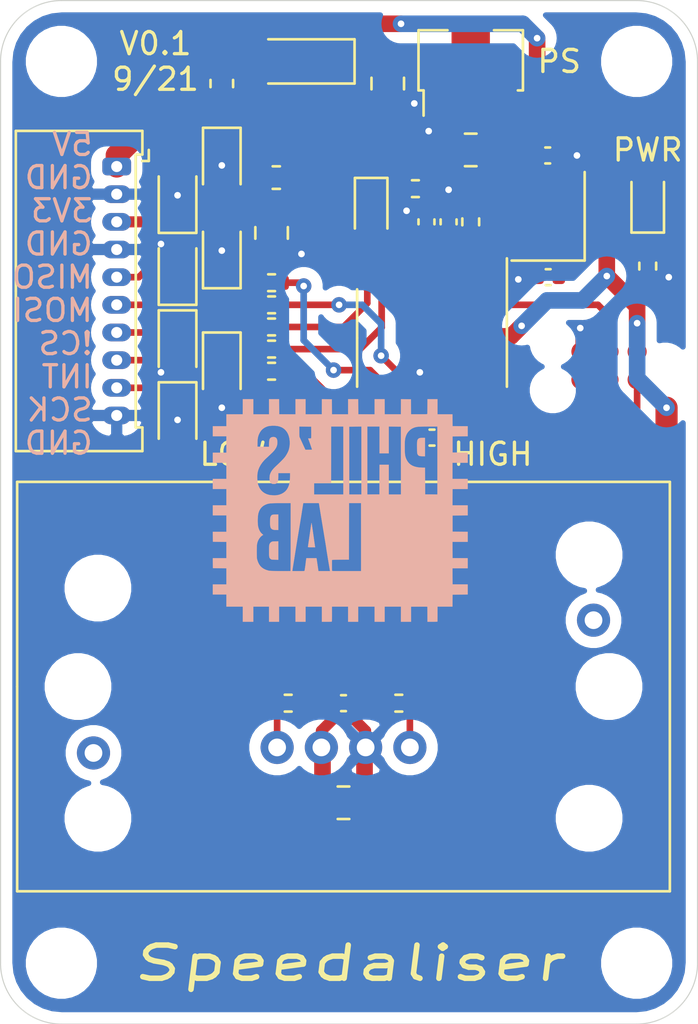
<source format=kicad_pcb>
(kicad_pcb (version 20171130) (host pcbnew "(5.1.7)-1")

  (general
    (thickness 1.6)
    (drawings 24)
    (tracks 266)
    (zones 0)
    (modules 43)
    (nets 28)
  )

  (page A4)
  (layers
    (0 F.Cu signal)
    (31 B.Cu signal)
    (32 B.Adhes user)
    (33 F.Adhes user)
    (34 B.Paste user)
    (35 F.Paste user)
    (36 B.SilkS user)
    (37 F.SilkS user)
    (38 B.Mask user)
    (39 F.Mask user)
    (40 Dwgs.User user)
    (41 Cmts.User user)
    (42 Eco1.User user)
    (43 Eco2.User user)
    (44 Edge.Cuts user)
    (45 Margin user)
    (46 B.CrtYd user)
    (47 F.CrtYd user)
    (48 B.Fab user hide)
    (49 F.Fab user hide)
  )

  (setup
    (last_trace_width 0.25)
    (user_trace_width 0.2)
    (user_trace_width 0.3)
    (user_trace_width 0.4)
    (user_trace_width 0.5)
    (user_trace_width 0.75)
    (user_trace_width 1)
    (trace_clearance 0.2)
    (zone_clearance 0.508)
    (zone_45_only no)
    (trace_min 0.2)
    (via_size 0.8)
    (via_drill 0.4)
    (via_min_size 0.4)
    (via_min_drill 0.3)
    (user_via 0.7 0.3)
    (uvia_size 0.3)
    (uvia_drill 0.1)
    (uvias_allowed no)
    (uvia_min_size 0.2)
    (uvia_min_drill 0.1)
    (edge_width 0.05)
    (segment_width 0.2)
    (pcb_text_width 0.3)
    (pcb_text_size 1.5 1.5)
    (mod_edge_width 0.12)
    (mod_text_size 1 1)
    (mod_text_width 0.15)
    (pad_size 1.524 1.524)
    (pad_drill 0.762)
    (pad_to_mask_clearance 0)
    (aux_axis_origin 0 0)
    (visible_elements 7FFFFFFF)
    (pcbplotparams
      (layerselection 0x010fc_ffffffff)
      (usegerberextensions false)
      (usegerberattributes true)
      (usegerberadvancedattributes true)
      (creategerberjobfile false)
      (excludeedgelayer true)
      (linewidth 0.100000)
      (plotframeref false)
      (viasonmask false)
      (mode 1)
      (useauxorigin false)
      (hpglpennumber 1)
      (hpglpenspeed 20)
      (hpglpendiameter 15.000000)
      (psnegative false)
      (psa4output false)
      (plotreference true)
      (plotvalue true)
      (plotinvisibletext false)
      (padsonsilk false)
      (subtractmaskfromsilk false)
      (outputformat 1)
      (mirror false)
      (drillshape 0)
      (scaleselection 1)
      (outputdirectory "gerber/"))
  )

  (net 0 "")
  (net 1 GND)
  (net 2 /+5V_RP)
  (net 3 +3V3)
  (net 4 /NRST)
  (net 5 /HSE_IN)
  (net 6 /XTAL_IN)
  (net 7 /+3V3_OUT)
  (net 8 +5V)
  (net 9 /LED_PWR_K)
  (net 10 /LED_A)
  (net 11 /LED_K)
  (net 12 /+5V_IN)
  (net 13 /SPI_MISO)
  (net 14 /SPI_MOSI)
  (net 15 /SPI_NSS)
  (net 16 /DATA_READY)
  (net 17 /SPI_SCK)
  (net 18 /HSE_OUT)
  (net 19 /I2C1_SCL)
  (net 20 /I2C1_SDA)
  (net 21 /SPI1_MISO)
  (net 22 /SPI1_MOSI)
  (net 23 /SPI1_NSS)
  (net 24 /PA3_GPIO_OUT)
  (net 25 /SPI1_SCK)
  (net 26 /SWDIO)
  (net 27 /SWCLK)

  (net_class Default "This is the default net class."
    (clearance 0.2)
    (trace_width 0.25)
    (via_dia 0.8)
    (via_drill 0.4)
    (uvia_dia 0.3)
    (uvia_drill 0.1)
    (add_net +3V3)
    (add_net +5V)
    (add_net /+3V3_OUT)
    (add_net /+5V_IN)
    (add_net /+5V_RP)
    (add_net /DATA_READY)
    (add_net /HSE_IN)
    (add_net /HSE_OUT)
    (add_net /I2C1_SCL)
    (add_net /I2C1_SDA)
    (add_net /LED_A)
    (add_net /LED_K)
    (add_net /LED_PWR_K)
    (add_net /NRST)
    (add_net /PA3_GPIO_OUT)
    (add_net /SPI1_MISO)
    (add_net /SPI1_MOSI)
    (add_net /SPI1_NSS)
    (add_net /SPI1_SCK)
    (add_net /SPI_MISO)
    (add_net /SPI_MOSI)
    (add_net /SPI_NSS)
    (add_net /SPI_SCK)
    (add_net /SWCLK)
    (add_net /SWDIO)
    (add_net /XTAL_IN)
    (add_net GND)
  )

  (module PhilsLab-KiCad-Footprints:PhilsLab-Silkscreen (layer B.Cu) (tedit 0) (tstamp 61408E20)
    (at 72.25 42 180)
    (attr virtual)
    (fp_text reference G*** (at 0 0) (layer B.SilkS) hide
      (effects (font (size 1.524 1.524) (thickness 0.3)) (justify mirror))
    )
    (fp_text value LOGO (at 0.75 0) (layer B.SilkS) hide
      (effects (font (size 1.524 1.524) (thickness 0.3)) (justify mirror))
    )
    (fp_poly (pts (xy -3.758156 3.235048) (xy -3.712333 3.231088) (xy -3.678039 3.223274) (xy -3.651679 3.210612)
      (xy -3.629654 3.19211) (xy -3.619759 3.181091) (xy -3.606878 3.163523) (xy -3.596588 3.143278)
      (xy -3.58865 3.118222) (xy -3.582825 3.086219) (xy -3.578873 3.045135) (xy -3.576555 2.992833)
      (xy -3.575633 2.927179) (xy -3.575866 2.846037) (xy -3.576401 2.794) (xy -3.577364 2.717474)
      (xy -3.578333 2.65735) (xy -3.579522 2.611214) (xy -3.581146 2.576653) (xy -3.583417 2.551256)
      (xy -3.586551 2.53261) (xy -3.59076 2.518301) (xy -3.596258 2.505918) (xy -3.603037 2.493443)
      (xy -3.622021 2.46402) (xy -3.643161 2.442577) (xy -3.669821 2.427767) (xy -3.705366 2.418246)
      (xy -3.75316 2.412665) (xy -3.812061 2.409817) (xy -3.932296 2.406071) (xy -3.932296 3.236148)
      (xy -3.819105 3.236148) (xy -3.758156 3.235048)) (layer B.SilkS) (width 0.01))
    (fp_poly (pts (xy 2.830978 -0.227419) (xy 2.891446 -0.229509) (xy 2.936446 -0.233487) (xy 2.969322 -0.240772)
      (xy 2.993416 -0.252784) (xy 3.012071 -0.270945) (xy 3.028627 -0.296673) (xy 3.038593 -0.315638)
      (xy 3.046911 -0.333125) (xy 3.053082 -0.35006) (xy 3.057496 -0.369682) (xy 3.060542 -0.395233)
      (xy 3.06261 -0.429954) (xy 3.064089 -0.477085) (xy 3.065337 -0.538134) (xy 3.065896 -0.626055)
      (xy 3.063607 -0.697453) (xy 3.057857 -0.754486) (xy 3.048029 -0.799314) (xy 3.033509 -0.834095)
      (xy 3.013681 -0.860988) (xy 2.987931 -0.882151) (xy 2.963334 -0.896072) (xy 2.940404 -0.905758)
      (xy 2.91493 -0.912388) (xy 2.882245 -0.916705) (xy 2.837679 -0.919453) (xy 2.810463 -0.920442)
      (xy 2.699926 -0.923908) (xy 2.699926 -0.224356) (xy 2.830978 -0.227419)) (layer B.SilkS) (width 0.01))
    (fp_poly (pts (xy 2.833982 -1.440713) (xy 2.887428 -1.442294) (xy 2.926013 -1.444259) (xy 2.953691 -1.447272)
      (xy 2.974413 -1.452) (xy 2.992131 -1.459106) (xy 3.010798 -1.469256) (xy 3.013682 -1.47094)
      (xy 3.044427 -1.492327) (xy 3.066293 -1.517665) (xy 3.084238 -1.55083) (xy 3.091659 -1.567044)
      (xy 3.097459 -1.581937) (xy 3.101861 -1.598038) (xy 3.105089 -1.61788) (xy 3.107367 -1.643994)
      (xy 3.10892 -1.67891) (xy 3.109971 -1.725161) (xy 3.110745 -1.785277) (xy 3.111432 -1.857963)
      (xy 3.11196 -1.94551) (xy 3.111532 -2.016416) (xy 3.109739 -2.07285) (xy 3.106169 -2.116978)
      (xy 3.100411 -2.150968) (xy 3.092054 -2.176986) (xy 3.080688 -2.197201) (xy 3.065901 -2.213779)
      (xy 3.047283 -2.228887) (xy 3.040139 -2.233982) (xy 3.024369 -2.244667) (xy 3.010179 -2.252349)
      (xy 2.9941 -2.257607) (xy 2.972662 -2.261021) (xy 2.942395 -2.263172) (xy 2.899831 -2.264638)
      (xy 2.849639 -2.265819) (xy 2.699926 -2.269157) (xy 2.699926 -1.437241) (xy 2.833982 -1.440713)) (layer B.SilkS) (width 0.01))
    (fp_poly (pts (xy 1.198088 -0.620334) (xy 1.203073 -0.645002) (xy 1.209582 -0.682653) (xy 1.217127 -0.730455)
      (xy 1.225222 -0.785575) (xy 1.226212 -0.792575) (xy 1.233733 -0.845651) (xy 1.243453 -0.913671)
      (xy 1.254841 -0.992959) (xy 1.267368 -1.079842) (xy 1.280505 -1.170647) (xy 1.293722 -1.2617)
      (xy 1.303151 -1.326445) (xy 1.314711 -1.405998) (xy 1.325365 -1.479894) (xy 1.334817 -1.546017)
      (xy 1.342766 -1.602253) (xy 1.348914 -1.646487) (xy 1.352962 -1.676604) (xy 1.354612 -1.690488)
      (xy 1.354635 -1.690982) (xy 1.350019 -1.695504) (xy 1.334831 -1.698795) (xy 1.3071 -1.701001)
      (xy 1.264857 -1.702265) (xy 1.206132 -1.702731) (xy 1.193721 -1.702741) (xy 1.032776 -1.702741)
      (xy 1.037518 -1.681575) (xy 1.039679 -1.668525) (xy 1.044189 -1.638595) (xy 1.050798 -1.593537)
      (xy 1.059252 -1.535105) (xy 1.069301 -1.465051) (xy 1.080692 -1.385129) (xy 1.093175 -1.297093)
      (xy 1.106496 -1.202694) (xy 1.11588 -1.135945) (xy 1.129583 -1.039013) (xy 1.142653 -0.947886)
      (xy 1.154839 -0.864227) (xy 1.165888 -0.7897) (xy 1.175551 -0.725966) (xy 1.183576 -0.67469)
      (xy 1.189712 -0.637535) (xy 1.193706 -0.616163) (xy 1.195112 -0.611482) (xy 1.198088 -0.620334)) (layer B.SilkS) (width 0.01))
    (fp_poly (pts (xy 0.726605 4.645077) (xy 0.729075 4.303888) (xy 1.098315 4.301427) (xy 1.467556 4.298966)
      (xy 1.467556 4.985925) (xy 1.919112 4.985925) (xy 1.919112 4.298966) (xy 2.288352 4.301427)
      (xy 2.657593 4.303888) (xy 2.662531 4.985926) (xy 2.888192 4.985926) (xy 3.113852 4.985925)
      (xy 3.113852 4.299185) (xy 3.828815 4.299185) (xy 3.828815 4.985925) (xy 4.298951 4.985925)
      (xy 4.30142 4.644907) (xy 4.303889 4.303888) (xy 5.042371 4.298966) (xy 5.042371 3.762963)
      (xy 5.653852 3.762963) (xy 5.653852 3.311407) (xy 5.042371 3.311407) (xy 5.042371 2.568222)
      (xy 5.653852 2.568222) (xy 5.653852 2.116666) (xy 5.042371 2.116666) (xy 5.042371 1.382888)
      (xy 5.653852 1.382888) (xy 5.653852 0.931333) (xy 5.042371 0.931333) (xy 5.042371 0.188148)
      (xy 5.653852 0.188148) (xy 5.653852 -0.263408) (xy 5.042371 -0.263408) (xy 5.042371 -1.006593)
      (xy 5.654193 -1.006593) (xy 5.649149 -1.453445) (xy 5.042371 -1.458409) (xy 5.042371 -2.201334)
      (xy 5.654193 -2.201334) (xy 5.649149 -2.648186) (xy 5.042371 -2.65315) (xy 5.042371 -3.386667)
      (xy 5.653852 -3.386667) (xy 5.653852 -3.838223) (xy 5.042371 -3.838223) (xy 5.042371 -4.383852)
      (xy 4.299186 -4.383852) (xy 4.299186 -5.070593) (xy 3.828815 -5.070593) (xy 3.828815 -4.383852)
      (xy 3.113852 -4.383852) (xy 3.113852 -5.070593) (xy 2.662297 -5.070593) (xy 2.662297 -4.383852)
      (xy 1.919112 -4.383852) (xy 1.919112 -5.070593) (xy 1.467556 -5.070593) (xy 1.467556 -4.383852)
      (xy 0.724371 -4.383852) (xy 0.724371 -5.070593) (xy 0.504303 -5.070593) (xy 0.433847 -5.070478)
      (xy 0.379941 -5.070028) (xy 0.340319 -5.069084) (xy 0.312716 -5.067489) (xy 0.294868 -5.065086)
      (xy 0.284511 -5.061715) (xy 0.279379 -5.057219) (xy 0.278186 -5.054827) (xy 0.276742 -5.041868)
      (xy 0.275464 -5.012455) (xy 0.274391 -4.968948) (xy 0.273563 -4.913709) (xy 0.273018 -4.849098)
      (xy 0.272796 -4.777476) (xy 0.272834 -4.732623) (xy 0.272992 -4.65765) (xy 0.273116 -4.588018)
      (xy 0.273203 -4.526141) (xy 0.273251 -4.474434) (xy 0.273256 -4.435311) (xy 0.273217 -4.411188)
      (xy 0.273173 -4.405019) (xy 0.272815 -4.383852) (xy -0.460963 -4.383852) (xy -0.460963 -5.070593)
      (xy -0.912518 -5.070593) (xy -0.912518 -4.383852) (xy -1.655703 -4.383852) (xy -1.655703 -5.070593)
      (xy -2.107259 -5.070593) (xy -2.107259 -4.383852) (xy -2.851244 -4.383852) (xy -2.84574 -5.070604)
      (xy -3.073778 -5.070598) (xy -3.301815 -5.070593) (xy -3.301291 -4.729575) (xy -3.300768 -4.388556)
      (xy -3.67176 -4.386097) (xy -3.765165 -4.385519) (xy -3.841475 -4.385188) (xy -3.902407 -4.385169)
      (xy -3.949678 -4.385528) (xy -3.985008 -4.386329) (xy -4.010113 -4.387639) (xy -4.026712 -4.389522)
      (xy -4.036523 -4.392044) (xy -4.041264 -4.395271) (xy -4.042652 -4.399267) (xy -4.042679 -4.400208)
      (xy -4.042698 -4.41325) (xy -4.042784 -4.442822) (xy -4.042931 -4.486643) (xy -4.04313 -4.542428)
      (xy -4.043372 -4.607895) (xy -4.04365 -4.68076) (xy -4.043895 -4.743686) (xy -4.045185 -5.070593)
      (xy -4.264691 -5.070593) (xy -4.327144 -5.070335) (xy -4.383222 -5.069611) (xy -4.430219 -5.068497)
      (xy -4.465426 -5.067067) (xy -4.486137 -5.065397) (xy -4.490469 -5.064321) (xy -4.491914 -5.053783)
      (xy -4.493242 -5.026586) (xy -4.494413 -4.984887) (xy -4.495387 -4.930843) (xy -4.496126 -4.86661)
      (xy -4.49659 -4.794345) (xy -4.49674 -4.720951) (xy -4.49674 -4.383852) (xy -5.173785 -4.383852)
      (xy -5.178777 -3.842926) (xy -5.519796 -3.840457) (xy -5.860814 -3.837988) (xy -5.860814 -3.386902)
      (xy -5.519796 -3.384433) (xy -5.178777 -3.381963) (xy -5.174743 -2.784593) (xy 0.355987 -2.784593)
      (xy 0.883444 -2.784593) (xy 0.888665 -2.754019) (xy 0.891471 -2.736258) (xy 0.896535 -2.702887)
      (xy 0.903407 -2.656913) (xy 0.911641 -2.601346) (xy 0.920786 -2.539192) (xy 0.926864 -2.497667)
      (xy 0.936385 -2.432553) (xy 0.945287 -2.371797) (xy 0.953115 -2.318483) (xy 0.959418 -2.275698)
      (xy 0.96374 -2.246527) (xy 0.96523 -2.236612) (xy 0.970617 -2.201334) (xy 1.427345 -2.201334)
      (xy 1.438225 -2.269537) (xy 1.445902 -2.320421) (xy 1.452471 -2.36913) (xy 1.457317 -2.410703)
      (xy 1.459828 -2.440178) (xy 1.460035 -2.445926) (xy 1.461505 -2.46085) (xy 1.465343 -2.49008)
      (xy 1.470958 -2.529728) (xy 1.477756 -2.575908) (xy 1.485147 -2.624732) (xy 1.492539 -2.672314)
      (xy 1.499338 -2.714767) (xy 1.504954 -2.748203) (xy 1.508794 -2.768735) (xy 1.509822 -2.772834)
      (xy 1.515431 -2.776417) (xy 1.530502 -2.779252) (xy 1.556642 -2.781406) (xy 1.59546 -2.782948)
      (xy 1.648564 -2.783947) (xy 1.717562 -2.784471) (xy 1.786557 -2.784593) (xy 1.856243 -2.784359)
      (xy 1.91964 -2.783697) (xy 1.97436 -2.782668) (xy 2.018013 -2.781332) (xy 2.048211 -2.779752)
      (xy 2.062565 -2.777988) (xy 2.06339 -2.777537) (xy 2.062982 -2.766815) (xy 2.059755 -2.739899)
      (xy 2.054056 -2.699143) (xy 2.04623 -2.646902) (xy 2.036622 -2.585527) (xy 2.02558 -2.517374)
      (xy 2.02178 -2.494398) (xy 2.007079 -2.405127) (xy 1.990624 -2.303821) (xy 1.973468 -2.197045)
      (xy 1.956661 -2.091369) (xy 1.941257 -1.993361) (xy 1.932877 -1.939361) (xy 1.923888 -1.881834)
      (xy 1.912178 -1.808121) (xy 1.898133 -1.720593) (xy 1.882139 -1.621619) (xy 1.864582 -1.51357)
      (xy 1.845847 -1.398817) (xy 1.826319 -1.279731) (xy 1.819811 -1.24021) (xy 2.135482 -1.24021)
      (xy 2.135525 -1.408557) (xy 2.135649 -1.571813) (xy 2.135852 -1.728984) (xy 2.136127 -1.879077)
      (xy 2.136471 -2.0211) (xy 2.136879 -2.154059) (xy 2.137347 -2.276961) (xy 2.137869 -2.388813)
      (xy 2.138442 -2.488622) (xy 2.139061 -2.575395) (xy 2.13972 -2.648139) (xy 2.140417 -2.70586)
      (xy 2.141145 -2.747566) (xy 2.141901 -2.772264) (xy 2.142537 -2.779127) (xy 2.153072 -2.780445)
      (xy 2.180584 -2.781515) (xy 2.223237 -2.782326) (xy 2.279196 -2.782868) (xy 2.346624 -2.783127)
      (xy 2.423686 -2.783094) (xy 2.508546 -2.782757) (xy 2.599368 -2.782104) (xy 2.610556 -2.782004)
      (xy 2.720196 -2.780916) (xy 2.812732 -2.779775) (xy 2.889876 -2.778515) (xy 2.953338 -2.777075)
      (xy 3.004829 -2.775391) (xy 3.04606 -2.773398) (xy 3.078743 -2.771034) (xy 3.104588 -2.768236)
      (xy 3.125307 -2.764938) (xy 3.136934 -2.762475) (xy 3.251546 -2.728307) (xy 3.351433 -2.682671)
      (xy 3.437234 -2.62496) (xy 3.509585 -2.554572) (xy 3.569122 -2.4709) (xy 3.616484 -2.373341)
      (xy 3.64811 -2.277326) (xy 3.655122 -2.250703) (xy 3.660648 -2.226881) (xy 3.66487 -2.20317)
      (xy 3.667969 -2.176878) (xy 3.670129 -2.145312) (xy 3.671532 -2.105783) (xy 3.67236 -2.055598)
      (xy 3.672796 -1.992065) (xy 3.673022 -1.912494) (xy 3.673028 -1.909704) (xy 3.672856 -1.814436)
      (xy 3.671723 -1.735248) (xy 3.669335 -1.669416) (xy 3.665402 -1.614218) (xy 3.65963 -1.56693)
      (xy 3.651728 -1.524829) (xy 3.641403 -1.485191) (xy 3.628364 -1.445294) (xy 3.621074 -1.425303)
      (xy 3.592838 -1.364455) (xy 3.554916 -1.303674) (xy 3.510788 -1.247332) (xy 3.463934 -1.1998)
      (xy 3.417835 -1.165449) (xy 3.411241 -1.161726) (xy 3.379996 -1.144899) (xy 3.427176 -1.10632)
      (xy 3.486377 -1.046534) (xy 3.536889 -0.972111) (xy 3.577195 -0.885809) (xy 3.605778 -0.790383)
      (xy 3.608827 -0.776112) (xy 3.619734 -0.704262) (xy 3.626525 -0.619958) (xy 3.629289 -0.528118)
      (xy 3.628117 -0.433658) (xy 3.623099 -0.341495) (xy 3.614326 -0.256547) (xy 3.601889 -0.183728)
      (xy 3.597597 -0.165536) (xy 3.563434 -0.065086) (xy 3.515401 0.024011) (xy 3.454333 0.100676)
      (xy 3.381066 0.163828) (xy 3.310305 0.20584) (xy 3.272372 0.223774) (xy 3.236248 0.23903)
      (xy 3.20006 0.251823) (xy 3.161935 0.262368) (xy 3.12 0.270877) (xy 3.072381 0.277566)
      (xy 3.017206 0.282647) (xy 2.952603 0.286336) (xy 2.876697 0.288846) (xy 2.787617 0.290391)
      (xy 2.683488 0.291185) (xy 2.562439 0.291442) (xy 2.561167 0.291443) (xy 2.135482 0.291629)
      (xy 2.135482 -1.24021) (xy 1.819811 -1.24021) (xy 1.806385 -1.15868) (xy 1.78643 -1.038037)
      (xy 1.777307 -0.983075) (xy 1.758504 -0.869799) (xy 1.740295 -0.759855) (xy 1.722963 -0.654978)
      (xy 1.706794 -0.556904) (xy 1.692074 -0.46737) (xy 1.679087 -0.38811) (xy 1.668118 -0.320861)
      (xy 1.659452 -0.267359) (xy 1.653375 -0.229338) (xy 1.650632 -0.211667) (xy 1.63894 -0.134385)
      (xy 1.626999 -0.0566) (xy 1.615247 0.018937) (xy 1.604122 0.089473) (xy 1.59406 0.152257)
      (xy 1.585499 0.204535) (xy 1.578875 0.243558) (xy 1.574793 0.265759) (xy 1.569543 0.291629)
      (xy 0.865016 0.291629) (xy 0.857204 0.270463) (xy 0.851889 0.249636) (xy 0.846359 0.218076)
      (xy 0.843027 0.192851) (xy 0.840597 0.175617) (xy 0.8353 0.14119) (xy 0.827358 0.090936)
      (xy 0.816994 0.026222) (xy 0.804429 -0.051586) (xy 0.789887 -0.141121) (xy 0.773588 -0.241017)
      (xy 0.755755 -0.349908) (xy 0.736611 -0.466426) (xy 0.716377 -0.589206) (xy 0.695276 -0.71688)
      (xy 0.687025 -0.766704) (xy 0.665715 -0.895405) (xy 0.645212 -1.019393) (xy 0.625737 -1.137338)
      (xy 0.607506 -1.247909) (xy 0.590738 -1.349776) (xy 0.575652 -1.441608) (xy 0.562466 -1.522075)
      (xy 0.551399 -1.589847) (xy 0.54267 -1.643593) (xy 0.536495 -1.681983) (xy 0.533095 -1.703686)
      (xy 0.532555 -1.707445) (xy 0.52871 -1.736202) (xy 0.523327 -1.77504) (xy 0.517727 -1.814457)
      (xy 0.514216 -1.837427) (xy 0.508108 -1.875836) (xy 0.499781 -1.927408) (xy 0.489611 -1.989864)
      (xy 0.477977 -2.060926) (xy 0.465255 -2.138317) (xy 0.451823 -2.219759) (xy 0.438058 -2.302974)
      (xy 0.424337 -2.385685) (xy 0.411037 -2.465614) (xy 0.398536 -2.540484) (xy 0.387212 -2.608015)
      (xy 0.37744 -2.665932) (xy 0.3696 -2.711955) (xy 0.364067 -2.743808) (xy 0.361322 -2.758723)
      (xy 0.355987 -2.784593) (xy -5.174743 -2.784593) (xy -5.173853 -2.652889) (xy -5.860814 -2.652889)
      (xy -5.860814 -2.201568) (xy -5.519796 -2.199099) (xy -5.178777 -2.19663) (xy -5.178316 -2.127344)
      (xy -1.047287 -2.127344) (xy -1.047254 -2.250384) (xy -1.047177 -2.362452) (xy -1.047056 -2.462527)
      (xy -1.046893 -2.549585) (xy -1.046686 -2.622606) (xy -1.046438 -2.680568) (xy -1.046149 -2.72245)
      (xy -1.045819 -2.747228) (xy -1.045573 -2.753771) (xy -1.042221 -2.784098) (xy -0.390036 -2.784466)
      (xy -0.245998 -2.784424) (xy -0.120448 -2.784121) (xy -0.013059 -2.783553) (xy 0.076492 -2.782715)
      (xy 0.148533 -2.781602) (xy 0.203389 -2.78021) (xy 0.241384 -2.778533) (xy 0.262845 -2.776568)
      (xy 0.268269 -2.774932) (xy 0.270078 -2.7624) (xy 0.271524 -2.731605) (xy 0.272603 -2.683096)
      (xy 0.273309 -2.617422) (xy 0.273636 -2.535131) (xy 0.273581 -2.436773) (xy 0.273136 -2.322895)
      (xy 0.272914 -2.283754) (xy 0.271856 -2.279686) (xy 0.267609 -2.276329) (xy 0.258487 -2.273599)
      (xy 0.242805 -2.271415) (xy 0.218874 -2.269692) (xy 0.185009 -2.268349) (xy 0.139523 -2.267302)
      (xy 0.08073 -2.26647) (xy 0.006942 -2.265768) (xy -0.083526 -2.265115) (xy -0.110537 -2.264939)
      (xy -0.493888 -2.262482) (xy -0.496274 -0.985426) (xy -0.49866 0.291629) (xy -1.044108 0.291629)
      (xy -1.046517 -1.215908) (xy -1.046763 -1.383323) (xy -1.046962 -1.545897) (xy -1.047113 -1.702608)
      (xy -1.047217 -1.852434) (xy -1.047275 -1.994353) (xy -1.047287 -2.127344) (xy -5.178316 -2.127344)
      (xy -5.176316 -1.827389) (xy -5.173855 -1.458149) (xy -5.860814 -1.458149) (xy -5.860814 -1.006828)
      (xy -5.519796 -1.004359) (xy -5.178777 -1.001889) (xy -5.178777 -0.268112) (xy -5.519796 -0.265642)
      (xy -5.860814 -0.263173) (xy -5.860814 0.188148) (xy -5.173855 0.188148) (xy -5.176316 0.557388)
      (xy -5.177113 0.677053) (xy -4.49674 0.677053) (xy -4.465294 0.677333) (xy -2.8505 0.677333)
      (xy -2.295407 0.677333) (xy -2.295407 2.022592) (xy -1.881606 2.022592) (xy -1.879192 1.352314)
      (xy -1.876777 0.682037) (xy -1.601611 0.679543) (xy -1.326444 0.677049) (xy -1.326444 0.677333)
      (xy -1.063037 0.677333) (xy -0.508 0.677333) (xy -0.508 2.206037) (xy -0.507985 2.374209)
      (xy -0.507944 2.537288) (xy -0.507876 2.694281) (xy -0.507784 2.844193) (xy -0.507669 2.986031)
      (xy -0.507533 3.118799) (xy -0.507377 3.241505) (xy -0.507202 3.353153) (xy -0.507011 3.45275)
      (xy -0.506805 3.539302) (xy -0.506584 3.611814) (xy -0.506352 3.669293) (xy -0.506109 3.710744)
      (xy -0.505856 3.735173) (xy -0.505648 3.741796) (xy -0.514063 3.743649) (xy -0.539009 3.745486)
      (xy -0.578204 3.747227) (xy -0.629363 3.748795) (xy -0.690204 3.750111) (xy -0.758444 3.751096)
      (xy -0.783166 3.751343) (xy -1.03159 3.753555) (xy -0.244592 3.753555) (xy -0.244592 0.677333)
      (xy 1.081852 0.677333) (xy 1.081852 1.194529) (xy 0.6985 1.196987) (xy 0.315149 1.199444)
      (xy 0.314315 1.646296) (xy 2.163704 1.646296) (xy 2.163704 1.520293) (xy 2.167099 1.387583)
      (xy 2.177644 1.27036) (xy 2.195875 1.166495) (xy 2.222333 1.07386) (xy 2.257554 0.990326)
      (xy 2.302078 0.913764) (xy 2.325396 0.88088) (xy 2.3854 0.815301) (xy 2.459986 0.757453)
      (xy 2.545863 0.709198) (xy 2.639735 0.672397) (xy 2.734646 0.649517) (xy 2.790528 0.643323)
      (xy 2.858456 0.640675) (xy 2.932025 0.641422) (xy 3.004835 0.645411) (xy 3.070483 0.652491)
      (xy 3.104445 0.658297) (xy 3.213583 0.689353) (xy 3.312332 0.735208) (xy 3.399661 0.795094)
      (xy 3.474537 0.868241) (xy 3.535929 0.953883) (xy 3.55932 0.997185) (xy 3.587462 1.05826)
      (xy 3.608864 1.11463) (xy 3.624507 1.170805) (xy 3.635371 1.231295) (xy 3.642437 1.30061)
      (xy 3.646686 1.383261) (xy 3.647282 1.401703) (xy 3.648452 1.494867) (xy 3.645515 1.574468)
      (xy 3.6379 1.645424) (xy 3.625036 1.712651) (xy 3.606351 1.781067) (xy 3.601387 1.796814)
      (xy 3.557495 1.906911) (xy 3.49731 2.017367) (xy 3.422996 2.124902) (xy 3.336721 2.226234)
      (xy 3.281602 2.281296) (xy 3.254689 2.306558) (xy 3.217658 2.341284) (xy 3.174127 2.382082)
      (xy 3.127717 2.425562) (xy 3.090902 2.460037) (xy 3.034305 2.513259) (xy 2.989306 2.55625)
      (xy 2.953577 2.59143) (xy 2.924791 2.621222) (xy 2.90062 2.648046) (xy 2.878738 2.674324)
      (xy 2.856816 2.702476) (xy 2.852936 2.707599) (xy 2.798501 2.791732) (xy 2.761981 2.877251)
      (xy 2.742521 2.966824) (xy 2.739216 3.062013) (xy 2.74689 3.133126) (xy 2.763516 3.188638)
      (xy 2.789917 3.229914) (xy 2.826915 3.258322) (xy 2.86632 3.27312) (xy 2.916754 3.279291)
      (xy 2.967836 3.27408) (xy 3.01436 3.258886) (xy 3.051118 3.235107) (xy 3.064592 3.219886)
      (xy 3.079881 3.194964) (xy 3.091307 3.167999) (xy 3.09954 3.135563) (xy 3.105249 3.094228)
      (xy 3.109105 3.040567) (xy 3.111519 2.979651) (xy 3.116108 2.83134) (xy 3.379283 2.833836)
      (xy 3.642458 2.836333) (xy 3.641148 2.990351) (xy 3.638438 3.089811) (xy 3.631746 3.174619)
      (xy 3.620467 3.248633) (xy 3.603996 3.315712) (xy 3.581728 3.379713) (xy 3.57908 3.386288)
      (xy 3.531276 3.485298) (xy 3.474584 3.568533) (xy 3.407759 3.63741) (xy 3.329558 3.693346)
      (xy 3.291117 3.714277) (xy 3.234799 3.740413) (xy 3.18253 3.759541) (xy 3.129016 3.77289)
      (xy 3.068963 3.78169) (xy 2.997078 3.787168) (xy 2.972078 3.788363) (xy 2.84125 3.787957)
      (xy 2.723616 3.774672) (xy 2.618315 3.748141) (xy 2.524492 3.707997) (xy 2.441286 3.653873)
      (xy 2.36784 3.585403) (xy 2.303626 3.502716) (xy 2.255502 3.415287) (xy 2.218343 3.315529)
      (xy 2.192452 3.206616) (xy 2.178133 3.091723) (xy 2.175691 2.974026) (xy 2.18543 2.856697)
      (xy 2.207654 2.742913) (xy 2.225126 2.683543) (xy 2.251414 2.616969) (xy 2.287535 2.543025)
      (xy 2.330185 2.46781) (xy 2.37606 2.397425) (xy 2.392036 2.37537) (xy 2.423333 2.336806)
      (xy 2.467061 2.287884) (xy 2.521368 2.230493) (xy 2.584402 2.166525) (xy 2.654313 2.097871)
      (xy 2.72925 2.026419) (xy 2.779992 1.979173) (xy 2.856106 1.906394) (xy 2.91797 1.841275)
      (xy 2.967387 1.781666) (xy 3.006162 1.725418) (xy 3.031816 1.679222) (xy 3.057244 1.622446)
      (xy 3.074471 1.568945) (xy 3.084761 1.512687) (xy 3.089377 1.447638) (xy 3.089949 1.401703)
      (xy 3.087843 1.337856) (xy 3.081029 1.28876) (xy 3.068161 1.250656) (xy 3.047892 1.219784)
      (xy 3.018878 1.192384) (xy 3.013542 1.18823) (xy 2.994923 1.175257) (xy 2.977194 1.167392)
      (xy 2.954826 1.163376) (xy 2.922288 1.16195) (xy 2.897482 1.161814) (xy 2.856807 1.162337)
      (xy 2.829407 1.164743) (xy 2.809753 1.170291) (xy 2.792315 1.18024) (xy 2.781422 1.18823)
      (xy 2.757067 1.208541) (xy 2.738413 1.229474) (xy 2.724646 1.253903) (xy 2.714952 1.284701)
      (xy 2.708516 1.32474) (xy 2.704525 1.376894) (xy 2.702164 1.444036) (xy 2.701605 1.469907)
      (xy 2.698164 1.646296) (xy 2.163704 1.646296) (xy 0.314315 1.646296) (xy 0.312763 2.4765)
      (xy 0.312332 2.707531) (xy 1.172346 2.707531) (xy 1.172377 2.707466) (xy 1.182904 2.704895)
      (xy 1.208942 2.702701) (xy 1.247185 2.701046) (xy 1.29433 2.700093) (xy 1.325512 2.699925)
      (xy 1.473988 2.699925) (xy 1.51904 2.796351) (xy 1.538705 2.838725) (xy 1.563592 2.892771)
      (xy 1.591186 2.953007) (xy 1.618974 3.013953) (xy 1.634281 3.047666) (xy 1.658651 3.101149)
      (xy 1.682066 3.152001) (xy 1.702737 3.196374) (xy 1.718873 3.230419) (xy 1.727124 3.247261)
      (xy 1.734174 3.261783) (xy 1.739586 3.27576) (xy 1.743576 3.291826) (xy 1.746361 3.312616)
      (xy 1.748156 3.340763) (xy 1.749179 3.3789) (xy 1.749646 3.429663) (xy 1.749774 3.495683)
      (xy 1.749778 3.522905) (xy 1.749778 3.753844) (xy 1.479315 3.751348) (xy 1.208852 3.748851)
      (xy 1.206349 3.486093) (xy 1.205948 3.412151) (xy 1.206196 3.347246) (xy 1.207049 3.293375)
      (xy 1.208461 3.252532) (xy 1.210384 3.226715) (xy 1.212506 3.217982) (xy 1.225799 3.215255)
      (xy 1.252046 3.213374) (xy 1.283213 3.212764) (xy 1.314614 3.212573) (xy 1.33693 3.211941)
      (xy 1.34526 3.211024) (xy 1.342188 3.201988) (xy 1.334794 3.182857) (xy 1.334719 3.182668)
      (xy 1.321603 3.148503) (xy 1.305313 3.104207) (xy 1.286798 3.052553) (xy 1.267006 2.996319)
      (xy 1.246885 2.938278) (xy 1.227383 2.881206) (xy 1.209448 2.82788) (xy 1.194029 2.781074)
      (xy 1.182074 2.743563) (xy 1.17453 2.718124) (xy 1.172346 2.707531) (xy 0.312332 2.707531)
      (xy 0.310377 3.753555) (xy -0.244592 3.753555) (xy -1.03159 3.753555) (xy -1.063037 3.753835)
      (xy -1.063037 0.677333) (xy -1.326444 0.677333) (xy -1.326444 3.753555) (xy -1.881481 3.753555)
      (xy -1.881481 2.54) (xy -2.295407 2.54) (xy -2.295407 3.753839) (xy -2.570574 3.751345)
      (xy -2.84574 3.748851) (xy -2.8505 0.677333) (xy -4.465294 0.677333) (xy -3.937 0.682037)
      (xy -3.934579 1.286463) (xy -3.932158 1.890888) (xy -3.835801 1.891051) (xy -3.695251 1.896732)
      (xy -3.569534 1.91349) (xy -3.458038 1.941651) (xy -3.360156 1.981543) (xy -3.275278 2.033491)
      (xy -3.202794 2.097821) (xy -3.142096 2.174861) (xy -3.092575 2.264936) (xy -3.07901 2.296516)
      (xy -3.062357 2.34061) (xy -3.048873 2.383832) (xy -3.03824 2.428835) (xy -3.03014 2.47827)
      (xy -3.024254 2.534788) (xy -3.020265 2.601043) (xy -3.017854 2.679685) (xy -3.016705 2.773366)
      (xy -3.016522 2.817518) (xy -3.016663 2.914833) (xy -3.017787 2.996099) (xy -3.020193 3.064068)
      (xy -3.02418 3.121494) (xy -3.030044 3.17113) (xy -3.038083 3.215728) (xy -3.048597 3.258041)
      (xy -3.061883 3.300823) (xy -3.07196 3.329672) (xy -3.100045 3.398445) (xy -3.131995 3.456196)
      (xy -3.172431 3.51039) (xy -3.208951 3.550932) (xy -3.27786 3.614542) (xy -3.350741 3.663276)
      (xy -3.433425 3.700981) (xy -3.440297 3.703513) (xy -3.473459 3.714764) (xy -3.507039 3.724231)
      (xy -3.542959 3.732059) (xy -3.58314 3.738398) (xy -3.629504 3.743395) (xy -3.683972 3.747197)
      (xy -3.748465 3.749954) (xy -3.824906 3.751812) (xy -3.915215 3.75292) (xy -4.021315 3.753425)
      (xy -4.08987 3.7535) (xy -4.49674 3.753555) (xy -4.49674 0.677053) (xy -5.177113 0.677053)
      (xy -5.178777 0.926629) (xy -5.519796 0.929098) (xy -5.860814 0.931568) (xy -5.860814 1.382888)
      (xy -5.174074 1.382888) (xy -5.174074 2.116666) (xy -5.860814 2.116666) (xy -5.860814 2.567987)
      (xy -5.519796 2.570456) (xy -5.178777 2.572925) (xy -5.178777 3.306703) (xy -5.519796 3.309172)
      (xy -5.860814 3.311642) (xy -5.860814 3.762728) (xy -5.519796 3.765197) (xy -5.178777 3.767666)
      (xy -5.176279 4.033426) (xy -5.173781 4.299185) (xy -4.49674 4.299185) (xy -4.49674 4.985925)
      (xy -4.045185 4.985925) (xy -4.043792 4.663722) (xy -4.043435 4.586974) (xy -4.043056 4.515673)
      (xy -4.04267 4.45214) (xy -4.042295 4.398698) (xy -4.041944 4.35767) (xy -4.041636 4.331379)
      (xy -4.04144 4.322703) (xy -4.040736 4.317969) (xy -4.037997 4.314103) (xy -4.031487 4.311019)
      (xy -4.019468 4.308627) (xy -4.000206 4.306841) (xy -3.971963 4.305571) (xy -3.933003 4.30473)
      (xy -3.881591 4.304229) (xy -3.815989 4.303981) (xy -3.734462 4.303897) (xy -3.670671 4.303888)
      (xy -3.30086 4.303888) (xy -3.297296 4.981222) (xy -3.073987 4.983744) (xy -2.850679 4.986265)
      (xy -2.84821 4.645077) (xy -2.84574 4.303888) (xy -2.111963 4.303888) (xy -2.109493 4.644907)
      (xy -2.107024 4.985925) (xy -1.655703 4.985925) (xy -1.655703 4.298966) (xy -1.286463 4.301427)
      (xy -0.917222 4.303888) (xy -0.914753 4.644907) (xy -0.912283 4.985925) (xy -0.460963 4.985925)
      (xy -0.460963 4.299185) (xy 0.272581 4.299185) (xy 0.27505 4.640203) (xy 0.277519 4.981222)
      (xy 0.500827 4.983744) (xy 0.724136 4.986265) (xy 0.726605 4.645077)) (layer B.SilkS) (width 0.01))
  )

  (module PhilsLab-KiCad-Footprints:TC2030-IDC-NL (layer F.Cu) (tedit 613FB287) (tstamp 614054FF)
    (at 84.5 35.5 180)
    (path /616EB59C)
    (fp_text reference J2 (at 0 -5) (layer F.Fab)
      (effects (font (size 1 1) (thickness 0.15)))
    )
    (fp_text value TC2030-IDC-NL (at 0 5) (layer F.Fab)
      (effects (font (size 1 1) (thickness 0.15)))
    )
    (pad "" np_thru_hole circle (at 2.54 -1.106 180) (size 1.067 1.067) (drill 1.067) (layers *.Cu *.Mask))
    (pad "" np_thru_hole circle (at 2.54 1.016 180) (size 1.067 1.067) (drill 1.067) (layers *.Cu *.Mask))
    (pad "" np_thru_hole circle (at -2.54 0 180) (size 1.067 1.067) (drill 1.067) (layers *.Cu *.Mask))
    (pad 1 smd circle (at -1.27 0.635 180) (size 0.863 0.863) (layers F.Cu F.Paste F.Mask)
      (net 3 +3V3))
    (pad 2 smd circle (at -1.27 -0.635 180) (size 0.863 0.863) (layers F.Cu F.Paste F.Mask)
      (net 26 /SWDIO))
    (pad 3 smd circle (at 0 0.635 180) (size 0.863 0.863) (layers F.Cu F.Paste F.Mask)
      (net 4 /NRST))
    (pad 4 smd circle (at 0 -0.635 180) (size 0.863 0.863) (layers F.Cu F.Paste F.Mask)
      (net 27 /SWCLK))
    (pad 5 smd circle (at 1.27 0.635 180) (size 0.863 0.863) (layers F.Cu F.Paste F.Mask)
      (net 1 GND))
    (pad 6 smd circle (at 1.27 -0.635 180) (size 0.863 0.863) (layers F.Cu F.Paste F.Mask))
  )

  (module MountingHole:MountingHole_2.2mm_M2 (layer F.Cu) (tedit 56D1B4CB) (tstamp 61403893)
    (at 85.75 62.5)
    (descr "Mounting Hole 2.2mm, no annular, M2")
    (tags "mounting hole 2.2mm no annular m2")
    (path /616DE5A4)
    (attr virtual)
    (fp_text reference H4 (at 0 -3.2) (layer F.Fab)
      (effects (font (size 1 1) (thickness 0.15)))
    )
    (fp_text value MountingHole (at 0 3.2) (layer F.Fab)
      (effects (font (size 1 1) (thickness 0.15)))
    )
    (fp_circle (center 0 0) (end 2.45 0) (layer F.CrtYd) (width 0.05))
    (fp_circle (center 0 0) (end 2.2 0) (layer Cmts.User) (width 0.15))
    (fp_text user %R (at 0.3 0) (layer F.Fab)
      (effects (font (size 1 1) (thickness 0.15)))
    )
    (pad 1 np_thru_hole circle (at 0 0) (size 2.2 2.2) (drill 2.2) (layers *.Cu *.Mask))
  )

  (module MountingHole:MountingHole_2.2mm_M2 (layer F.Cu) (tedit 56D1B4CB) (tstamp 6140388B)
    (at 59.75 62.5)
    (descr "Mounting Hole 2.2mm, no annular, M2")
    (tags "mounting hole 2.2mm no annular m2")
    (path /616DE411)
    (attr virtual)
    (fp_text reference H3 (at 0 -3.2) (layer F.Fab)
      (effects (font (size 1 1) (thickness 0.15)))
    )
    (fp_text value MountingHole (at 0 3.2) (layer F.Fab)
      (effects (font (size 1 1) (thickness 0.15)))
    )
    (fp_circle (center 0 0) (end 2.45 0) (layer F.CrtYd) (width 0.05))
    (fp_circle (center 0 0) (end 2.2 0) (layer Cmts.User) (width 0.15))
    (fp_text user %R (at 0.3 0) (layer F.Fab)
      (effects (font (size 1 1) (thickness 0.15)))
    )
    (pad 1 np_thru_hole circle (at 0 0) (size 2.2 2.2) (drill 2.2) (layers *.Cu *.Mask))
  )

  (module MountingHole:MountingHole_2.2mm_M2 (layer F.Cu) (tedit 56D1B4CB) (tstamp 61403883)
    (at 85.75 21.75)
    (descr "Mounting Hole 2.2mm, no annular, M2")
    (tags "mounting hole 2.2mm no annular m2")
    (path /616DE188)
    (attr virtual)
    (fp_text reference H2 (at 0 -3.2) (layer F.Fab)
      (effects (font (size 1 1) (thickness 0.15)))
    )
    (fp_text value MountingHole (at 0 3.2) (layer F.Fab)
      (effects (font (size 1 1) (thickness 0.15)))
    )
    (fp_circle (center 0 0) (end 2.45 0) (layer F.CrtYd) (width 0.05))
    (fp_circle (center 0 0) (end 2.2 0) (layer Cmts.User) (width 0.15))
    (fp_text user %R (at 0.3 0) (layer F.Fab)
      (effects (font (size 1 1) (thickness 0.15)))
    )
    (pad 1 np_thru_hole circle (at 0 0) (size 2.2 2.2) (drill 2.2) (layers *.Cu *.Mask))
  )

  (module MountingHole:MountingHole_2.2mm_M2 (layer F.Cu) (tedit 56D1B4CB) (tstamp 6140387B)
    (at 59.75 21.75)
    (descr "Mounting Hole 2.2mm, no annular, M2")
    (tags "mounting hole 2.2mm no annular m2")
    (path /616DDC48)
    (attr virtual)
    (fp_text reference H1 (at 0 -3.2) (layer F.Fab)
      (effects (font (size 1 1) (thickness 0.15)))
    )
    (fp_text value MountingHole (at 0 3.2) (layer F.Fab)
      (effects (font (size 1 1) (thickness 0.15)))
    )
    (fp_circle (center 0 0) (end 2.45 0) (layer F.CrtYd) (width 0.05))
    (fp_circle (center 0 0) (end 2.2 0) (layer Cmts.User) (width 0.15))
    (fp_text user %R (at 0.3 0) (layer F.Fab)
      (effects (font (size 1 1) (thickness 0.15)))
    )
    (pad 1 np_thru_hole circle (at 0 0) (size 2.2 2.2) (drill 2.2) (layers *.Cu *.Mask))
  )

  (module Crystal:Crystal_SMD_3225-4Pin_3.2x2.5mm (layer F.Cu) (tedit 5A0FD1B2) (tstamp 614007D4)
    (at 81.75 28.75 90)
    (descr "SMD Crystal SERIES SMD3225/4 http://www.txccrystal.com/images/pdf/7m-accuracy.pdf, 3.2x2.5mm^2 package")
    (tags "SMD SMT crystal")
    (path /6143D42E)
    (attr smd)
    (fp_text reference Y1 (at 0 -2.45 90) (layer F.Fab)
      (effects (font (size 1 1) (thickness 0.15)))
    )
    (fp_text value 16MHz (at 0 2.45 90) (layer F.Fab)
      (effects (font (size 1 1) (thickness 0.15)))
    )
    (fp_line (start 2.1 -1.7) (end -2.1 -1.7) (layer F.CrtYd) (width 0.05))
    (fp_line (start 2.1 1.7) (end 2.1 -1.7) (layer F.CrtYd) (width 0.05))
    (fp_line (start -2.1 1.7) (end 2.1 1.7) (layer F.CrtYd) (width 0.05))
    (fp_line (start -2.1 -1.7) (end -2.1 1.7) (layer F.CrtYd) (width 0.05))
    (fp_line (start -2 1.65) (end 2 1.65) (layer F.SilkS) (width 0.12))
    (fp_line (start -2 -1.65) (end -2 1.65) (layer F.SilkS) (width 0.12))
    (fp_line (start -1.6 0.25) (end -0.6 1.25) (layer F.Fab) (width 0.1))
    (fp_line (start 1.6 -1.25) (end -1.6 -1.25) (layer F.Fab) (width 0.1))
    (fp_line (start 1.6 1.25) (end 1.6 -1.25) (layer F.Fab) (width 0.1))
    (fp_line (start -1.6 1.25) (end 1.6 1.25) (layer F.Fab) (width 0.1))
    (fp_line (start -1.6 -1.25) (end -1.6 1.25) (layer F.Fab) (width 0.1))
    (fp_text user %R (at 0 0 90) (layer F.Fab)
      (effects (font (size 0.7 0.7) (thickness 0.105)))
    )
    (pad 4 smd rect (at -1.1 -0.85 90) (size 1.4 1.2) (layers F.Cu F.Paste F.Mask)
      (net 1 GND))
    (pad 3 smd rect (at 1.1 -0.85 90) (size 1.4 1.2) (layers F.Cu F.Paste F.Mask)
      (net 6 /XTAL_IN))
    (pad 2 smd rect (at 1.1 0.85 90) (size 1.4 1.2) (layers F.Cu F.Paste F.Mask)
      (net 1 GND))
    (pad 1 smd rect (at -1.1 0.85 90) (size 1.4 1.2) (layers F.Cu F.Paste F.Mask)
      (net 5 /HSE_IN))
    (model ${KISYS3DMOD}/Crystal.3dshapes/Crystal_SMD_3225-4Pin_3.2x2.5mm.wrl
      (at (xyz 0 0 0))
      (scale (xyz 1 1 1))
      (rotate (xyz 0 0 0))
    )
  )

  (module PhilsLab-KiCad-Footprints:SDP810-500PA (layer F.Cu) (tedit 613FA5B6) (tstamp 614007C0)
    (at 72.5 50)
    (path /6160B664)
    (attr smd)
    (fp_text reference U3 (at 0 -5) (layer F.Fab)
      (effects (font (size 1 1) (thickness 0.15)))
    )
    (fp_text value SDP810-500PA (at 0 5) (layer F.Fab)
      (effects (font (size 1 1) (thickness 0.15)))
    )
    (fp_line (start -15.25 9.75) (end -15.25 -9.75) (layer F.CrtYd) (width 0.12))
    (fp_line (start 15.25 9.75) (end -15.25 9.75) (layer F.CrtYd) (width 0.12))
    (fp_line (start 15.25 -9.75) (end 15.25 9.75) (layer F.CrtYd) (width 0.12))
    (fp_line (start -15.25 -9.75) (end 15.25 -9.75) (layer F.CrtYd) (width 0.12))
    (fp_line (start -14.75 9.25) (end -14.75 0) (layer F.SilkS) (width 0.12))
    (fp_line (start 14.75 9.25) (end -14.75 9.25) (layer F.SilkS) (width 0.12))
    (fp_line (start 14.75 -9.25) (end 14.75 9.25) (layer F.SilkS) (width 0.12))
    (fp_line (start -14.75 -9.25) (end 14.75 -9.25) (layer F.SilkS) (width 0.12))
    (fp_line (start -14.75 0) (end -14.75 -9.25) (layer F.SilkS) (width 0.12))
    (pad "" np_thru_hole circle (at 11.1 -5.95) (size 2 2) (drill 2) (layers *.Cu *.Mask))
    (pad "" np_thru_hole circle (at 11.1 5.95) (size 2 2) (drill 2) (layers *.Cu *.Mask))
    (pad "" np_thru_hole circle (at -11.1 5.95) (size 2 2) (drill 2) (layers *.Cu *.Mask))
    (pad "" np_thru_hole circle (at -11.1 -4.45) (size 2 2) (drill 2) (layers *.Cu *.Mask))
    (pad "" np_thru_hole circle (at -12 0) (size 2 2) (drill 2) (layers *.Cu *.Mask))
    (pad "" np_thru_hole circle (at 12 0) (size 2 2) (drill 2) (layers *.Cu *.Mask))
    (pad "" thru_hole circle (at 11.3 -3) (size 1.5 1.5) (drill 0.8) (layers *.Cu *.Mask))
    (pad "" thru_hole circle (at -11.3 3) (size 1.5 1.5) (drill 0.8) (layers *.Cu *.Mask))
    (pad 4 thru_hole circle (at 3 2.75) (size 1.5 1.5) (drill 0.8) (layers *.Cu *.Mask)
      (net 20 /I2C1_SDA))
    (pad 3 thru_hole circle (at 1 2.75) (size 1.5 1.5) (drill 0.8) (layers *.Cu *.Mask)
      (net 1 GND))
    (pad 2 thru_hole circle (at -1 2.75) (size 1.5 1.5) (drill 0.8) (layers *.Cu *.Mask)
      (net 3 +3V3))
    (pad 1 thru_hole circle (at -3 2.75) (size 1.5 1.5) (drill 0.8) (layers *.Cu *.Mask)
      (net 19 /I2C1_SCL))
    (model "C:/Users/phili/OneDrive/Electrical/STEP FILES/SDP810-500Pa.stp"
      (offset (xyz -47.35 -20.1 -1.5))
      (scale (xyz 1 1 1))
      (rotate (xyz 0 0 0))
    )
  )

  (module Package_SO:TSSOP-20_4.4x6.5mm_P0.65mm (layer F.Cu) (tedit 5E476F32) (tstamp 614007A7)
    (at 76.5 34.25 270)
    (descr "TSSOP, 20 Pin (JEDEC MO-153 Var AC https://www.jedec.org/document_search?search_api_views_fulltext=MO-153), generated with kicad-footprint-generator ipc_gullwing_generator.py")
    (tags "TSSOP SO")
    (path /6143A10E)
    (attr smd)
    (fp_text reference U2 (at 0 -4.2 90) (layer F.Fab)
      (effects (font (size 1 1) (thickness 0.15)))
    )
    (fp_text value STM32F030F4P6TR (at 0 4.2 90) (layer F.Fab)
      (effects (font (size 1 1) (thickness 0.15)))
    )
    (fp_line (start 3.85 -3.5) (end -3.85 -3.5) (layer F.CrtYd) (width 0.05))
    (fp_line (start 3.85 3.5) (end 3.85 -3.5) (layer F.CrtYd) (width 0.05))
    (fp_line (start -3.85 3.5) (end 3.85 3.5) (layer F.CrtYd) (width 0.05))
    (fp_line (start -3.85 -3.5) (end -3.85 3.5) (layer F.CrtYd) (width 0.05))
    (fp_line (start -2.2 -2.25) (end -1.2 -3.25) (layer F.Fab) (width 0.1))
    (fp_line (start -2.2 3.25) (end -2.2 -2.25) (layer F.Fab) (width 0.1))
    (fp_line (start 2.2 3.25) (end -2.2 3.25) (layer F.Fab) (width 0.1))
    (fp_line (start 2.2 -3.25) (end 2.2 3.25) (layer F.Fab) (width 0.1))
    (fp_line (start -1.2 -3.25) (end 2.2 -3.25) (layer F.Fab) (width 0.1))
    (fp_line (start 0 -3.385) (end -3.6 -3.385) (layer F.SilkS) (width 0.12))
    (fp_line (start 0 -3.385) (end 2.2 -3.385) (layer F.SilkS) (width 0.12))
    (fp_line (start 0 3.385) (end -2.2 3.385) (layer F.SilkS) (width 0.12))
    (fp_line (start 0 3.385) (end 2.2 3.385) (layer F.SilkS) (width 0.12))
    (fp_text user %R (at 0 0 90) (layer F.Fab)
      (effects (font (size 1 1) (thickness 0.15)))
    )
    (pad 20 smd roundrect (at 2.8625 -2.925 270) (size 1.475 0.4) (layers F.Cu F.Paste F.Mask) (roundrect_rratio 0.25)
      (net 27 /SWCLK))
    (pad 19 smd roundrect (at 2.8625 -2.275 270) (size 1.475 0.4) (layers F.Cu F.Paste F.Mask) (roundrect_rratio 0.25)
      (net 26 /SWDIO))
    (pad 18 smd roundrect (at 2.8625 -1.625 270) (size 1.475 0.4) (layers F.Cu F.Paste F.Mask) (roundrect_rratio 0.25)
      (net 20 /I2C1_SDA))
    (pad 17 smd roundrect (at 2.8625 -0.975 270) (size 1.475 0.4) (layers F.Cu F.Paste F.Mask) (roundrect_rratio 0.25)
      (net 19 /I2C1_SCL))
    (pad 16 smd roundrect (at 2.8625 -0.325 270) (size 1.475 0.4) (layers F.Cu F.Paste F.Mask) (roundrect_rratio 0.25)
      (net 3 +3V3))
    (pad 15 smd roundrect (at 2.8625 0.325 270) (size 1.475 0.4) (layers F.Cu F.Paste F.Mask) (roundrect_rratio 0.25)
      (net 1 GND))
    (pad 14 smd roundrect (at 2.8625 0.975 270) (size 1.475 0.4) (layers F.Cu F.Paste F.Mask) (roundrect_rratio 0.25))
    (pad 13 smd roundrect (at 2.8625 1.625 270) (size 1.475 0.4) (layers F.Cu F.Paste F.Mask) (roundrect_rratio 0.25)
      (net 22 /SPI1_MOSI))
    (pad 12 smd roundrect (at 2.8625 2.275 270) (size 1.475 0.4) (layers F.Cu F.Paste F.Mask) (roundrect_rratio 0.25)
      (net 21 /SPI1_MISO))
    (pad 11 smd roundrect (at 2.8625 2.925 270) (size 1.475 0.4) (layers F.Cu F.Paste F.Mask) (roundrect_rratio 0.25)
      (net 25 /SPI1_SCK))
    (pad 10 smd roundrect (at -2.8625 2.925 270) (size 1.475 0.4) (layers F.Cu F.Paste F.Mask) (roundrect_rratio 0.25)
      (net 23 /SPI1_NSS))
    (pad 9 smd roundrect (at -2.8625 2.275 270) (size 1.475 0.4) (layers F.Cu F.Paste F.Mask) (roundrect_rratio 0.25)
      (net 24 /PA3_GPIO_OUT))
    (pad 8 smd roundrect (at -2.8625 1.625 270) (size 1.475 0.4) (layers F.Cu F.Paste F.Mask) (roundrect_rratio 0.25))
    (pad 7 smd roundrect (at -2.8625 0.975 270) (size 1.475 0.4) (layers F.Cu F.Paste F.Mask) (roundrect_rratio 0.25)
      (net 10 /LED_A))
    (pad 6 smd roundrect (at -2.8625 0.325 270) (size 1.475 0.4) (layers F.Cu F.Paste F.Mask) (roundrect_rratio 0.25))
    (pad 5 smd roundrect (at -2.8625 -0.325 270) (size 1.475 0.4) (layers F.Cu F.Paste F.Mask) (roundrect_rratio 0.25)
      (net 3 +3V3))
    (pad 4 smd roundrect (at -2.8625 -0.975 270) (size 1.475 0.4) (layers F.Cu F.Paste F.Mask) (roundrect_rratio 0.25)
      (net 4 /NRST))
    (pad 3 smd roundrect (at -2.8625 -1.625 270) (size 1.475 0.4) (layers F.Cu F.Paste F.Mask) (roundrect_rratio 0.25)
      (net 18 /HSE_OUT))
    (pad 2 smd roundrect (at -2.8625 -2.275 270) (size 1.475 0.4) (layers F.Cu F.Paste F.Mask) (roundrect_rratio 0.25)
      (net 5 /HSE_IN))
    (pad 1 smd roundrect (at -2.8625 -2.925 270) (size 1.475 0.4) (layers F.Cu F.Paste F.Mask) (roundrect_rratio 0.25)
      (net 1 GND))
    (model ${KISYS3DMOD}/Package_SO.3dshapes/TSSOP-20_4.4x6.5mm_P0.65mm.wrl
      (at (xyz 0 0 0))
      (scale (xyz 1 1 1))
      (rotate (xyz 0 0 0))
    )
  )

  (module Package_TO_SOT_SMD:SOT-89-3 (layer F.Cu) (tedit 5C33D6E8) (tstamp 61400781)
    (at 78.25 22 90)
    (descr "SOT-89-3, http://ww1.microchip.com/downloads/en/DeviceDoc/3L_SOT-89_MB_C04-029C.pdf")
    (tags SOT-89-3)
    (path /6146B016)
    (attr smd)
    (fp_text reference U1 (at 0.3 -3.5 90) (layer F.Fab)
      (effects (font (size 1 1) (thickness 0.15)))
    )
    (fp_text value HT7533-1-SOT89 (at 0.3 3.5 90) (layer F.Fab)
      (effects (font (size 1 1) (thickness 0.15)))
    )
    (fp_line (start -1.06 2.36) (end -1.06 2.13) (layer F.SilkS) (width 0.12))
    (fp_line (start -1.06 -2.36) (end -1.06 -2.13) (layer F.SilkS) (width 0.12))
    (fp_line (start -1.06 -2.36) (end 1.66 -2.36) (layer F.SilkS) (width 0.12))
    (fp_line (start -2.55 2.5) (end -2.55 -2.5) (layer F.CrtYd) (width 0.05))
    (fp_line (start -2.55 2.5) (end 2.55 2.5) (layer F.CrtYd) (width 0.05))
    (fp_line (start 2.55 -2.5) (end -2.55 -2.5) (layer F.CrtYd) (width 0.05))
    (fp_line (start 2.55 -2.5) (end 2.55 2.5) (layer F.CrtYd) (width 0.05))
    (fp_line (start 0.05 -2.25) (end 1.55 -2.25) (layer F.Fab) (width 0.1))
    (fp_line (start -0.95 2.25) (end -0.95 -1.25) (layer F.Fab) (width 0.1))
    (fp_line (start 1.55 2.25) (end -0.95 2.25) (layer F.Fab) (width 0.1))
    (fp_line (start 1.55 -2.25) (end 1.55 2.25) (layer F.Fab) (width 0.1))
    (fp_line (start -0.95 -1.25) (end 0.05 -2.25) (layer F.Fab) (width 0.1))
    (fp_line (start 1.66 -2.36) (end 1.66 -1.05) (layer F.SilkS) (width 0.12))
    (fp_line (start -2.2 -2.13) (end -1.06 -2.13) (layer F.SilkS) (width 0.12))
    (fp_line (start 1.66 2.36) (end -1.06 2.36) (layer F.SilkS) (width 0.12))
    (fp_line (start 1.66 1.05) (end 1.66 2.36) (layer F.SilkS) (width 0.12))
    (fp_text user %R (at 0.5 0) (layer F.Fab)
      (effects (font (size 1 1) (thickness 0.15)))
    )
    (pad 2 smd custom (at -1.5625 0 90) (size 1.475 0.9) (layers F.Cu F.Paste F.Mask)
      (net 2 /+5V_RP) (zone_connect 2)
      (options (clearance outline) (anchor rect))
      (primitives
        (gr_poly (pts
           (xy 0.7375 -0.8665) (xy 3.8625 -0.8665) (xy 3.8625 0.8665) (xy 0.7375 0.8665)) (width 0))
      ))
    (pad 3 smd rect (at -1.65 1.5 90) (size 1.3 0.9) (layers F.Cu F.Paste F.Mask)
      (net 3 +3V3))
    (pad 1 smd rect (at -1.65 -1.5 90) (size 1.3 0.9) (layers F.Cu F.Paste F.Mask)
      (net 1 GND))
    (model ${KISYS3DMOD}/Package_TO_SOT_SMD.3dshapes/SOT-89-3.wrl
      (at (xyz 0 0 0))
      (scale (xyz 1 1 1))
      (rotate (xyz 0 0 0))
    )
  )

  (module Resistor_SMD:R_0402_1005Metric (layer F.Cu) (tedit 5F68FEEE) (tstamp 61400759)
    (at 69.25 35.75 180)
    (descr "Resistor SMD 0402 (1005 Metric), square (rectangular) end terminal, IPC_7351 nominal, (Body size source: IPC-SM-782 page 72, https://www.pcb-3d.com/wordpress/wp-content/uploads/ipc-sm-782a_amendment_1_and_2.pdf), generated with kicad-footprint-generator")
    (tags resistor)
    (path /61542C19)
    (attr smd)
    (fp_text reference R10 (at 0 -1.17) (layer F.Fab)
      (effects (font (size 1 1) (thickness 0.15)))
    )
    (fp_text value 22R (at 0 1.17) (layer F.Fab)
      (effects (font (size 1 1) (thickness 0.15)))
    )
    (fp_line (start 0.93 0.47) (end -0.93 0.47) (layer F.CrtYd) (width 0.05))
    (fp_line (start 0.93 -0.47) (end 0.93 0.47) (layer F.CrtYd) (width 0.05))
    (fp_line (start -0.93 -0.47) (end 0.93 -0.47) (layer F.CrtYd) (width 0.05))
    (fp_line (start -0.93 0.47) (end -0.93 -0.47) (layer F.CrtYd) (width 0.05))
    (fp_line (start -0.153641 0.38) (end 0.153641 0.38) (layer F.SilkS) (width 0.12))
    (fp_line (start -0.153641 -0.38) (end 0.153641 -0.38) (layer F.SilkS) (width 0.12))
    (fp_line (start 0.525 0.27) (end -0.525 0.27) (layer F.Fab) (width 0.1))
    (fp_line (start 0.525 -0.27) (end 0.525 0.27) (layer F.Fab) (width 0.1))
    (fp_line (start -0.525 -0.27) (end 0.525 -0.27) (layer F.Fab) (width 0.1))
    (fp_line (start -0.525 0.27) (end -0.525 -0.27) (layer F.Fab) (width 0.1))
    (fp_text user %R (at 0 0) (layer F.Fab)
      (effects (font (size 0.26 0.26) (thickness 0.04)))
    )
    (pad 2 smd roundrect (at 0.51 0 180) (size 0.54 0.64) (layers F.Cu F.Paste F.Mask) (roundrect_rratio 0.25)
      (net 17 /SPI_SCK))
    (pad 1 smd roundrect (at -0.51 0 180) (size 0.54 0.64) (layers F.Cu F.Paste F.Mask) (roundrect_rratio 0.25)
      (net 25 /SPI1_SCK))
    (model ${KISYS3DMOD}/Resistor_SMD.3dshapes/R_0402_1005Metric.wrl
      (at (xyz 0 0 0))
      (scale (xyz 1 1 1))
      (rotate (xyz 0 0 0))
    )
  )

  (module Resistor_SMD:R_0402_1005Metric (layer F.Cu) (tedit 5F68FEEE) (tstamp 61400748)
    (at 69.25 34.75 180)
    (descr "Resistor SMD 0402 (1005 Metric), square (rectangular) end terminal, IPC_7351 nominal, (Body size source: IPC-SM-782 page 72, https://www.pcb-3d.com/wordpress/wp-content/uploads/ipc-sm-782a_amendment_1_and_2.pdf), generated with kicad-footprint-generator")
    (tags resistor)
    (path /61542919)
    (attr smd)
    (fp_text reference R9 (at 0 -1.17) (layer F.Fab)
      (effects (font (size 1 1) (thickness 0.15)))
    )
    (fp_text value 22R (at 0 1.17) (layer F.Fab)
      (effects (font (size 1 1) (thickness 0.15)))
    )
    (fp_line (start 0.93 0.47) (end -0.93 0.47) (layer F.CrtYd) (width 0.05))
    (fp_line (start 0.93 -0.47) (end 0.93 0.47) (layer F.CrtYd) (width 0.05))
    (fp_line (start -0.93 -0.47) (end 0.93 -0.47) (layer F.CrtYd) (width 0.05))
    (fp_line (start -0.93 0.47) (end -0.93 -0.47) (layer F.CrtYd) (width 0.05))
    (fp_line (start -0.153641 0.38) (end 0.153641 0.38) (layer F.SilkS) (width 0.12))
    (fp_line (start -0.153641 -0.38) (end 0.153641 -0.38) (layer F.SilkS) (width 0.12))
    (fp_line (start 0.525 0.27) (end -0.525 0.27) (layer F.Fab) (width 0.1))
    (fp_line (start 0.525 -0.27) (end 0.525 0.27) (layer F.Fab) (width 0.1))
    (fp_line (start -0.525 -0.27) (end 0.525 -0.27) (layer F.Fab) (width 0.1))
    (fp_line (start -0.525 0.27) (end -0.525 -0.27) (layer F.Fab) (width 0.1))
    (fp_text user %R (at 0 0) (layer F.Fab)
      (effects (font (size 0.26 0.26) (thickness 0.04)))
    )
    (pad 2 smd roundrect (at 0.51 0 180) (size 0.54 0.64) (layers F.Cu F.Paste F.Mask) (roundrect_rratio 0.25)
      (net 16 /DATA_READY))
    (pad 1 smd roundrect (at -0.51 0 180) (size 0.54 0.64) (layers F.Cu F.Paste F.Mask) (roundrect_rratio 0.25)
      (net 24 /PA3_GPIO_OUT))
    (model ${KISYS3DMOD}/Resistor_SMD.3dshapes/R_0402_1005Metric.wrl
      (at (xyz 0 0 0))
      (scale (xyz 1 1 1))
      (rotate (xyz 0 0 0))
    )
  )

  (module Resistor_SMD:R_0402_1005Metric (layer F.Cu) (tedit 5F68FEEE) (tstamp 61400737)
    (at 69.25 33.75 180)
    (descr "Resistor SMD 0402 (1005 Metric), square (rectangular) end terminal, IPC_7351 nominal, (Body size source: IPC-SM-782 page 72, https://www.pcb-3d.com/wordpress/wp-content/uploads/ipc-sm-782a_amendment_1_and_2.pdf), generated with kicad-footprint-generator")
    (tags resistor)
    (path /61542611)
    (attr smd)
    (fp_text reference R8 (at 0 -1.17) (layer F.Fab)
      (effects (font (size 1 1) (thickness 0.15)))
    )
    (fp_text value 22R (at 0 1.17) (layer F.Fab)
      (effects (font (size 1 1) (thickness 0.15)))
    )
    (fp_line (start 0.93 0.47) (end -0.93 0.47) (layer F.CrtYd) (width 0.05))
    (fp_line (start 0.93 -0.47) (end 0.93 0.47) (layer F.CrtYd) (width 0.05))
    (fp_line (start -0.93 -0.47) (end 0.93 -0.47) (layer F.CrtYd) (width 0.05))
    (fp_line (start -0.93 0.47) (end -0.93 -0.47) (layer F.CrtYd) (width 0.05))
    (fp_line (start -0.153641 0.38) (end 0.153641 0.38) (layer F.SilkS) (width 0.12))
    (fp_line (start -0.153641 -0.38) (end 0.153641 -0.38) (layer F.SilkS) (width 0.12))
    (fp_line (start 0.525 0.27) (end -0.525 0.27) (layer F.Fab) (width 0.1))
    (fp_line (start 0.525 -0.27) (end 0.525 0.27) (layer F.Fab) (width 0.1))
    (fp_line (start -0.525 -0.27) (end 0.525 -0.27) (layer F.Fab) (width 0.1))
    (fp_line (start -0.525 0.27) (end -0.525 -0.27) (layer F.Fab) (width 0.1))
    (fp_text user %R (at 0 0) (layer F.Fab)
      (effects (font (size 0.26 0.26) (thickness 0.04)))
    )
    (pad 2 smd roundrect (at 0.51 0 180) (size 0.54 0.64) (layers F.Cu F.Paste F.Mask) (roundrect_rratio 0.25)
      (net 15 /SPI_NSS))
    (pad 1 smd roundrect (at -0.51 0 180) (size 0.54 0.64) (layers F.Cu F.Paste F.Mask) (roundrect_rratio 0.25)
      (net 23 /SPI1_NSS))
    (model ${KISYS3DMOD}/Resistor_SMD.3dshapes/R_0402_1005Metric.wrl
      (at (xyz 0 0 0))
      (scale (xyz 1 1 1))
      (rotate (xyz 0 0 0))
    )
  )

  (module Resistor_SMD:R_0402_1005Metric (layer F.Cu) (tedit 5F68FEEE) (tstamp 61400726)
    (at 69.25 32.75 180)
    (descr "Resistor SMD 0402 (1005 Metric), square (rectangular) end terminal, IPC_7351 nominal, (Body size source: IPC-SM-782 page 72, https://www.pcb-3d.com/wordpress/wp-content/uploads/ipc-sm-782a_amendment_1_and_2.pdf), generated with kicad-footprint-generator")
    (tags resistor)
    (path /615422F8)
    (attr smd)
    (fp_text reference R7 (at 0 -1.17) (layer F.Fab)
      (effects (font (size 1 1) (thickness 0.15)))
    )
    (fp_text value 22R (at 0 1.17) (layer F.Fab)
      (effects (font (size 1 1) (thickness 0.15)))
    )
    (fp_line (start 0.93 0.47) (end -0.93 0.47) (layer F.CrtYd) (width 0.05))
    (fp_line (start 0.93 -0.47) (end 0.93 0.47) (layer F.CrtYd) (width 0.05))
    (fp_line (start -0.93 -0.47) (end 0.93 -0.47) (layer F.CrtYd) (width 0.05))
    (fp_line (start -0.93 0.47) (end -0.93 -0.47) (layer F.CrtYd) (width 0.05))
    (fp_line (start -0.153641 0.38) (end 0.153641 0.38) (layer F.SilkS) (width 0.12))
    (fp_line (start -0.153641 -0.38) (end 0.153641 -0.38) (layer F.SilkS) (width 0.12))
    (fp_line (start 0.525 0.27) (end -0.525 0.27) (layer F.Fab) (width 0.1))
    (fp_line (start 0.525 -0.27) (end 0.525 0.27) (layer F.Fab) (width 0.1))
    (fp_line (start -0.525 -0.27) (end 0.525 -0.27) (layer F.Fab) (width 0.1))
    (fp_line (start -0.525 0.27) (end -0.525 -0.27) (layer F.Fab) (width 0.1))
    (fp_text user %R (at 0 0) (layer F.Fab)
      (effects (font (size 0.26 0.26) (thickness 0.04)))
    )
    (pad 2 smd roundrect (at 0.51 0 180) (size 0.54 0.64) (layers F.Cu F.Paste F.Mask) (roundrect_rratio 0.25)
      (net 14 /SPI_MOSI))
    (pad 1 smd roundrect (at -0.51 0 180) (size 0.54 0.64) (layers F.Cu F.Paste F.Mask) (roundrect_rratio 0.25)
      (net 22 /SPI1_MOSI))
    (model ${KISYS3DMOD}/Resistor_SMD.3dshapes/R_0402_1005Metric.wrl
      (at (xyz 0 0 0))
      (scale (xyz 1 1 1))
      (rotate (xyz 0 0 0))
    )
  )

  (module Resistor_SMD:R_0402_1005Metric (layer F.Cu) (tedit 5F68FEEE) (tstamp 61400715)
    (at 69.25 31.75 180)
    (descr "Resistor SMD 0402 (1005 Metric), square (rectangular) end terminal, IPC_7351 nominal, (Body size source: IPC-SM-782 page 72, https://www.pcb-3d.com/wordpress/wp-content/uploads/ipc-sm-782a_amendment_1_and_2.pdf), generated with kicad-footprint-generator")
    (tags resistor)
    (path /6145D5B4)
    (attr smd)
    (fp_text reference R6 (at 0 -1.17) (layer F.Fab)
      (effects (font (size 1 1) (thickness 0.15)))
    )
    (fp_text value 22R (at 0 1.17) (layer F.Fab)
      (effects (font (size 1 1) (thickness 0.15)))
    )
    (fp_line (start 0.93 0.47) (end -0.93 0.47) (layer F.CrtYd) (width 0.05))
    (fp_line (start 0.93 -0.47) (end 0.93 0.47) (layer F.CrtYd) (width 0.05))
    (fp_line (start -0.93 -0.47) (end 0.93 -0.47) (layer F.CrtYd) (width 0.05))
    (fp_line (start -0.93 0.47) (end -0.93 -0.47) (layer F.CrtYd) (width 0.05))
    (fp_line (start -0.153641 0.38) (end 0.153641 0.38) (layer F.SilkS) (width 0.12))
    (fp_line (start -0.153641 -0.38) (end 0.153641 -0.38) (layer F.SilkS) (width 0.12))
    (fp_line (start 0.525 0.27) (end -0.525 0.27) (layer F.Fab) (width 0.1))
    (fp_line (start 0.525 -0.27) (end 0.525 0.27) (layer F.Fab) (width 0.1))
    (fp_line (start -0.525 -0.27) (end 0.525 -0.27) (layer F.Fab) (width 0.1))
    (fp_line (start -0.525 0.27) (end -0.525 -0.27) (layer F.Fab) (width 0.1))
    (fp_text user %R (at 0 0) (layer F.Fab)
      (effects (font (size 0.26 0.26) (thickness 0.04)))
    )
    (pad 2 smd roundrect (at 0.51 0 180) (size 0.54 0.64) (layers F.Cu F.Paste F.Mask) (roundrect_rratio 0.25)
      (net 13 /SPI_MISO))
    (pad 1 smd roundrect (at -0.51 0 180) (size 0.54 0.64) (layers F.Cu F.Paste F.Mask) (roundrect_rratio 0.25)
      (net 21 /SPI1_MISO))
    (model ${KISYS3DMOD}/Resistor_SMD.3dshapes/R_0402_1005Metric.wrl
      (at (xyz 0 0 0))
      (scale (xyz 1 1 1))
      (rotate (xyz 0 0 0))
    )
  )

  (module Resistor_SMD:R_0402_1005Metric (layer F.Cu) (tedit 5F68FEEE) (tstamp 61400704)
    (at 75 50.75)
    (descr "Resistor SMD 0402 (1005 Metric), square (rectangular) end terminal, IPC_7351 nominal, (Body size source: IPC-SM-782 page 72, https://www.pcb-3d.com/wordpress/wp-content/uploads/ipc-sm-782a_amendment_1_and_2.pdf), generated with kicad-footprint-generator")
    (tags resistor)
    (path /61445AA2)
    (attr smd)
    (fp_text reference R5 (at 0 -1.17) (layer F.Fab)
      (effects (font (size 1 1) (thickness 0.15)))
    )
    (fp_text value 2k2 (at 0 1.17) (layer F.Fab)
      (effects (font (size 1 1) (thickness 0.15)))
    )
    (fp_line (start 0.93 0.47) (end -0.93 0.47) (layer F.CrtYd) (width 0.05))
    (fp_line (start 0.93 -0.47) (end 0.93 0.47) (layer F.CrtYd) (width 0.05))
    (fp_line (start -0.93 -0.47) (end 0.93 -0.47) (layer F.CrtYd) (width 0.05))
    (fp_line (start -0.93 0.47) (end -0.93 -0.47) (layer F.CrtYd) (width 0.05))
    (fp_line (start -0.153641 0.38) (end 0.153641 0.38) (layer F.SilkS) (width 0.12))
    (fp_line (start -0.153641 -0.38) (end 0.153641 -0.38) (layer F.SilkS) (width 0.12))
    (fp_line (start 0.525 0.27) (end -0.525 0.27) (layer F.Fab) (width 0.1))
    (fp_line (start 0.525 -0.27) (end 0.525 0.27) (layer F.Fab) (width 0.1))
    (fp_line (start -0.525 -0.27) (end 0.525 -0.27) (layer F.Fab) (width 0.1))
    (fp_line (start -0.525 0.27) (end -0.525 -0.27) (layer F.Fab) (width 0.1))
    (fp_text user %R (at 0 0) (layer F.Fab)
      (effects (font (size 0.26 0.26) (thickness 0.04)))
    )
    (pad 2 smd roundrect (at 0.51 0) (size 0.54 0.64) (layers F.Cu F.Paste F.Mask) (roundrect_rratio 0.25)
      (net 20 /I2C1_SDA))
    (pad 1 smd roundrect (at -0.51 0) (size 0.54 0.64) (layers F.Cu F.Paste F.Mask) (roundrect_rratio 0.25)
      (net 3 +3V3))
    (model ${KISYS3DMOD}/Resistor_SMD.3dshapes/R_0402_1005Metric.wrl
      (at (xyz 0 0 0))
      (scale (xyz 1 1 1))
      (rotate (xyz 0 0 0))
    )
  )

  (module Resistor_SMD:R_0402_1005Metric (layer F.Cu) (tedit 5F68FEEE) (tstamp 614006F3)
    (at 70 50.75 180)
    (descr "Resistor SMD 0402 (1005 Metric), square (rectangular) end terminal, IPC_7351 nominal, (Body size source: IPC-SM-782 page 72, https://www.pcb-3d.com/wordpress/wp-content/uploads/ipc-sm-782a_amendment_1_and_2.pdf), generated with kicad-footprint-generator")
    (tags resistor)
    (path /614449F9)
    (attr smd)
    (fp_text reference R4 (at 0 -1.17) (layer F.Fab)
      (effects (font (size 1 1) (thickness 0.15)))
    )
    (fp_text value 2k2 (at 0 1.17) (layer F.Fab)
      (effects (font (size 1 1) (thickness 0.15)))
    )
    (fp_line (start 0.93 0.47) (end -0.93 0.47) (layer F.CrtYd) (width 0.05))
    (fp_line (start 0.93 -0.47) (end 0.93 0.47) (layer F.CrtYd) (width 0.05))
    (fp_line (start -0.93 -0.47) (end 0.93 -0.47) (layer F.CrtYd) (width 0.05))
    (fp_line (start -0.93 0.47) (end -0.93 -0.47) (layer F.CrtYd) (width 0.05))
    (fp_line (start -0.153641 0.38) (end 0.153641 0.38) (layer F.SilkS) (width 0.12))
    (fp_line (start -0.153641 -0.38) (end 0.153641 -0.38) (layer F.SilkS) (width 0.12))
    (fp_line (start 0.525 0.27) (end -0.525 0.27) (layer F.Fab) (width 0.1))
    (fp_line (start 0.525 -0.27) (end 0.525 0.27) (layer F.Fab) (width 0.1))
    (fp_line (start -0.525 -0.27) (end 0.525 -0.27) (layer F.Fab) (width 0.1))
    (fp_line (start -0.525 0.27) (end -0.525 -0.27) (layer F.Fab) (width 0.1))
    (fp_text user %R (at 0 0) (layer F.Fab)
      (effects (font (size 0.26 0.26) (thickness 0.04)))
    )
    (pad 2 smd roundrect (at 0.51 0 180) (size 0.54 0.64) (layers F.Cu F.Paste F.Mask) (roundrect_rratio 0.25)
      (net 19 /I2C1_SCL))
    (pad 1 smd roundrect (at -0.51 0 180) (size 0.54 0.64) (layers F.Cu F.Paste F.Mask) (roundrect_rratio 0.25)
      (net 3 +3V3))
    (model ${KISYS3DMOD}/Resistor_SMD.3dshapes/R_0402_1005Metric.wrl
      (at (xyz 0 0 0))
      (scale (xyz 1 1 1))
      (rotate (xyz 0 0 0))
    )
  )

  (module Resistor_SMD:R_0402_1005Metric (layer F.Cu) (tedit 5F68FEEE) (tstamp 614006E2)
    (at 78.25 29 90)
    (descr "Resistor SMD 0402 (1005 Metric), square (rectangular) end terminal, IPC_7351 nominal, (Body size source: IPC-SM-782 page 72, https://www.pcb-3d.com/wordpress/wp-content/uploads/ipc-sm-782a_amendment_1_and_2.pdf), generated with kicad-footprint-generator")
    (tags resistor)
    (path /6143E291)
    (attr smd)
    (fp_text reference R3 (at 0 -1.17 90) (layer F.Fab)
      (effects (font (size 1 1) (thickness 0.15)))
    )
    (fp_text value 0R (at 0 1.17 90) (layer F.Fab)
      (effects (font (size 1 1) (thickness 0.15)))
    )
    (fp_line (start 0.93 0.47) (end -0.93 0.47) (layer F.CrtYd) (width 0.05))
    (fp_line (start 0.93 -0.47) (end 0.93 0.47) (layer F.CrtYd) (width 0.05))
    (fp_line (start -0.93 -0.47) (end 0.93 -0.47) (layer F.CrtYd) (width 0.05))
    (fp_line (start -0.93 0.47) (end -0.93 -0.47) (layer F.CrtYd) (width 0.05))
    (fp_line (start -0.153641 0.38) (end 0.153641 0.38) (layer F.SilkS) (width 0.12))
    (fp_line (start -0.153641 -0.38) (end 0.153641 -0.38) (layer F.SilkS) (width 0.12))
    (fp_line (start 0.525 0.27) (end -0.525 0.27) (layer F.Fab) (width 0.1))
    (fp_line (start 0.525 -0.27) (end 0.525 0.27) (layer F.Fab) (width 0.1))
    (fp_line (start -0.525 -0.27) (end 0.525 -0.27) (layer F.Fab) (width 0.1))
    (fp_line (start -0.525 0.27) (end -0.525 -0.27) (layer F.Fab) (width 0.1))
    (fp_text user %R (at 0 0 90) (layer F.Fab)
      (effects (font (size 0.26 0.26) (thickness 0.04)))
    )
    (pad 2 smd roundrect (at 0.51 0 90) (size 0.54 0.64) (layers F.Cu F.Paste F.Mask) (roundrect_rratio 0.25)
      (net 6 /XTAL_IN))
    (pad 1 smd roundrect (at -0.51 0 90) (size 0.54 0.64) (layers F.Cu F.Paste F.Mask) (roundrect_rratio 0.25)
      (net 18 /HSE_OUT))
    (model ${KISYS3DMOD}/Resistor_SMD.3dshapes/R_0402_1005Metric.wrl
      (at (xyz 0 0 0))
      (scale (xyz 1 1 1))
      (rotate (xyz 0 0 0))
    )
  )

  (module Resistor_SMD:R_0402_1005Metric (layer F.Cu) (tedit 5F68FEEE) (tstamp 614006D1)
    (at 75.75 27.5 180)
    (descr "Resistor SMD 0402 (1005 Metric), square (rectangular) end terminal, IPC_7351 nominal, (Body size source: IPC-SM-782 page 72, https://www.pcb-3d.com/wordpress/wp-content/uploads/ipc-sm-782a_amendment_1_and_2.pdf), generated with kicad-footprint-generator")
    (tags resistor)
    (path /61452813)
    (attr smd)
    (fp_text reference R2 (at 0 -1.17) (layer F.Fab)
      (effects (font (size 1 1) (thickness 0.15)))
    )
    (fp_text value 510R (at 0 1.17) (layer F.Fab)
      (effects (font (size 1 1) (thickness 0.15)))
    )
    (fp_line (start 0.93 0.47) (end -0.93 0.47) (layer F.CrtYd) (width 0.05))
    (fp_line (start 0.93 -0.47) (end 0.93 0.47) (layer F.CrtYd) (width 0.05))
    (fp_line (start -0.93 -0.47) (end 0.93 -0.47) (layer F.CrtYd) (width 0.05))
    (fp_line (start -0.93 0.47) (end -0.93 -0.47) (layer F.CrtYd) (width 0.05))
    (fp_line (start -0.153641 0.38) (end 0.153641 0.38) (layer F.SilkS) (width 0.12))
    (fp_line (start -0.153641 -0.38) (end 0.153641 -0.38) (layer F.SilkS) (width 0.12))
    (fp_line (start 0.525 0.27) (end -0.525 0.27) (layer F.Fab) (width 0.1))
    (fp_line (start 0.525 -0.27) (end 0.525 0.27) (layer F.Fab) (width 0.1))
    (fp_line (start -0.525 -0.27) (end 0.525 -0.27) (layer F.Fab) (width 0.1))
    (fp_line (start -0.525 0.27) (end -0.525 -0.27) (layer F.Fab) (width 0.1))
    (fp_text user %R (at 0 0) (layer F.Fab)
      (effects (font (size 0.26 0.26) (thickness 0.04)))
    )
    (pad 2 smd roundrect (at 0.51 0 180) (size 0.54 0.64) (layers F.Cu F.Paste F.Mask) (roundrect_rratio 0.25)
      (net 11 /LED_K))
    (pad 1 smd roundrect (at -0.51 0 180) (size 0.54 0.64) (layers F.Cu F.Paste F.Mask) (roundrect_rratio 0.25)
      (net 1 GND))
    (model ${KISYS3DMOD}/Resistor_SMD.3dshapes/R_0402_1005Metric.wrl
      (at (xyz 0 0 0))
      (scale (xyz 1 1 1))
      (rotate (xyz 0 0 0))
    )
  )

  (module Resistor_SMD:R_0402_1005Metric (layer F.Cu) (tedit 5F68FEEE) (tstamp 614006C0)
    (at 86.25 31 270)
    (descr "Resistor SMD 0402 (1005 Metric), square (rectangular) end terminal, IPC_7351 nominal, (Body size source: IPC-SM-782 page 72, https://www.pcb-3d.com/wordpress/wp-content/uploads/ipc-sm-782a_amendment_1_and_2.pdf), generated with kicad-footprint-generator")
    (tags resistor)
    (path /6148F7A1)
    (attr smd)
    (fp_text reference R1 (at 0 -1.17 90) (layer F.Fab)
      (effects (font (size 1 1) (thickness 0.15)))
    )
    (fp_text value 510R (at 0 1.17 90) (layer F.Fab)
      (effects (font (size 1 1) (thickness 0.15)))
    )
    (fp_line (start 0.93 0.47) (end -0.93 0.47) (layer F.CrtYd) (width 0.05))
    (fp_line (start 0.93 -0.47) (end 0.93 0.47) (layer F.CrtYd) (width 0.05))
    (fp_line (start -0.93 -0.47) (end 0.93 -0.47) (layer F.CrtYd) (width 0.05))
    (fp_line (start -0.93 0.47) (end -0.93 -0.47) (layer F.CrtYd) (width 0.05))
    (fp_line (start -0.153641 0.38) (end 0.153641 0.38) (layer F.SilkS) (width 0.12))
    (fp_line (start -0.153641 -0.38) (end 0.153641 -0.38) (layer F.SilkS) (width 0.12))
    (fp_line (start 0.525 0.27) (end -0.525 0.27) (layer F.Fab) (width 0.1))
    (fp_line (start 0.525 -0.27) (end 0.525 0.27) (layer F.Fab) (width 0.1))
    (fp_line (start -0.525 -0.27) (end 0.525 -0.27) (layer F.Fab) (width 0.1))
    (fp_line (start -0.525 0.27) (end -0.525 -0.27) (layer F.Fab) (width 0.1))
    (fp_text user %R (at 0 0 90) (layer F.Fab)
      (effects (font (size 0.26 0.26) (thickness 0.04)))
    )
    (pad 2 smd roundrect (at 0.51 0 270) (size 0.54 0.64) (layers F.Cu F.Paste F.Mask) (roundrect_rratio 0.25)
      (net 1 GND))
    (pad 1 smd roundrect (at -0.51 0 270) (size 0.54 0.64) (layers F.Cu F.Paste F.Mask) (roundrect_rratio 0.25)
      (net 9 /LED_PWR_K))
    (model ${KISYS3DMOD}/Resistor_SMD.3dshapes/R_0402_1005Metric.wrl
      (at (xyz 0 0 0))
      (scale (xyz 1 1 1))
      (rotate (xyz 0 0 0))
    )
  )

  (module Connector_Molex:Molex_PicoBlade_53048-1010_1x10_P1.25mm_Horizontal (layer F.Cu) (tedit 5B783024) (tstamp 614006AF)
    (at 62.25 26.5 270)
    (descr "Molex PicoBlade Connector System, 53048-1010, 10 Pins per row (http://www.molex.com/pdm_docs/sd/530480210_sd.pdf), generated with kicad-footprint-generator")
    (tags "connector Molex PicoBlade top entry")
    (path /614ABAD6)
    (fp_text reference J1 (at 5.62 -1.95 90) (layer F.Fab)
      (effects (font (size 1 1) (thickness 0.15)))
    )
    (fp_text value Conn_01x10 (at 5.62 5.65 90) (layer F.Fab)
      (effects (font (size 1 1) (thickness 0.15)))
    )
    (fp_line (start 12.86 4.56) (end 5.625 4.56) (layer F.SilkS) (width 0.12))
    (fp_line (start 12.86 -1.16) (end 12.86 4.56) (layer F.SilkS) (width 0.12))
    (fp_line (start 11.79 -1.16) (end 12.86 -1.16) (layer F.SilkS) (width 0.12))
    (fp_line (start 11.79 -0.86) (end 11.79 -1.16) (layer F.SilkS) (width 0.12))
    (fp_line (start 5.625 -0.86) (end 11.79 -0.86) (layer F.SilkS) (width 0.12))
    (fp_line (start -1.61 4.56) (end 5.625 4.56) (layer F.SilkS) (width 0.12))
    (fp_line (start -1.61 -1.16) (end -1.61 4.56) (layer F.SilkS) (width 0.12))
    (fp_line (start -0.54 -1.16) (end -1.61 -1.16) (layer F.SilkS) (width 0.12))
    (fp_line (start -0.54 -0.86) (end -0.54 -1.16) (layer F.SilkS) (width 0.12))
    (fp_line (start 5.625 -0.86) (end -0.54 -0.86) (layer F.SilkS) (width 0.12))
    (fp_line (start 12.75 4.45) (end 5.625 4.45) (layer F.Fab) (width 0.1))
    (fp_line (start 12.75 -1.05) (end 12.75 4.45) (layer F.Fab) (width 0.1))
    (fp_line (start 11.9 -1.05) (end 12.75 -1.05) (layer F.Fab) (width 0.1))
    (fp_line (start 11.9 -0.75) (end 11.9 -1.05) (layer F.Fab) (width 0.1))
    (fp_line (start 5.625 -0.75) (end 11.9 -0.75) (layer F.Fab) (width 0.1))
    (fp_line (start -1.5 4.45) (end 5.625 4.45) (layer F.Fab) (width 0.1))
    (fp_line (start -1.5 -1.05) (end -1.5 4.45) (layer F.Fab) (width 0.1))
    (fp_line (start -0.65 -1.05) (end -1.5 -1.05) (layer F.Fab) (width 0.1))
    (fp_line (start -0.65 -0.75) (end -0.65 -1.05) (layer F.Fab) (width 0.1))
    (fp_line (start 5.625 -0.75) (end -0.65 -0.75) (layer F.Fab) (width 0.1))
    (fp_line (start 13.25 4.95) (end 5.63 4.95) (layer F.CrtYd) (width 0.05))
    (fp_line (start 13.25 -1.55) (end 13.25 4.95) (layer F.CrtYd) (width 0.05))
    (fp_line (start 11.4 -1.55) (end 13.25 -1.55) (layer F.CrtYd) (width 0.05))
    (fp_line (start 11.4 -1.25) (end 11.4 -1.55) (layer F.CrtYd) (width 0.05))
    (fp_line (start 5.63 -1.25) (end 11.4 -1.25) (layer F.CrtYd) (width 0.05))
    (fp_line (start -2 4.95) (end 5.62 4.95) (layer F.CrtYd) (width 0.05))
    (fp_line (start -2 -1.55) (end -2 4.95) (layer F.CrtYd) (width 0.05))
    (fp_line (start -0.15 -1.55) (end -2 -1.55) (layer F.CrtYd) (width 0.05))
    (fp_line (start -0.15 -1.25) (end -0.15 -1.55) (layer F.CrtYd) (width 0.05))
    (fp_line (start 5.62 -1.25) (end -0.15 -1.25) (layer F.CrtYd) (width 0.05))
    (fp_line (start 0 -0.042893) (end 0.5 -0.75) (layer F.Fab) (width 0.1))
    (fp_line (start -0.5 -0.75) (end 0 -0.042893) (layer F.Fab) (width 0.1))
    (fp_line (start -0.25 -1.45) (end -0.75 -1.45) (layer F.SilkS) (width 0.12))
    (fp_line (start -0.25 -1.15) (end -0.25 -1.45) (layer F.SilkS) (width 0.12))
    (fp_text user %R (at 5.62 3.75 90) (layer F.Fab)
      (effects (font (size 1 1) (thickness 0.15)))
    )
    (pad 10 thru_hole oval (at 11.25 0 270) (size 0.8 1.3) (drill 0.5) (layers *.Cu *.Mask)
      (net 1 GND))
    (pad 9 thru_hole oval (at 10 0 270) (size 0.8 1.3) (drill 0.5) (layers *.Cu *.Mask)
      (net 17 /SPI_SCK))
    (pad 8 thru_hole oval (at 8.75 0 270) (size 0.8 1.3) (drill 0.5) (layers *.Cu *.Mask)
      (net 16 /DATA_READY))
    (pad 7 thru_hole oval (at 7.5 0 270) (size 0.8 1.3) (drill 0.5) (layers *.Cu *.Mask)
      (net 15 /SPI_NSS))
    (pad 6 thru_hole oval (at 6.25 0 270) (size 0.8 1.3) (drill 0.5) (layers *.Cu *.Mask)
      (net 14 /SPI_MOSI))
    (pad 5 thru_hole oval (at 5 0 270) (size 0.8 1.3) (drill 0.5) (layers *.Cu *.Mask)
      (net 13 /SPI_MISO))
    (pad 4 thru_hole oval (at 3.75 0 270) (size 0.8 1.3) (drill 0.5) (layers *.Cu *.Mask)
      (net 1 GND))
    (pad 3 thru_hole oval (at 2.5 0 270) (size 0.8 1.3) (drill 0.5) (layers *.Cu *.Mask)
      (net 7 /+3V3_OUT))
    (pad 2 thru_hole oval (at 1.25 0 270) (size 0.8 1.3) (drill 0.5) (layers *.Cu *.Mask)
      (net 1 GND))
    (pad 1 thru_hole roundrect (at 0 0 270) (size 0.8 1.3) (drill 0.5) (layers *.Cu *.Mask) (roundrect_rratio 0.25)
      (net 12 /+5V_IN))
    (model ${KISYS3DMOD}/Connector_Molex.3dshapes/Molex_PicoBlade_53048-1010_1x10_P1.25mm_Horizontal.wrl
      (at (xyz 0 0 0))
      (scale (xyz 1 1 1))
      (rotate (xyz 0 0 0))
    )
  )

  (module Inductor_SMD:L_0603_1608Metric (layer F.Cu) (tedit 5F68FEF0) (tstamp 6140067E)
    (at 69.4625 27 180)
    (descr "Inductor SMD 0603 (1608 Metric), square (rectangular) end terminal, IPC_7351 nominal, (Body size source: http://www.tortai-tech.com/upload/download/2011102023233369053.pdf), generated with kicad-footprint-generator")
    (tags inductor)
    (path /614DEFB9)
    (attr smd)
    (fp_text reference FB2 (at 0 -1.43) (layer F.Fab)
      (effects (font (size 1 1) (thickness 0.15)))
    )
    (fp_text value 100R (at 0 1.43) (layer F.Fab)
      (effects (font (size 1 1) (thickness 0.15)))
    )
    (fp_line (start 1.48 0.73) (end -1.48 0.73) (layer F.CrtYd) (width 0.05))
    (fp_line (start 1.48 -0.73) (end 1.48 0.73) (layer F.CrtYd) (width 0.05))
    (fp_line (start -1.48 -0.73) (end 1.48 -0.73) (layer F.CrtYd) (width 0.05))
    (fp_line (start -1.48 0.73) (end -1.48 -0.73) (layer F.CrtYd) (width 0.05))
    (fp_line (start -0.162779 0.51) (end 0.162779 0.51) (layer F.SilkS) (width 0.12))
    (fp_line (start -0.162779 -0.51) (end 0.162779 -0.51) (layer F.SilkS) (width 0.12))
    (fp_line (start 0.8 0.4) (end -0.8 0.4) (layer F.Fab) (width 0.1))
    (fp_line (start 0.8 -0.4) (end 0.8 0.4) (layer F.Fab) (width 0.1))
    (fp_line (start -0.8 -0.4) (end 0.8 -0.4) (layer F.Fab) (width 0.1))
    (fp_line (start -0.8 0.4) (end -0.8 -0.4) (layer F.Fab) (width 0.1))
    (fp_text user %R (at 0 0) (layer F.Fab)
      (effects (font (size 0.4 0.4) (thickness 0.06)))
    )
    (pad 2 smd roundrect (at 0.7875 0 180) (size 0.875 0.95) (layers F.Cu F.Paste F.Mask) (roundrect_rratio 0.25)
      (net 7 /+3V3_OUT))
    (pad 1 smd roundrect (at -0.7875 0 180) (size 0.875 0.95) (layers F.Cu F.Paste F.Mask) (roundrect_rratio 0.25)
      (net 3 +3V3))
    (model ${KISYS3DMOD}/Inductor_SMD.3dshapes/L_0603_1608Metric.wrl
      (at (xyz 0 0 0))
      (scale (xyz 1 1 1))
      (rotate (xyz 0 0 0))
    )
  )

  (module Inductor_SMD:L_0603_1608Metric (layer F.Cu) (tedit 5F68FEF0) (tstamp 6140066D)
    (at 67 22.75 270)
    (descr "Inductor SMD 0603 (1608 Metric), square (rectangular) end terminal, IPC_7351 nominal, (Body size source: http://www.tortai-tech.com/upload/download/2011102023233369053.pdf), generated with kicad-footprint-generator")
    (tags inductor)
    (path /6149FAC9)
    (attr smd)
    (fp_text reference FB1 (at 0 -1.43 90) (layer F.Fab)
      (effects (font (size 1 1) (thickness 0.15)))
    )
    (fp_text value 100R (at 0 1.43 90) (layer F.Fab)
      (effects (font (size 1 1) (thickness 0.15)))
    )
    (fp_line (start 1.48 0.73) (end -1.48 0.73) (layer F.CrtYd) (width 0.05))
    (fp_line (start 1.48 -0.73) (end 1.48 0.73) (layer F.CrtYd) (width 0.05))
    (fp_line (start -1.48 -0.73) (end 1.48 -0.73) (layer F.CrtYd) (width 0.05))
    (fp_line (start -1.48 0.73) (end -1.48 -0.73) (layer F.CrtYd) (width 0.05))
    (fp_line (start -0.162779 0.51) (end 0.162779 0.51) (layer F.SilkS) (width 0.12))
    (fp_line (start -0.162779 -0.51) (end 0.162779 -0.51) (layer F.SilkS) (width 0.12))
    (fp_line (start 0.8 0.4) (end -0.8 0.4) (layer F.Fab) (width 0.1))
    (fp_line (start 0.8 -0.4) (end 0.8 0.4) (layer F.Fab) (width 0.1))
    (fp_line (start -0.8 -0.4) (end 0.8 -0.4) (layer F.Fab) (width 0.1))
    (fp_line (start -0.8 0.4) (end -0.8 -0.4) (layer F.Fab) (width 0.1))
    (fp_text user %R (at 0 0 90) (layer F.Fab)
      (effects (font (size 0.4 0.4) (thickness 0.06)))
    )
    (pad 2 smd roundrect (at 0.7875 0 270) (size 0.875 0.95) (layers F.Cu F.Paste F.Mask) (roundrect_rratio 0.25)
      (net 12 /+5V_IN))
    (pad 1 smd roundrect (at -0.7875 0 270) (size 0.875 0.95) (layers F.Cu F.Paste F.Mask) (roundrect_rratio 0.25)
      (net 8 +5V))
    (model ${KISYS3DMOD}/Inductor_SMD.3dshapes/L_0603_1608Metric.wrl
      (at (xyz 0 0 0))
      (scale (xyz 1 1 1))
      (rotate (xyz 0 0 0))
    )
  )

  (module Diode_SMD:D_SOD-323 (layer F.Cu) (tedit 58641739) (tstamp 6140065C)
    (at 65 37.75 270)
    (descr SOD-323)
    (tags SOD-323)
    (path /6150C157)
    (attr smd)
    (fp_text reference D10 (at 0 -1.85 90) (layer F.Fab)
      (effects (font (size 1 1) (thickness 0.15)))
    )
    (fp_text value PESD5V0L1BA,115 (at 0.1 1.9 90) (layer F.Fab)
      (effects (font (size 1 1) (thickness 0.15)))
    )
    (fp_line (start -1.5 -0.85) (end 1.05 -0.85) (layer F.SilkS) (width 0.12))
    (fp_line (start -1.5 0.85) (end 1.05 0.85) (layer F.SilkS) (width 0.12))
    (fp_line (start -1.6 -0.95) (end -1.6 0.95) (layer F.CrtYd) (width 0.05))
    (fp_line (start -1.6 0.95) (end 1.6 0.95) (layer F.CrtYd) (width 0.05))
    (fp_line (start 1.6 -0.95) (end 1.6 0.95) (layer F.CrtYd) (width 0.05))
    (fp_line (start -1.6 -0.95) (end 1.6 -0.95) (layer F.CrtYd) (width 0.05))
    (fp_line (start -0.9 -0.7) (end 0.9 -0.7) (layer F.Fab) (width 0.1))
    (fp_line (start 0.9 -0.7) (end 0.9 0.7) (layer F.Fab) (width 0.1))
    (fp_line (start 0.9 0.7) (end -0.9 0.7) (layer F.Fab) (width 0.1))
    (fp_line (start -0.9 0.7) (end -0.9 -0.7) (layer F.Fab) (width 0.1))
    (fp_line (start -0.3 -0.35) (end -0.3 0.35) (layer F.Fab) (width 0.1))
    (fp_line (start -0.3 0) (end -0.5 0) (layer F.Fab) (width 0.1))
    (fp_line (start -0.3 0) (end 0.2 -0.35) (layer F.Fab) (width 0.1))
    (fp_line (start 0.2 -0.35) (end 0.2 0.35) (layer F.Fab) (width 0.1))
    (fp_line (start 0.2 0.35) (end -0.3 0) (layer F.Fab) (width 0.1))
    (fp_line (start 0.2 0) (end 0.45 0) (layer F.Fab) (width 0.1))
    (fp_line (start -1.5 -0.85) (end -1.5 0.85) (layer F.SilkS) (width 0.12))
    (fp_text user %R (at 0 -1.85 90) (layer F.Fab)
      (effects (font (size 1 1) (thickness 0.15)))
    )
    (pad 2 smd rect (at 1.05 0 270) (size 0.6 0.45) (layers F.Cu F.Paste F.Mask)
      (net 1 GND))
    (pad 1 smd rect (at -1.05 0 270) (size 0.6 0.45) (layers F.Cu F.Paste F.Mask)
      (net 17 /SPI_SCK))
    (model ${KISYS3DMOD}/Diode_SMD.3dshapes/D_SOD-323.wrl
      (at (xyz 0 0 0))
      (scale (xyz 1 1 1))
      (rotate (xyz 0 0 0))
    )
  )

  (module Diode_SMD:D_SOD-323 (layer F.Cu) (tedit 58641739) (tstamp 61400644)
    (at 67 35.5 270)
    (descr SOD-323)
    (tags SOD-323)
    (path /615099C0)
    (attr smd)
    (fp_text reference D9 (at 0 -1.85 90) (layer F.Fab)
      (effects (font (size 1 1) (thickness 0.15)))
    )
    (fp_text value PESD5V0L1BA,115 (at 0.1 1.9 90) (layer F.Fab)
      (effects (font (size 1 1) (thickness 0.15)))
    )
    (fp_line (start -1.5 -0.85) (end 1.05 -0.85) (layer F.SilkS) (width 0.12))
    (fp_line (start -1.5 0.85) (end 1.05 0.85) (layer F.SilkS) (width 0.12))
    (fp_line (start -1.6 -0.95) (end -1.6 0.95) (layer F.CrtYd) (width 0.05))
    (fp_line (start -1.6 0.95) (end 1.6 0.95) (layer F.CrtYd) (width 0.05))
    (fp_line (start 1.6 -0.95) (end 1.6 0.95) (layer F.CrtYd) (width 0.05))
    (fp_line (start -1.6 -0.95) (end 1.6 -0.95) (layer F.CrtYd) (width 0.05))
    (fp_line (start -0.9 -0.7) (end 0.9 -0.7) (layer F.Fab) (width 0.1))
    (fp_line (start 0.9 -0.7) (end 0.9 0.7) (layer F.Fab) (width 0.1))
    (fp_line (start 0.9 0.7) (end -0.9 0.7) (layer F.Fab) (width 0.1))
    (fp_line (start -0.9 0.7) (end -0.9 -0.7) (layer F.Fab) (width 0.1))
    (fp_line (start -0.3 -0.35) (end -0.3 0.35) (layer F.Fab) (width 0.1))
    (fp_line (start -0.3 0) (end -0.5 0) (layer F.Fab) (width 0.1))
    (fp_line (start -0.3 0) (end 0.2 -0.35) (layer F.Fab) (width 0.1))
    (fp_line (start 0.2 -0.35) (end 0.2 0.35) (layer F.Fab) (width 0.1))
    (fp_line (start 0.2 0.35) (end -0.3 0) (layer F.Fab) (width 0.1))
    (fp_line (start 0.2 0) (end 0.45 0) (layer F.Fab) (width 0.1))
    (fp_line (start -1.5 -0.85) (end -1.5 0.85) (layer F.SilkS) (width 0.12))
    (fp_text user %R (at 0 -1.85 90) (layer F.Fab)
      (effects (font (size 1 1) (thickness 0.15)))
    )
    (pad 2 smd rect (at 1.05 0 270) (size 0.6 0.45) (layers F.Cu F.Paste F.Mask)
      (net 1 GND))
    (pad 1 smd rect (at -1.05 0 270) (size 0.6 0.45) (layers F.Cu F.Paste F.Mask)
      (net 16 /DATA_READY))
    (model ${KISYS3DMOD}/Diode_SMD.3dshapes/D_SOD-323.wrl
      (at (xyz 0 0 0))
      (scale (xyz 1 1 1))
      (rotate (xyz 0 0 0))
    )
  )

  (module Diode_SMD:D_SOD-323 (layer F.Cu) (tedit 58641739) (tstamp 6140062C)
    (at 65 34.5 270)
    (descr SOD-323)
    (tags SOD-323)
    (path /61507372)
    (attr smd)
    (fp_text reference D8 (at 0 -1.85 90) (layer F.Fab)
      (effects (font (size 1 1) (thickness 0.15)))
    )
    (fp_text value PESD5V0L1BA,115 (at 0.1 1.9 90) (layer F.Fab)
      (effects (font (size 1 1) (thickness 0.15)))
    )
    (fp_line (start -1.5 -0.85) (end 1.05 -0.85) (layer F.SilkS) (width 0.12))
    (fp_line (start -1.5 0.85) (end 1.05 0.85) (layer F.SilkS) (width 0.12))
    (fp_line (start -1.6 -0.95) (end -1.6 0.95) (layer F.CrtYd) (width 0.05))
    (fp_line (start -1.6 0.95) (end 1.6 0.95) (layer F.CrtYd) (width 0.05))
    (fp_line (start 1.6 -0.95) (end 1.6 0.95) (layer F.CrtYd) (width 0.05))
    (fp_line (start -1.6 -0.95) (end 1.6 -0.95) (layer F.CrtYd) (width 0.05))
    (fp_line (start -0.9 -0.7) (end 0.9 -0.7) (layer F.Fab) (width 0.1))
    (fp_line (start 0.9 -0.7) (end 0.9 0.7) (layer F.Fab) (width 0.1))
    (fp_line (start 0.9 0.7) (end -0.9 0.7) (layer F.Fab) (width 0.1))
    (fp_line (start -0.9 0.7) (end -0.9 -0.7) (layer F.Fab) (width 0.1))
    (fp_line (start -0.3 -0.35) (end -0.3 0.35) (layer F.Fab) (width 0.1))
    (fp_line (start -0.3 0) (end -0.5 0) (layer F.Fab) (width 0.1))
    (fp_line (start -0.3 0) (end 0.2 -0.35) (layer F.Fab) (width 0.1))
    (fp_line (start 0.2 -0.35) (end 0.2 0.35) (layer F.Fab) (width 0.1))
    (fp_line (start 0.2 0.35) (end -0.3 0) (layer F.Fab) (width 0.1))
    (fp_line (start 0.2 0) (end 0.45 0) (layer F.Fab) (width 0.1))
    (fp_line (start -1.5 -0.85) (end -1.5 0.85) (layer F.SilkS) (width 0.12))
    (fp_text user %R (at 0 -1.85 90) (layer F.Fab)
      (effects (font (size 1 1) (thickness 0.15)))
    )
    (pad 2 smd rect (at 1.05 0 270) (size 0.6 0.45) (layers F.Cu F.Paste F.Mask)
      (net 1 GND))
    (pad 1 smd rect (at -1.05 0 270) (size 0.6 0.45) (layers F.Cu F.Paste F.Mask)
      (net 15 /SPI_NSS))
    (model ${KISYS3DMOD}/Diode_SMD.3dshapes/D_SOD-323.wrl
      (at (xyz 0 0 0))
      (scale (xyz 1 1 1))
      (rotate (xyz 0 0 0))
    )
  )

  (module Diode_SMD:D_SOD-323 (layer F.Cu) (tedit 58641739) (tstamp 61400614)
    (at 65 31.25 90)
    (descr SOD-323)
    (tags SOD-323)
    (path /61504CE0)
    (attr smd)
    (fp_text reference D7 (at 0 -1.85 90) (layer F.Fab)
      (effects (font (size 1 1) (thickness 0.15)))
    )
    (fp_text value PESD5V0L1BA,115 (at 0.1 1.9 90) (layer F.Fab)
      (effects (font (size 1 1) (thickness 0.15)))
    )
    (fp_line (start -1.5 -0.85) (end 1.05 -0.85) (layer F.SilkS) (width 0.12))
    (fp_line (start -1.5 0.85) (end 1.05 0.85) (layer F.SilkS) (width 0.12))
    (fp_line (start -1.6 -0.95) (end -1.6 0.95) (layer F.CrtYd) (width 0.05))
    (fp_line (start -1.6 0.95) (end 1.6 0.95) (layer F.CrtYd) (width 0.05))
    (fp_line (start 1.6 -0.95) (end 1.6 0.95) (layer F.CrtYd) (width 0.05))
    (fp_line (start -1.6 -0.95) (end 1.6 -0.95) (layer F.CrtYd) (width 0.05))
    (fp_line (start -0.9 -0.7) (end 0.9 -0.7) (layer F.Fab) (width 0.1))
    (fp_line (start 0.9 -0.7) (end 0.9 0.7) (layer F.Fab) (width 0.1))
    (fp_line (start 0.9 0.7) (end -0.9 0.7) (layer F.Fab) (width 0.1))
    (fp_line (start -0.9 0.7) (end -0.9 -0.7) (layer F.Fab) (width 0.1))
    (fp_line (start -0.3 -0.35) (end -0.3 0.35) (layer F.Fab) (width 0.1))
    (fp_line (start -0.3 0) (end -0.5 0) (layer F.Fab) (width 0.1))
    (fp_line (start -0.3 0) (end 0.2 -0.35) (layer F.Fab) (width 0.1))
    (fp_line (start 0.2 -0.35) (end 0.2 0.35) (layer F.Fab) (width 0.1))
    (fp_line (start 0.2 0.35) (end -0.3 0) (layer F.Fab) (width 0.1))
    (fp_line (start 0.2 0) (end 0.45 0) (layer F.Fab) (width 0.1))
    (fp_line (start -1.5 -0.85) (end -1.5 0.85) (layer F.SilkS) (width 0.12))
    (fp_text user %R (at 0 -1.85 90) (layer F.Fab)
      (effects (font (size 1 1) (thickness 0.15)))
    )
    (pad 2 smd rect (at 1.05 0 90) (size 0.6 0.45) (layers F.Cu F.Paste F.Mask)
      (net 1 GND))
    (pad 1 smd rect (at -1.05 0 90) (size 0.6 0.45) (layers F.Cu F.Paste F.Mask)
      (net 14 /SPI_MOSI))
    (model ${KISYS3DMOD}/Diode_SMD.3dshapes/D_SOD-323.wrl
      (at (xyz 0 0 0))
      (scale (xyz 1 1 1))
      (rotate (xyz 0 0 0))
    )
  )

  (module Diode_SMD:D_SOD-323 (layer F.Cu) (tedit 58641739) (tstamp 614005FC)
    (at 67 30.5 90)
    (descr SOD-323)
    (tags SOD-323)
    (path /614FE2C1)
    (attr smd)
    (fp_text reference D6 (at 0 -1.85 90) (layer F.Fab)
      (effects (font (size 1 1) (thickness 0.15)))
    )
    (fp_text value PESD5V0L1BA,115 (at 0.1 1.9 90) (layer F.Fab)
      (effects (font (size 1 1) (thickness 0.15)))
    )
    (fp_line (start -1.5 -0.85) (end 1.05 -0.85) (layer F.SilkS) (width 0.12))
    (fp_line (start -1.5 0.85) (end 1.05 0.85) (layer F.SilkS) (width 0.12))
    (fp_line (start -1.6 -0.95) (end -1.6 0.95) (layer F.CrtYd) (width 0.05))
    (fp_line (start -1.6 0.95) (end 1.6 0.95) (layer F.CrtYd) (width 0.05))
    (fp_line (start 1.6 -0.95) (end 1.6 0.95) (layer F.CrtYd) (width 0.05))
    (fp_line (start -1.6 -0.95) (end 1.6 -0.95) (layer F.CrtYd) (width 0.05))
    (fp_line (start -0.9 -0.7) (end 0.9 -0.7) (layer F.Fab) (width 0.1))
    (fp_line (start 0.9 -0.7) (end 0.9 0.7) (layer F.Fab) (width 0.1))
    (fp_line (start 0.9 0.7) (end -0.9 0.7) (layer F.Fab) (width 0.1))
    (fp_line (start -0.9 0.7) (end -0.9 -0.7) (layer F.Fab) (width 0.1))
    (fp_line (start -0.3 -0.35) (end -0.3 0.35) (layer F.Fab) (width 0.1))
    (fp_line (start -0.3 0) (end -0.5 0) (layer F.Fab) (width 0.1))
    (fp_line (start -0.3 0) (end 0.2 -0.35) (layer F.Fab) (width 0.1))
    (fp_line (start 0.2 -0.35) (end 0.2 0.35) (layer F.Fab) (width 0.1))
    (fp_line (start 0.2 0.35) (end -0.3 0) (layer F.Fab) (width 0.1))
    (fp_line (start 0.2 0) (end 0.45 0) (layer F.Fab) (width 0.1))
    (fp_line (start -1.5 -0.85) (end -1.5 0.85) (layer F.SilkS) (width 0.12))
    (fp_text user %R (at 0 -1.85 90) (layer F.Fab)
      (effects (font (size 1 1) (thickness 0.15)))
    )
    (pad 2 smd rect (at 1.05 0 90) (size 0.6 0.45) (layers F.Cu F.Paste F.Mask)
      (net 1 GND))
    (pad 1 smd rect (at -1.05 0 90) (size 0.6 0.45) (layers F.Cu F.Paste F.Mask)
      (net 13 /SPI_MISO))
    (model ${KISYS3DMOD}/Diode_SMD.3dshapes/D_SOD-323.wrl
      (at (xyz 0 0 0))
      (scale (xyz 1 1 1))
      (rotate (xyz 0 0 0))
    )
  )

  (module Diode_SMD:D_SOD-323 (layer F.Cu) (tedit 58641739) (tstamp 614005E4)
    (at 65 28 90)
    (descr SOD-323)
    (tags SOD-323)
    (path /614FDDE3)
    (attr smd)
    (fp_text reference D5 (at 0 -1.85 90) (layer F.Fab)
      (effects (font (size 1 1) (thickness 0.15)))
    )
    (fp_text value PESD5V0L1BA,115 (at 0.1 1.9 90) (layer F.Fab)
      (effects (font (size 1 1) (thickness 0.15)))
    )
    (fp_line (start -1.5 -0.85) (end 1.05 -0.85) (layer F.SilkS) (width 0.12))
    (fp_line (start -1.5 0.85) (end 1.05 0.85) (layer F.SilkS) (width 0.12))
    (fp_line (start -1.6 -0.95) (end -1.6 0.95) (layer F.CrtYd) (width 0.05))
    (fp_line (start -1.6 0.95) (end 1.6 0.95) (layer F.CrtYd) (width 0.05))
    (fp_line (start 1.6 -0.95) (end 1.6 0.95) (layer F.CrtYd) (width 0.05))
    (fp_line (start -1.6 -0.95) (end 1.6 -0.95) (layer F.CrtYd) (width 0.05))
    (fp_line (start -0.9 -0.7) (end 0.9 -0.7) (layer F.Fab) (width 0.1))
    (fp_line (start 0.9 -0.7) (end 0.9 0.7) (layer F.Fab) (width 0.1))
    (fp_line (start 0.9 0.7) (end -0.9 0.7) (layer F.Fab) (width 0.1))
    (fp_line (start -0.9 0.7) (end -0.9 -0.7) (layer F.Fab) (width 0.1))
    (fp_line (start -0.3 -0.35) (end -0.3 0.35) (layer F.Fab) (width 0.1))
    (fp_line (start -0.3 0) (end -0.5 0) (layer F.Fab) (width 0.1))
    (fp_line (start -0.3 0) (end 0.2 -0.35) (layer F.Fab) (width 0.1))
    (fp_line (start 0.2 -0.35) (end 0.2 0.35) (layer F.Fab) (width 0.1))
    (fp_line (start 0.2 0.35) (end -0.3 0) (layer F.Fab) (width 0.1))
    (fp_line (start 0.2 0) (end 0.45 0) (layer F.Fab) (width 0.1))
    (fp_line (start -1.5 -0.85) (end -1.5 0.85) (layer F.SilkS) (width 0.12))
    (fp_text user %R (at 0 -1.85 90) (layer F.Fab)
      (effects (font (size 1 1) (thickness 0.15)))
    )
    (pad 2 smd rect (at 1.05 0 90) (size 0.6 0.45) (layers F.Cu F.Paste F.Mask)
      (net 1 GND))
    (pad 1 smd rect (at -1.05 0 90) (size 0.6 0.45) (layers F.Cu F.Paste F.Mask)
      (net 7 /+3V3_OUT))
    (model ${KISYS3DMOD}/Diode_SMD.3dshapes/D_SOD-323.wrl
      (at (xyz 0 0 0))
      (scale (xyz 1 1 1))
      (rotate (xyz 0 0 0))
    )
  )

  (module Diode_SMD:D_SOD-323 (layer F.Cu) (tedit 58641739) (tstamp 61402121)
    (at 67 26.25 270)
    (descr SOD-323)
    (tags SOD-323)
    (path /6145DD3C)
    (attr smd)
    (fp_text reference D4 (at 0 -1.85 90) (layer F.Fab)
      (effects (font (size 1 1) (thickness 0.15)))
    )
    (fp_text value PESD5V0L1BA,115 (at 0.1 1.9 90) (layer F.Fab)
      (effects (font (size 1 1) (thickness 0.15)))
    )
    (fp_line (start -1.5 -0.85) (end 1.05 -0.85) (layer F.SilkS) (width 0.12))
    (fp_line (start -1.5 0.85) (end 1.05 0.85) (layer F.SilkS) (width 0.12))
    (fp_line (start -1.6 -0.95) (end -1.6 0.95) (layer F.CrtYd) (width 0.05))
    (fp_line (start -1.6 0.95) (end 1.6 0.95) (layer F.CrtYd) (width 0.05))
    (fp_line (start 1.6 -0.95) (end 1.6 0.95) (layer F.CrtYd) (width 0.05))
    (fp_line (start -1.6 -0.95) (end 1.6 -0.95) (layer F.CrtYd) (width 0.05))
    (fp_line (start -0.9 -0.7) (end 0.9 -0.7) (layer F.Fab) (width 0.1))
    (fp_line (start 0.9 -0.7) (end 0.9 0.7) (layer F.Fab) (width 0.1))
    (fp_line (start 0.9 0.7) (end -0.9 0.7) (layer F.Fab) (width 0.1))
    (fp_line (start -0.9 0.7) (end -0.9 -0.7) (layer F.Fab) (width 0.1))
    (fp_line (start -0.3 -0.35) (end -0.3 0.35) (layer F.Fab) (width 0.1))
    (fp_line (start -0.3 0) (end -0.5 0) (layer F.Fab) (width 0.1))
    (fp_line (start -0.3 0) (end 0.2 -0.35) (layer F.Fab) (width 0.1))
    (fp_line (start 0.2 -0.35) (end 0.2 0.35) (layer F.Fab) (width 0.1))
    (fp_line (start 0.2 0.35) (end -0.3 0) (layer F.Fab) (width 0.1))
    (fp_line (start 0.2 0) (end 0.45 0) (layer F.Fab) (width 0.1))
    (fp_line (start -1.5 -0.85) (end -1.5 0.85) (layer F.SilkS) (width 0.12))
    (fp_text user %R (at 0 -1.85 90) (layer F.Fab)
      (effects (font (size 1 1) (thickness 0.15)))
    )
    (pad 2 smd rect (at 1.05 0 270) (size 0.6 0.45) (layers F.Cu F.Paste F.Mask)
      (net 1 GND))
    (pad 1 smd rect (at -1.05 0 270) (size 0.6 0.45) (layers F.Cu F.Paste F.Mask)
      (net 12 /+5V_IN))
    (model ${KISYS3DMOD}/Diode_SMD.3dshapes/D_SOD-323.wrl
      (at (xyz 0 0 0))
      (scale (xyz 1 1 1))
      (rotate (xyz 0 0 0))
    )
  )

  (module LED_SMD:LED_0603_1608Metric (layer F.Cu) (tedit 5F68FEF1) (tstamp 614005B4)
    (at 73.75 28.5 270)
    (descr "LED SMD 0603 (1608 Metric), square (rectangular) end terminal, IPC_7351 nominal, (Body size source: http://www.tortai-tech.com/upload/download/2011102023233369053.pdf), generated with kicad-footprint-generator")
    (tags LED)
    (path /614516E0)
    (attr smd)
    (fp_text reference D3 (at 0 -1.43 90) (layer F.Fab)
      (effects (font (size 1 1) (thickness 0.15)))
    )
    (fp_text value BLUE (at 0 1.43 90) (layer F.Fab)
      (effects (font (size 1 1) (thickness 0.15)))
    )
    (fp_line (start 1.48 0.73) (end -1.48 0.73) (layer F.CrtYd) (width 0.05))
    (fp_line (start 1.48 -0.73) (end 1.48 0.73) (layer F.CrtYd) (width 0.05))
    (fp_line (start -1.48 -0.73) (end 1.48 -0.73) (layer F.CrtYd) (width 0.05))
    (fp_line (start -1.48 0.73) (end -1.48 -0.73) (layer F.CrtYd) (width 0.05))
    (fp_line (start -1.485 0.735) (end 0.8 0.735) (layer F.SilkS) (width 0.12))
    (fp_line (start -1.485 -0.735) (end -1.485 0.735) (layer F.SilkS) (width 0.12))
    (fp_line (start 0.8 -0.735) (end -1.485 -0.735) (layer F.SilkS) (width 0.12))
    (fp_line (start 0.8 0.4) (end 0.8 -0.4) (layer F.Fab) (width 0.1))
    (fp_line (start -0.8 0.4) (end 0.8 0.4) (layer F.Fab) (width 0.1))
    (fp_line (start -0.8 -0.1) (end -0.8 0.4) (layer F.Fab) (width 0.1))
    (fp_line (start -0.5 -0.4) (end -0.8 -0.1) (layer F.Fab) (width 0.1))
    (fp_line (start 0.8 -0.4) (end -0.5 -0.4) (layer F.Fab) (width 0.1))
    (fp_text user %R (at 0 0 90) (layer F.Fab)
      (effects (font (size 0.4 0.4) (thickness 0.06)))
    )
    (pad 2 smd roundrect (at 0.7875 0 270) (size 0.875 0.95) (layers F.Cu F.Paste F.Mask) (roundrect_rratio 0.25)
      (net 10 /LED_A))
    (pad 1 smd roundrect (at -0.7875 0 270) (size 0.875 0.95) (layers F.Cu F.Paste F.Mask) (roundrect_rratio 0.25)
      (net 11 /LED_K))
    (model ${KISYS3DMOD}/LED_SMD.3dshapes/LED_0603_1608Metric.wrl
      (at (xyz 0 0 0))
      (scale (xyz 1 1 1))
      (rotate (xyz 0 0 0))
    )
  )

  (module LED_SMD:LED_0603_1608Metric (layer F.Cu) (tedit 5F68FEF1) (tstamp 614005A1)
    (at 86.25 28 90)
    (descr "LED SMD 0603 (1608 Metric), square (rectangular) end terminal, IPC_7351 nominal, (Body size source: http://www.tortai-tech.com/upload/download/2011102023233369053.pdf), generated with kicad-footprint-generator")
    (tags LED)
    (path /6148831F)
    (attr smd)
    (fp_text reference D2 (at 0 -1.43 90) (layer F.Fab)
      (effects (font (size 1 1) (thickness 0.15)))
    )
    (fp_text value GREEN (at 0 1.43 90) (layer F.Fab)
      (effects (font (size 1 1) (thickness 0.15)))
    )
    (fp_line (start 1.48 0.73) (end -1.48 0.73) (layer F.CrtYd) (width 0.05))
    (fp_line (start 1.48 -0.73) (end 1.48 0.73) (layer F.CrtYd) (width 0.05))
    (fp_line (start -1.48 -0.73) (end 1.48 -0.73) (layer F.CrtYd) (width 0.05))
    (fp_line (start -1.48 0.73) (end -1.48 -0.73) (layer F.CrtYd) (width 0.05))
    (fp_line (start -1.485 0.735) (end 0.8 0.735) (layer F.SilkS) (width 0.12))
    (fp_line (start -1.485 -0.735) (end -1.485 0.735) (layer F.SilkS) (width 0.12))
    (fp_line (start 0.8 -0.735) (end -1.485 -0.735) (layer F.SilkS) (width 0.12))
    (fp_line (start 0.8 0.4) (end 0.8 -0.4) (layer F.Fab) (width 0.1))
    (fp_line (start -0.8 0.4) (end 0.8 0.4) (layer F.Fab) (width 0.1))
    (fp_line (start -0.8 -0.1) (end -0.8 0.4) (layer F.Fab) (width 0.1))
    (fp_line (start -0.5 -0.4) (end -0.8 -0.1) (layer F.Fab) (width 0.1))
    (fp_line (start 0.8 -0.4) (end -0.5 -0.4) (layer F.Fab) (width 0.1))
    (fp_text user %R (at 0 0 90) (layer F.Fab)
      (effects (font (size 0.4 0.4) (thickness 0.06)))
    )
    (pad 2 smd roundrect (at 0.7875 0 90) (size 0.875 0.95) (layers F.Cu F.Paste F.Mask) (roundrect_rratio 0.25)
      (net 3 +3V3))
    (pad 1 smd roundrect (at -0.7875 0 90) (size 0.875 0.95) (layers F.Cu F.Paste F.Mask) (roundrect_rratio 0.25)
      (net 9 /LED_PWR_K))
    (model ${KISYS3DMOD}/LED_SMD.3dshapes/LED_0603_1608Metric.wrl
      (at (xyz 0 0 0))
      (scale (xyz 1 1 1))
      (rotate (xyz 0 0 0))
    )
  )

  (module Diode_SMD:D_SOD-123 (layer F.Cu) (tedit 58645DC7) (tstamp 6140058E)
    (at 70.75 21.75 180)
    (descr SOD-123)
    (tags SOD-123)
    (path /61475AF1)
    (attr smd)
    (fp_text reference D1 (at 0 -2) (layer F.Fab)
      (effects (font (size 1 1) (thickness 0.15)))
    )
    (fp_text value B5819W (at 0 2.1) (layer F.Fab)
      (effects (font (size 1 1) (thickness 0.15)))
    )
    (fp_line (start -2.25 -1) (end 1.65 -1) (layer F.SilkS) (width 0.12))
    (fp_line (start -2.25 1) (end 1.65 1) (layer F.SilkS) (width 0.12))
    (fp_line (start -2.35 -1.15) (end -2.35 1.15) (layer F.CrtYd) (width 0.05))
    (fp_line (start 2.35 1.15) (end -2.35 1.15) (layer F.CrtYd) (width 0.05))
    (fp_line (start 2.35 -1.15) (end 2.35 1.15) (layer F.CrtYd) (width 0.05))
    (fp_line (start -2.35 -1.15) (end 2.35 -1.15) (layer F.CrtYd) (width 0.05))
    (fp_line (start -1.4 -0.9) (end 1.4 -0.9) (layer F.Fab) (width 0.1))
    (fp_line (start 1.4 -0.9) (end 1.4 0.9) (layer F.Fab) (width 0.1))
    (fp_line (start 1.4 0.9) (end -1.4 0.9) (layer F.Fab) (width 0.1))
    (fp_line (start -1.4 0.9) (end -1.4 -0.9) (layer F.Fab) (width 0.1))
    (fp_line (start -0.75 0) (end -0.35 0) (layer F.Fab) (width 0.1))
    (fp_line (start -0.35 0) (end -0.35 -0.55) (layer F.Fab) (width 0.1))
    (fp_line (start -0.35 0) (end -0.35 0.55) (layer F.Fab) (width 0.1))
    (fp_line (start -0.35 0) (end 0.25 -0.4) (layer F.Fab) (width 0.1))
    (fp_line (start 0.25 -0.4) (end 0.25 0.4) (layer F.Fab) (width 0.1))
    (fp_line (start 0.25 0.4) (end -0.35 0) (layer F.Fab) (width 0.1))
    (fp_line (start 0.25 0) (end 0.75 0) (layer F.Fab) (width 0.1))
    (fp_line (start -2.25 -1) (end -2.25 1) (layer F.SilkS) (width 0.12))
    (fp_text user %R (at 0 -2) (layer F.Fab)
      (effects (font (size 1 1) (thickness 0.15)))
    )
    (pad 2 smd rect (at 1.65 0 180) (size 0.9 1.2) (layers F.Cu F.Paste F.Mask)
      (net 8 +5V))
    (pad 1 smd rect (at -1.65 0 180) (size 0.9 1.2) (layers F.Cu F.Paste F.Mask)
      (net 2 /+5V_RP))
    (model ${KISYS3DMOD}/Diode_SMD.3dshapes/D_SOD-123.wrl
      (at (xyz 0 0 0))
      (scale (xyz 1 1 1))
      (rotate (xyz 0 0 0))
    )
  )

  (module Capacitor_SMD:C_0805_2012Metric (layer F.Cu) (tedit 5F68FEEE) (tstamp 61400575)
    (at 69.25 29.5 270)
    (descr "Capacitor SMD 0805 (2012 Metric), square (rectangular) end terminal, IPC_7351 nominal, (Body size source: IPC-SM-782 page 76, https://www.pcb-3d.com/wordpress/wp-content/uploads/ipc-sm-782a_amendment_1_and_2.pdf, https://docs.google.com/spreadsheets/d/1BsfQQcO9C6DZCsRaXUlFlo91Tg2WpOkGARC1WS5S8t0/edit?usp=sharing), generated with kicad-footprint-generator")
    (tags capacitor)
    (path /615D48D8)
    (attr smd)
    (fp_text reference C10 (at 0 -1.68 90) (layer F.Fab)
      (effects (font (size 1 1) (thickness 0.15)))
    )
    (fp_text value 10u (at 0 1.68 90) (layer F.Fab)
      (effects (font (size 1 1) (thickness 0.15)))
    )
    (fp_line (start 1.7 0.98) (end -1.7 0.98) (layer F.CrtYd) (width 0.05))
    (fp_line (start 1.7 -0.98) (end 1.7 0.98) (layer F.CrtYd) (width 0.05))
    (fp_line (start -1.7 -0.98) (end 1.7 -0.98) (layer F.CrtYd) (width 0.05))
    (fp_line (start -1.7 0.98) (end -1.7 -0.98) (layer F.CrtYd) (width 0.05))
    (fp_line (start -0.261252 0.735) (end 0.261252 0.735) (layer F.SilkS) (width 0.12))
    (fp_line (start -0.261252 -0.735) (end 0.261252 -0.735) (layer F.SilkS) (width 0.12))
    (fp_line (start 1 0.625) (end -1 0.625) (layer F.Fab) (width 0.1))
    (fp_line (start 1 -0.625) (end 1 0.625) (layer F.Fab) (width 0.1))
    (fp_line (start -1 -0.625) (end 1 -0.625) (layer F.Fab) (width 0.1))
    (fp_line (start -1 0.625) (end -1 -0.625) (layer F.Fab) (width 0.1))
    (fp_text user %R (at 0 0 90) (layer F.Fab)
      (effects (font (size 0.5 0.5) (thickness 0.08)))
    )
    (pad 2 smd roundrect (at 0.95 0 270) (size 1 1.45) (layers F.Cu F.Paste F.Mask) (roundrect_rratio 0.25)
      (net 1 GND))
    (pad 1 smd roundrect (at -0.95 0 270) (size 1 1.45) (layers F.Cu F.Paste F.Mask) (roundrect_rratio 0.25)
      (net 7 /+3V3_OUT))
    (model ${KISYS3DMOD}/Capacitor_SMD.3dshapes/C_0805_2012Metric.wrl
      (at (xyz 0 0 0))
      (scale (xyz 1 1 1))
      (rotate (xyz 0 0 0))
    )
  )

  (module Capacitor_SMD:C_0805_2012Metric (layer F.Cu) (tedit 5F68FEEE) (tstamp 61400564)
    (at 72.5 55.25)
    (descr "Capacitor SMD 0805 (2012 Metric), square (rectangular) end terminal, IPC_7351 nominal, (Body size source: IPC-SM-782 page 76, https://www.pcb-3d.com/wordpress/wp-content/uploads/ipc-sm-782a_amendment_1_and_2.pdf, https://docs.google.com/spreadsheets/d/1BsfQQcO9C6DZCsRaXUlFlo91Tg2WpOkGARC1WS5S8t0/edit?usp=sharing), generated with kicad-footprint-generator")
    (tags capacitor)
    (path /616643E7)
    (attr smd)
    (fp_text reference C9 (at 0 -1.68) (layer F.Fab)
      (effects (font (size 1 1) (thickness 0.15)))
    )
    (fp_text value 10u (at 0 1.68) (layer F.Fab)
      (effects (font (size 1 1) (thickness 0.15)))
    )
    (fp_line (start 1.7 0.98) (end -1.7 0.98) (layer F.CrtYd) (width 0.05))
    (fp_line (start 1.7 -0.98) (end 1.7 0.98) (layer F.CrtYd) (width 0.05))
    (fp_line (start -1.7 -0.98) (end 1.7 -0.98) (layer F.CrtYd) (width 0.05))
    (fp_line (start -1.7 0.98) (end -1.7 -0.98) (layer F.CrtYd) (width 0.05))
    (fp_line (start -0.261252 0.735) (end 0.261252 0.735) (layer F.SilkS) (width 0.12))
    (fp_line (start -0.261252 -0.735) (end 0.261252 -0.735) (layer F.SilkS) (width 0.12))
    (fp_line (start 1 0.625) (end -1 0.625) (layer F.Fab) (width 0.1))
    (fp_line (start 1 -0.625) (end 1 0.625) (layer F.Fab) (width 0.1))
    (fp_line (start -1 -0.625) (end 1 -0.625) (layer F.Fab) (width 0.1))
    (fp_line (start -1 0.625) (end -1 -0.625) (layer F.Fab) (width 0.1))
    (fp_text user %R (at 0 0) (layer F.Fab)
      (effects (font (size 0.5 0.5) (thickness 0.08)))
    )
    (pad 2 smd roundrect (at 0.95 0) (size 1 1.45) (layers F.Cu F.Paste F.Mask) (roundrect_rratio 0.25)
      (net 1 GND))
    (pad 1 smd roundrect (at -0.95 0) (size 1 1.45) (layers F.Cu F.Paste F.Mask) (roundrect_rratio 0.25)
      (net 3 +3V3))
    (model ${KISYS3DMOD}/Capacitor_SMD.3dshapes/C_0805_2012Metric.wrl
      (at (xyz 0 0 0))
      (scale (xyz 1 1 1))
      (rotate (xyz 0 0 0))
    )
  )

  (module Capacitor_SMD:C_0402_1005Metric (layer F.Cu) (tedit 5F68FEEE) (tstamp 61400553)
    (at 72.5 50.75)
    (descr "Capacitor SMD 0402 (1005 Metric), square (rectangular) end terminal, IPC_7351 nominal, (Body size source: IPC-SM-782 page 76, https://www.pcb-3d.com/wordpress/wp-content/uploads/ipc-sm-782a_amendment_1_and_2.pdf), generated with kicad-footprint-generator")
    (tags capacitor)
    (path /6161AA03)
    (attr smd)
    (fp_text reference C8 (at 0 -1.16) (layer F.Fab)
      (effects (font (size 1 1) (thickness 0.15)))
    )
    (fp_text value 100n (at 0 1.16) (layer F.Fab)
      (effects (font (size 1 1) (thickness 0.15)))
    )
    (fp_line (start 0.91 0.46) (end -0.91 0.46) (layer F.CrtYd) (width 0.05))
    (fp_line (start 0.91 -0.46) (end 0.91 0.46) (layer F.CrtYd) (width 0.05))
    (fp_line (start -0.91 -0.46) (end 0.91 -0.46) (layer F.CrtYd) (width 0.05))
    (fp_line (start -0.91 0.46) (end -0.91 -0.46) (layer F.CrtYd) (width 0.05))
    (fp_line (start -0.107836 0.36) (end 0.107836 0.36) (layer F.SilkS) (width 0.12))
    (fp_line (start -0.107836 -0.36) (end 0.107836 -0.36) (layer F.SilkS) (width 0.12))
    (fp_line (start 0.5 0.25) (end -0.5 0.25) (layer F.Fab) (width 0.1))
    (fp_line (start 0.5 -0.25) (end 0.5 0.25) (layer F.Fab) (width 0.1))
    (fp_line (start -0.5 -0.25) (end 0.5 -0.25) (layer F.Fab) (width 0.1))
    (fp_line (start -0.5 0.25) (end -0.5 -0.25) (layer F.Fab) (width 0.1))
    (fp_text user %R (at 0 0) (layer F.Fab)
      (effects (font (size 0.25 0.25) (thickness 0.04)))
    )
    (pad 2 smd roundrect (at 0.48 0) (size 0.56 0.62) (layers F.Cu F.Paste F.Mask) (roundrect_rratio 0.25)
      (net 1 GND))
    (pad 1 smd roundrect (at -0.48 0) (size 0.56 0.62) (layers F.Cu F.Paste F.Mask) (roundrect_rratio 0.25)
      (net 3 +3V3))
    (model ${KISYS3DMOD}/Capacitor_SMD.3dshapes/C_0402_1005Metric.wrl
      (at (xyz 0 0 0))
      (scale (xyz 1 1 1))
      (rotate (xyz 0 0 0))
    )
  )

  (module Capacitor_SMD:C_0402_1005Metric (layer F.Cu) (tedit 5F68FEEE) (tstamp 61400542)
    (at 81.73 26)
    (descr "Capacitor SMD 0402 (1005 Metric), square (rectangular) end terminal, IPC_7351 nominal, (Body size source: IPC-SM-782 page 76, https://www.pcb-3d.com/wordpress/wp-content/uploads/ipc-sm-782a_amendment_1_and_2.pdf), generated with kicad-footprint-generator")
    (tags capacitor)
    (path /6143FFA4)
    (attr smd)
    (fp_text reference C7 (at 0 -1.16) (layer F.Fab)
      (effects (font (size 1 1) (thickness 0.15)))
    )
    (fp_text value 10p (at 0 1.16) (layer F.Fab)
      (effects (font (size 1 1) (thickness 0.15)))
    )
    (fp_line (start 0.91 0.46) (end -0.91 0.46) (layer F.CrtYd) (width 0.05))
    (fp_line (start 0.91 -0.46) (end 0.91 0.46) (layer F.CrtYd) (width 0.05))
    (fp_line (start -0.91 -0.46) (end 0.91 -0.46) (layer F.CrtYd) (width 0.05))
    (fp_line (start -0.91 0.46) (end -0.91 -0.46) (layer F.CrtYd) (width 0.05))
    (fp_line (start -0.107836 0.36) (end 0.107836 0.36) (layer F.SilkS) (width 0.12))
    (fp_line (start -0.107836 -0.36) (end 0.107836 -0.36) (layer F.SilkS) (width 0.12))
    (fp_line (start 0.5 0.25) (end -0.5 0.25) (layer F.Fab) (width 0.1))
    (fp_line (start 0.5 -0.25) (end 0.5 0.25) (layer F.Fab) (width 0.1))
    (fp_line (start -0.5 -0.25) (end 0.5 -0.25) (layer F.Fab) (width 0.1))
    (fp_line (start -0.5 0.25) (end -0.5 -0.25) (layer F.Fab) (width 0.1))
    (fp_text user %R (at 0 0) (layer F.Fab)
      (effects (font (size 0.25 0.25) (thickness 0.04)))
    )
    (pad 2 smd roundrect (at 0.48 0) (size 0.56 0.62) (layers F.Cu F.Paste F.Mask) (roundrect_rratio 0.25)
      (net 1 GND))
    (pad 1 smd roundrect (at -0.48 0) (size 0.56 0.62) (layers F.Cu F.Paste F.Mask) (roundrect_rratio 0.25)
      (net 6 /XTAL_IN))
    (model ${KISYS3DMOD}/Capacitor_SMD.3dshapes/C_0402_1005Metric.wrl
      (at (xyz 0 0 0))
      (scale (xyz 1 1 1))
      (rotate (xyz 0 0 0))
    )
  )

  (module Capacitor_SMD:C_0402_1005Metric (layer F.Cu) (tedit 5F68FEEE) (tstamp 61400531)
    (at 81.75 31.5 180)
    (descr "Capacitor SMD 0402 (1005 Metric), square (rectangular) end terminal, IPC_7351 nominal, (Body size source: IPC-SM-782 page 76, https://www.pcb-3d.com/wordpress/wp-content/uploads/ipc-sm-782a_amendment_1_and_2.pdf), generated with kicad-footprint-generator")
    (tags capacitor)
    (path /61440974)
    (attr smd)
    (fp_text reference C6 (at 0 -1.16) (layer F.Fab)
      (effects (font (size 1 1) (thickness 0.15)))
    )
    (fp_text value 10p (at 0 1.16) (layer F.Fab)
      (effects (font (size 1 1) (thickness 0.15)))
    )
    (fp_line (start 0.91 0.46) (end -0.91 0.46) (layer F.CrtYd) (width 0.05))
    (fp_line (start 0.91 -0.46) (end 0.91 0.46) (layer F.CrtYd) (width 0.05))
    (fp_line (start -0.91 -0.46) (end 0.91 -0.46) (layer F.CrtYd) (width 0.05))
    (fp_line (start -0.91 0.46) (end -0.91 -0.46) (layer F.CrtYd) (width 0.05))
    (fp_line (start -0.107836 0.36) (end 0.107836 0.36) (layer F.SilkS) (width 0.12))
    (fp_line (start -0.107836 -0.36) (end 0.107836 -0.36) (layer F.SilkS) (width 0.12))
    (fp_line (start 0.5 0.25) (end -0.5 0.25) (layer F.Fab) (width 0.1))
    (fp_line (start 0.5 -0.25) (end 0.5 0.25) (layer F.Fab) (width 0.1))
    (fp_line (start -0.5 -0.25) (end 0.5 -0.25) (layer F.Fab) (width 0.1))
    (fp_line (start -0.5 0.25) (end -0.5 -0.25) (layer F.Fab) (width 0.1))
    (fp_text user %R (at 0 0) (layer F.Fab)
      (effects (font (size 0.25 0.25) (thickness 0.04)))
    )
    (pad 2 smd roundrect (at 0.48 0 180) (size 0.56 0.62) (layers F.Cu F.Paste F.Mask) (roundrect_rratio 0.25)
      (net 1 GND))
    (pad 1 smd roundrect (at -0.48 0 180) (size 0.56 0.62) (layers F.Cu F.Paste F.Mask) (roundrect_rratio 0.25)
      (net 5 /HSE_IN))
    (model ${KISYS3DMOD}/Capacitor_SMD.3dshapes/C_0402_1005Metric.wrl
      (at (xyz 0 0 0))
      (scale (xyz 1 1 1))
      (rotate (xyz 0 0 0))
    )
  )

  (module Capacitor_SMD:C_0402_1005Metric (layer F.Cu) (tedit 5F68FEEE) (tstamp 61400520)
    (at 77.25 29 90)
    (descr "Capacitor SMD 0402 (1005 Metric), square (rectangular) end terminal, IPC_7351 nominal, (Body size source: IPC-SM-782 page 76, https://www.pcb-3d.com/wordpress/wp-content/uploads/ipc-sm-782a_amendment_1_and_2.pdf), generated with kicad-footprint-generator")
    (tags capacitor)
    (path /6145726C)
    (attr smd)
    (fp_text reference C5 (at 0 -1.16 90) (layer F.Fab)
      (effects (font (size 1 1) (thickness 0.15)))
    )
    (fp_text value 100n (at 0 1.16 90) (layer F.Fab)
      (effects (font (size 1 1) (thickness 0.15)))
    )
    (fp_line (start 0.91 0.46) (end -0.91 0.46) (layer F.CrtYd) (width 0.05))
    (fp_line (start 0.91 -0.46) (end 0.91 0.46) (layer F.CrtYd) (width 0.05))
    (fp_line (start -0.91 -0.46) (end 0.91 -0.46) (layer F.CrtYd) (width 0.05))
    (fp_line (start -0.91 0.46) (end -0.91 -0.46) (layer F.CrtYd) (width 0.05))
    (fp_line (start -0.107836 0.36) (end 0.107836 0.36) (layer F.SilkS) (width 0.12))
    (fp_line (start -0.107836 -0.36) (end 0.107836 -0.36) (layer F.SilkS) (width 0.12))
    (fp_line (start 0.5 0.25) (end -0.5 0.25) (layer F.Fab) (width 0.1))
    (fp_line (start 0.5 -0.25) (end 0.5 0.25) (layer F.Fab) (width 0.1))
    (fp_line (start -0.5 -0.25) (end 0.5 -0.25) (layer F.Fab) (width 0.1))
    (fp_line (start -0.5 0.25) (end -0.5 -0.25) (layer F.Fab) (width 0.1))
    (fp_text user %R (at 0 0 90) (layer F.Fab)
      (effects (font (size 0.25 0.25) (thickness 0.04)))
    )
    (pad 2 smd roundrect (at 0.48 0 90) (size 0.56 0.62) (layers F.Cu F.Paste F.Mask) (roundrect_rratio 0.25)
      (net 1 GND))
    (pad 1 smd roundrect (at -0.48 0 90) (size 0.56 0.62) (layers F.Cu F.Paste F.Mask) (roundrect_rratio 0.25)
      (net 4 /NRST))
    (model ${KISYS3DMOD}/Capacitor_SMD.3dshapes/C_0402_1005Metric.wrl
      (at (xyz 0 0 0))
      (scale (xyz 1 1 1))
      (rotate (xyz 0 0 0))
    )
  )

  (module Capacitor_SMD:C_0402_1005Metric (layer F.Cu) (tedit 5F68FEEE) (tstamp 6140050F)
    (at 76.25 29 90)
    (descr "Capacitor SMD 0402 (1005 Metric), square (rectangular) end terminal, IPC_7351 nominal, (Body size source: IPC-SM-782 page 76, https://www.pcb-3d.com/wordpress/wp-content/uploads/ipc-sm-782a_amendment_1_and_2.pdf), generated with kicad-footprint-generator")
    (tags capacitor)
    (path /61477A50)
    (attr smd)
    (fp_text reference C4 (at 0 -1.16 90) (layer F.Fab)
      (effects (font (size 1 1) (thickness 0.15)))
    )
    (fp_text value 100n (at 0 1.16 90) (layer F.Fab)
      (effects (font (size 1 1) (thickness 0.15)))
    )
    (fp_line (start 0.91 0.46) (end -0.91 0.46) (layer F.CrtYd) (width 0.05))
    (fp_line (start 0.91 -0.46) (end 0.91 0.46) (layer F.CrtYd) (width 0.05))
    (fp_line (start -0.91 -0.46) (end 0.91 -0.46) (layer F.CrtYd) (width 0.05))
    (fp_line (start -0.91 0.46) (end -0.91 -0.46) (layer F.CrtYd) (width 0.05))
    (fp_line (start -0.107836 0.36) (end 0.107836 0.36) (layer F.SilkS) (width 0.12))
    (fp_line (start -0.107836 -0.36) (end 0.107836 -0.36) (layer F.SilkS) (width 0.12))
    (fp_line (start 0.5 0.25) (end -0.5 0.25) (layer F.Fab) (width 0.1))
    (fp_line (start 0.5 -0.25) (end 0.5 0.25) (layer F.Fab) (width 0.1))
    (fp_line (start -0.5 -0.25) (end 0.5 -0.25) (layer F.Fab) (width 0.1))
    (fp_line (start -0.5 0.25) (end -0.5 -0.25) (layer F.Fab) (width 0.1))
    (fp_text user %R (at 0 0 90) (layer F.Fab)
      (effects (font (size 0.25 0.25) (thickness 0.04)))
    )
    (pad 2 smd roundrect (at 0.48 0 90) (size 0.56 0.62) (layers F.Cu F.Paste F.Mask) (roundrect_rratio 0.25)
      (net 1 GND))
    (pad 1 smd roundrect (at -0.48 0 90) (size 0.56 0.62) (layers F.Cu F.Paste F.Mask) (roundrect_rratio 0.25)
      (net 3 +3V3))
    (model ${KISYS3DMOD}/Capacitor_SMD.3dshapes/C_0402_1005Metric.wrl
      (at (xyz 0 0 0))
      (scale (xyz 1 1 1))
      (rotate (xyz 0 0 0))
    )
  )

  (module Capacitor_SMD:C_0402_1005Metric (layer F.Cu) (tedit 5F68FEEE) (tstamp 614004FE)
    (at 76.5 38.75 180)
    (descr "Capacitor SMD 0402 (1005 Metric), square (rectangular) end terminal, IPC_7351 nominal, (Body size source: IPC-SM-782 page 76, https://www.pcb-3d.com/wordpress/wp-content/uploads/ipc-sm-782a_amendment_1_and_2.pdf), generated with kicad-footprint-generator")
    (tags capacitor)
    (path /6147888C)
    (attr smd)
    (fp_text reference C3 (at 0 -1.16) (layer F.Fab)
      (effects (font (size 1 1) (thickness 0.15)))
    )
    (fp_text value 100n (at 0 1.16) (layer F.Fab)
      (effects (font (size 1 1) (thickness 0.15)))
    )
    (fp_line (start 0.91 0.46) (end -0.91 0.46) (layer F.CrtYd) (width 0.05))
    (fp_line (start 0.91 -0.46) (end 0.91 0.46) (layer F.CrtYd) (width 0.05))
    (fp_line (start -0.91 -0.46) (end 0.91 -0.46) (layer F.CrtYd) (width 0.05))
    (fp_line (start -0.91 0.46) (end -0.91 -0.46) (layer F.CrtYd) (width 0.05))
    (fp_line (start -0.107836 0.36) (end 0.107836 0.36) (layer F.SilkS) (width 0.12))
    (fp_line (start -0.107836 -0.36) (end 0.107836 -0.36) (layer F.SilkS) (width 0.12))
    (fp_line (start 0.5 0.25) (end -0.5 0.25) (layer F.Fab) (width 0.1))
    (fp_line (start 0.5 -0.25) (end 0.5 0.25) (layer F.Fab) (width 0.1))
    (fp_line (start -0.5 -0.25) (end 0.5 -0.25) (layer F.Fab) (width 0.1))
    (fp_line (start -0.5 0.25) (end -0.5 -0.25) (layer F.Fab) (width 0.1))
    (fp_text user %R (at 0 0) (layer F.Fab)
      (effects (font (size 0.25 0.25) (thickness 0.04)))
    )
    (pad 2 smd roundrect (at 0.48 0 180) (size 0.56 0.62) (layers F.Cu F.Paste F.Mask) (roundrect_rratio 0.25)
      (net 1 GND))
    (pad 1 smd roundrect (at -0.48 0 180) (size 0.56 0.62) (layers F.Cu F.Paste F.Mask) (roundrect_rratio 0.25)
      (net 3 +3V3))
    (model ${KISYS3DMOD}/Capacitor_SMD.3dshapes/C_0402_1005Metric.wrl
      (at (xyz 0 0 0))
      (scale (xyz 1 1 1))
      (rotate (xyz 0 0 0))
    )
  )

  (module Capacitor_SMD:C_0805_2012Metric (layer F.Cu) (tedit 5F68FEEE) (tstamp 614004ED)
    (at 78.25 25.75 180)
    (descr "Capacitor SMD 0805 (2012 Metric), square (rectangular) end terminal, IPC_7351 nominal, (Body size source: IPC-SM-782 page 76, https://www.pcb-3d.com/wordpress/wp-content/uploads/ipc-sm-782a_amendment_1_and_2.pdf, https://docs.google.com/spreadsheets/d/1BsfQQcO9C6DZCsRaXUlFlo91Tg2WpOkGARC1WS5S8t0/edit?usp=sharing), generated with kicad-footprint-generator")
    (tags capacitor)
    (path /614829D3)
    (attr smd)
    (fp_text reference C2 (at 0 -1.68) (layer F.Fab)
      (effects (font (size 1 1) (thickness 0.15)))
    )
    (fp_text value 10u (at 0 1.68) (layer F.Fab)
      (effects (font (size 1 1) (thickness 0.15)))
    )
    (fp_line (start 1.7 0.98) (end -1.7 0.98) (layer F.CrtYd) (width 0.05))
    (fp_line (start 1.7 -0.98) (end 1.7 0.98) (layer F.CrtYd) (width 0.05))
    (fp_line (start -1.7 -0.98) (end 1.7 -0.98) (layer F.CrtYd) (width 0.05))
    (fp_line (start -1.7 0.98) (end -1.7 -0.98) (layer F.CrtYd) (width 0.05))
    (fp_line (start -0.261252 0.735) (end 0.261252 0.735) (layer F.SilkS) (width 0.12))
    (fp_line (start -0.261252 -0.735) (end 0.261252 -0.735) (layer F.SilkS) (width 0.12))
    (fp_line (start 1 0.625) (end -1 0.625) (layer F.Fab) (width 0.1))
    (fp_line (start 1 -0.625) (end 1 0.625) (layer F.Fab) (width 0.1))
    (fp_line (start -1 -0.625) (end 1 -0.625) (layer F.Fab) (width 0.1))
    (fp_line (start -1 0.625) (end -1 -0.625) (layer F.Fab) (width 0.1))
    (fp_text user %R (at 0 0) (layer F.Fab)
      (effects (font (size 0.5 0.5) (thickness 0.08)))
    )
    (pad 2 smd roundrect (at 0.95 0 180) (size 1 1.45) (layers F.Cu F.Paste F.Mask) (roundrect_rratio 0.25)
      (net 1 GND))
    (pad 1 smd roundrect (at -0.95 0 180) (size 1 1.45) (layers F.Cu F.Paste F.Mask) (roundrect_rratio 0.25)
      (net 3 +3V3))
    (model ${KISYS3DMOD}/Capacitor_SMD.3dshapes/C_0805_2012Metric.wrl
      (at (xyz 0 0 0))
      (scale (xyz 1 1 1))
      (rotate (xyz 0 0 0))
    )
  )

  (module Capacitor_SMD:C_0805_2012Metric (layer F.Cu) (tedit 5F68FEEE) (tstamp 614004DC)
    (at 74.5 22.75 270)
    (descr "Capacitor SMD 0805 (2012 Metric), square (rectangular) end terminal, IPC_7351 nominal, (Body size source: IPC-SM-782 page 76, https://www.pcb-3d.com/wordpress/wp-content/uploads/ipc-sm-782a_amendment_1_and_2.pdf, https://docs.google.com/spreadsheets/d/1BsfQQcO9C6DZCsRaXUlFlo91Tg2WpOkGARC1WS5S8t0/edit?usp=sharing), generated with kicad-footprint-generator")
    (tags capacitor)
    (path /61481033)
    (attr smd)
    (fp_text reference C1 (at 0 -1.68 90) (layer F.Fab)
      (effects (font (size 1 1) (thickness 0.15)))
    )
    (fp_text value 10u (at 0 1.68 90) (layer F.Fab)
      (effects (font (size 1 1) (thickness 0.15)))
    )
    (fp_line (start 1.7 0.98) (end -1.7 0.98) (layer F.CrtYd) (width 0.05))
    (fp_line (start 1.7 -0.98) (end 1.7 0.98) (layer F.CrtYd) (width 0.05))
    (fp_line (start -1.7 -0.98) (end 1.7 -0.98) (layer F.CrtYd) (width 0.05))
    (fp_line (start -1.7 0.98) (end -1.7 -0.98) (layer F.CrtYd) (width 0.05))
    (fp_line (start -0.261252 0.735) (end 0.261252 0.735) (layer F.SilkS) (width 0.12))
    (fp_line (start -0.261252 -0.735) (end 0.261252 -0.735) (layer F.SilkS) (width 0.12))
    (fp_line (start 1 0.625) (end -1 0.625) (layer F.Fab) (width 0.1))
    (fp_line (start 1 -0.625) (end 1 0.625) (layer F.Fab) (width 0.1))
    (fp_line (start -1 -0.625) (end 1 -0.625) (layer F.Fab) (width 0.1))
    (fp_line (start -1 0.625) (end -1 -0.625) (layer F.Fab) (width 0.1))
    (fp_text user %R (at 0 0 90) (layer F.Fab)
      (effects (font (size 0.5 0.5) (thickness 0.08)))
    )
    (pad 2 smd roundrect (at 0.95 0 270) (size 1 1.45) (layers F.Cu F.Paste F.Mask) (roundrect_rratio 0.25)
      (net 1 GND))
    (pad 1 smd roundrect (at -0.95 0 270) (size 1 1.45) (layers F.Cu F.Paste F.Mask) (roundrect_rratio 0.25)
      (net 2 /+5V_RP))
    (model ${KISYS3DMOD}/Capacitor_SMD.3dshapes/C_0805_2012Metric.wrl
      (at (xyz 0 0 0))
      (scale (xyz 1 1 1))
      (rotate (xyz 0 0 0))
    )
  )

  (gr_text LOW (at 67.5 39.5) (layer F.SilkS) (tstamp 6140A6D2)
    (effects (font (size 1 1) (thickness 0.15)))
  )
  (gr_text HIGH (at 79.25 39.5) (layer F.SilkS)
    (effects (font (size 1 1) (thickness 0.15)))
  )
  (gr_text GND (at 61.25 39) (layer B.SilkS) (tstamp 614099A2)
    (effects (font (size 1 1) (thickness 0.15)) (justify left mirror))
  )
  (gr_text SCK (at 61.25 37.5) (layer B.SilkS) (tstamp 614099A2)
    (effects (font (size 1 1) (thickness 0.15)) (justify left mirror))
  )
  (gr_text INT (at 61.25 36) (layer B.SilkS) (tstamp 614099A2)
    (effects (font (size 1 1) (thickness 0.15)) (justify left mirror))
  )
  (gr_text !CS (at 61.25 34.5) (layer B.SilkS) (tstamp 614099A2)
    (effects (font (size 1 1) (thickness 0.15)) (justify left mirror))
  )
  (gr_text MOSI (at 61.25 33) (layer B.SilkS) (tstamp 614099A2)
    (effects (font (size 1 1) (thickness 0.15)) (justify left mirror))
  )
  (gr_text MISO (at 61.25 31.5) (layer B.SilkS) (tstamp 614099A2)
    (effects (font (size 1 1) (thickness 0.15)) (justify left mirror))
  )
  (gr_text GND (at 61.25 30) (layer B.SilkS) (tstamp 614099A2)
    (effects (font (size 1 1) (thickness 0.15)) (justify left mirror))
  )
  (gr_text 3V3 (at 61.25 28.5) (layer B.SilkS) (tstamp 614099A2)
    (effects (font (size 1 1) (thickness 0.15)) (justify left mirror))
  )
  (gr_text GND (at 61.25 27) (layer B.SilkS) (tstamp 6140999F)
    (effects (font (size 1 1) (thickness 0.15)) (justify left mirror))
  )
  (gr_text 5V (at 61.25 25.5) (layer B.SilkS)
    (effects (font (size 1 1) (thickness 0.15)) (justify left mirror))
  )
  (gr_text PWR (at 86.25 25.75) (layer F.SilkS) (tstamp 61409827)
    (effects (font (size 1 1) (thickness 0.15)))
  )
  (gr_text PS (at 82.25 21.75) (layer F.SilkS) (tstamp 61409969)
    (effects (font (size 1 1) (thickness 0.15)))
  )
  (gr_text "V0.1\n9/21" (at 64 21.75) (layer F.SilkS)
    (effects (font (size 1 1) (thickness 0.15)))
  )
  (gr_text Speedaliser (at 72.75 62.5) (layer F.SilkS)
    (effects (font (size 1.5 2.25) (thickness 0.25) italic))
  )
  (gr_line (start 59.75 65.25) (end 85.75 65.25) (layer Edge.Cuts) (width 0.05) (tstamp 61403DFD))
  (gr_line (start 57 21.75) (end 57 62.5) (layer Edge.Cuts) (width 0.05) (tstamp 61403DFC))
  (gr_line (start 88.5 62.5) (end 88.5 21.75) (layer Edge.Cuts) (width 0.05) (tstamp 61403DFB))
  (gr_arc (start 85.75 62.5) (end 85.75 65.25) (angle -90) (layer Edge.Cuts) (width 0.05) (tstamp 61403DF1))
  (gr_arc (start 59.75 62.5) (end 57 62.5) (angle -90) (layer Edge.Cuts) (width 0.05) (tstamp 61403DF1))
  (gr_arc (start 59.75 21.75) (end 59.75 19) (angle -90) (layer Edge.Cuts) (width 0.05) (tstamp 61403DF1))
  (gr_arc (start 85.75 21.75) (end 88.5 21.75) (angle -90) (layer Edge.Cuts) (width 0.05))
  (gr_line (start 59.75 19) (end 85.75 19) (layer Edge.Cuts) (width 0.05))

  (segment (start 76.175 37.1125) (end 76.175 38.075) (width 0.4) (layer F.Cu) (net 1))
  (segment (start 76.02 38.23) (end 76.02 38.75) (width 0.4) (layer F.Cu) (net 1))
  (segment (start 76.175 38.075) (end 76.02 38.23) (width 0.4) (layer F.Cu) (net 1))
  (segment (start 82.6 26.39) (end 82.21 26) (width 0.3) (layer F.Cu) (net 1))
  (segment (start 82.6 27.65) (end 82.6 26.39) (width 0.3) (layer F.Cu) (net 1))
  (segment (start 80.9 31.13) (end 81.27 31.5) (width 0.3) (layer F.Cu) (net 1))
  (segment (start 80.9 29.85) (end 80.9 31.13) (width 0.3) (layer F.Cu) (net 1))
  (segment (start 76.75 25.2) (end 77.3 25.75) (width 1) (layer F.Cu) (net 1))
  (segment (start 76.75 23.65) (end 76.75 25.2) (width 1) (layer F.Cu) (net 1))
  (segment (start 74.55 23.65) (end 74.5 23.7) (width 1) (layer F.Cu) (net 1))
  (segment (start 76.75 23.65) (end 75.7 23.65) (width 1) (layer F.Cu) (net 1))
  (segment (start 73.45 52.8) (end 73.5 52.75) (width 0.75) (layer F.Cu) (net 1))
  (segment (start 73.45 55.25) (end 73.45 52.8) (width 0.75) (layer F.Cu) (net 1))
  (segment (start 73.5 52.75) (end 73.5 52) (width 0.5) (layer F.Cu) (net 1))
  (segment (start 72.98 51.48) (end 72.98 50.75) (width 0.5) (layer F.Cu) (net 1))
  (segment (start 73.5 52) (end 72.98 51.48) (width 0.5) (layer F.Cu) (net 1))
  (via (at 67 26.45) (size 0.7) (drill 0.3) (layers F.Cu B.Cu) (net 1))
  (via (at 65 27.8) (size 0.7) (drill 0.3) (layers F.Cu B.Cu) (net 1))
  (via (at 67 30.3) (size 0.7) (drill 0.3) (layers F.Cu B.Cu) (net 1))
  (via (at 64.25 30) (size 0.7) (drill 0.3) (layers F.Cu B.Cu) (net 1))
  (via (at 67 37.4) (size 0.7) (drill 0.3) (layers F.Cu B.Cu) (net 1))
  (via (at 65 37.95) (size 0.7) (drill 0.3) (layers F.Cu B.Cu) (net 1))
  (via (at 64.25 35.8) (size 0.7) (drill 0.3) (layers F.Cu B.Cu) (net 1))
  (via (at 75.95 35.8) (size 0.7) (drill 0.3) (layers F.Cu B.Cu) (net 1))
  (via (at 80.4 31.6) (size 0.7) (drill 0.3) (layers F.Cu B.Cu) (net 1))
  (via (at 77.25 27.55) (size 0.7) (drill 0.3) (layers F.Cu B.Cu) (net 1))
  (segment (start 75.7 23.65) (end 74.55 23.65) (width 1) (layer F.Cu) (net 1) (tstamp 61407B48))
  (via (at 75.7 23.65) (size 0.7) (drill 0.3) (layers F.Cu B.Cu) (net 1))
  (via (at 76.35 24.9) (size 0.7) (drill 0.3) (layers F.Cu B.Cu) (net 1))
  (via (at 83.05 26) (size 0.7) (drill 0.3) (layers F.Cu B.Cu) (net 1))
  (via (at 87.2 31.5) (size 0.7) (drill 0.3) (layers F.Cu B.Cu) (net 1))
  (via (at 83.2 33.8) (size 0.7) (drill 0.3) (layers F.Cu B.Cu) (net 1))
  (via (at 70.6 30.45) (size 0.7) (drill 0.3) (layers F.Cu B.Cu) (net 1))
  (segment (start 69.25 30.45) (end 70.6 30.45) (width 0.5) (layer F.Cu) (net 1))
  (segment (start 67 30.3) (end 67 29.45) (width 0.5) (layer F.Cu) (net 1))
  (segment (start 64.45 30.2) (end 64.25 30) (width 0.5) (layer F.Cu) (net 1))
  (segment (start 65 30.2) (end 64.45 30.2) (width 0.5) (layer F.Cu) (net 1))
  (segment (start 67 27.3) (end 67 26.45) (width 0.5) (layer F.Cu) (net 1))
  (segment (start 65 26.95) (end 65 27.8) (width 0.5) (layer F.Cu) (net 1))
  (segment (start 64.75 35.8) (end 65 35.55) (width 0.5) (layer F.Cu) (net 1))
  (segment (start 64.25 35.8) (end 64.75 35.8) (width 0.5) (layer F.Cu) (net 1))
  (segment (start 67 36.55) (end 67 37.4) (width 0.5) (layer F.Cu) (net 1))
  (segment (start 65 38.8) (end 65 37.95) (width 0.5) (layer F.Cu) (net 1))
  (segment (start 83.23 33.83) (end 83.2 33.8) (width 0.5) (layer F.Cu) (net 1))
  (segment (start 83.23 34.865) (end 83.23 33.83) (width 0.5) (layer F.Cu) (net 1))
  (segment (start 87.15 31.5) (end 86.31 31.5) (width 0.5) (layer F.Cu) (net 1))
  (segment (start 82.21 26) (end 83.05 26) (width 0.5) (layer F.Cu) (net 1))
  (segment (start 80.5 31.5) (end 80.4 31.6) (width 0.5) (layer F.Cu) (net 1))
  (segment (start 81.27 31.5) (end 80.5 31.5) (width 0.5) (layer F.Cu) (net 1))
  (segment (start 80.35 31.5) (end 79.5875 31.5) (width 0.5) (layer F.Cu) (net 1))
  (segment (start 77.2 27.5) (end 77.25 27.55) (width 0.5) (layer F.Cu) (net 1))
  (segment (start 76.26 27.5) (end 77.2 27.5) (width 0.5) (layer F.Cu) (net 1))
  (segment (start 77.25 28.52) (end 77.25 27.55) (width 0.5) (layer F.Cu) (net 1))
  (via (at 75.35 28.5) (size 0.7) (drill 0.3) (layers F.Cu B.Cu) (net 1))
  (segment (start 75.37 28.52) (end 75.35 28.5) (width 0.5) (layer F.Cu) (net 1))
  (segment (start 76.25 28.52) (end 75.37 28.52) (width 0.5) (layer F.Cu) (net 1))
  (segment (start 76.175 36.025) (end 75.95 35.8) (width 0.4) (layer F.Cu) (net 1))
  (segment (start 76.175 37.1125) (end 76.175 36.025) (width 0.4) (layer F.Cu) (net 1))
  (segment (start 74.45 21.75) (end 74.5 21.8) (width 0.5) (layer F.Cu) (net 2))
  (segment (start 72.4 21.75) (end 74.45 21.75) (width 1) (layer F.Cu) (net 2))
  (segment (start 78.25 22.789998) (end 78.25 23.5625) (width 1) (layer F.Cu) (net 2))
  (segment (start 77.260002 21.8) (end 78.25 22.789998) (width 1) (layer F.Cu) (net 2))
  (segment (start 74.5 21.8) (end 77.260002 21.8) (width 1) (layer F.Cu) (net 2))
  (segment (start 76.825 31.3875) (end 76.825 30.575) (width 0.4) (layer F.Cu) (net 3))
  (segment (start 76.25 30) (end 76.25 29.48) (width 0.4) (layer F.Cu) (net 3))
  (segment (start 76.825 30.575) (end 76.25 30) (width 0.4) (layer F.Cu) (net 3))
  (segment (start 76.825 37.1125) (end 76.825 38.075) (width 0.4) (layer F.Cu) (net 3))
  (segment (start 76.98 38.23) (end 76.98 38.75) (width 0.4) (layer F.Cu) (net 3))
  (segment (start 76.825 38.075) (end 76.98 38.23) (width 0.4) (layer F.Cu) (net 3))
  (segment (start 79.75 25.2) (end 79.2 25.75) (width 1) (layer F.Cu) (net 3))
  (segment (start 79.75 23.65) (end 79.75 25.2) (width 1) (layer F.Cu) (net 3))
  (segment (start 71.55 52.8) (end 71.5 52.75) (width 0.75) (layer F.Cu) (net 3))
  (segment (start 71.55 55.25) (end 71.55 52.8) (width 0.75) (layer F.Cu) (net 3))
  (segment (start 71.5 52.75) (end 71.5 52) (width 0.5) (layer F.Cu) (net 3))
  (segment (start 72.02 51.48) (end 72.02 50.75) (width 0.5) (layer F.Cu) (net 3))
  (segment (start 71.5 52) (end 72.02 51.48) (width 0.5) (layer F.Cu) (net 3))
  (segment (start 71.25 50.75) (end 71.25 49.5) (width 0.5) (layer F.Cu) (net 3))
  (segment (start 70.51 50.75) (end 71.25 50.75) (width 0.5) (layer F.Cu) (net 3))
  (segment (start 71.25 50.75) (end 72.02 50.75) (width 0.5) (layer F.Cu) (net 3))
  (segment (start 71.25 49.5) (end 71.75 49) (width 0.5) (layer F.Cu) (net 3))
  (segment (start 71.75 49) (end 74 49) (width 0.5) (layer F.Cu) (net 3))
  (segment (start 74.49 49.49) (end 74.49 50.75) (width 0.5) (layer F.Cu) (net 3))
  (segment (start 74 49) (end 74.49 49.49) (width 0.5) (layer F.Cu) (net 3))
  (segment (start 82.3 23.65) (end 83.7 25.05) (width 0.75) (layer F.Cu) (net 3))
  (segment (start 86.25 25.65) (end 86.25 27.2125) (width 0.75) (layer F.Cu) (net 3))
  (segment (start 85.65 25.05) (end 86.25 25.65) (width 0.75) (layer F.Cu) (net 3))
  (segment (start 83.7 25.05) (end 84.4 25.05) (width 0.75) (layer F.Cu) (net 3))
  (segment (start 84.4 25.05) (end 85.65 25.05) (width 0.75) (layer F.Cu) (net 3))
  (segment (start 85.77 32.82) (end 85.77 33.58) (width 0.75) (layer F.Cu) (net 3))
  (segment (start 84.4 31.45) (end 85.77 32.82) (width 0.75) (layer F.Cu) (net 3))
  (segment (start 84.4 25.05) (end 84.4 31.45) (width 0.75) (layer F.Cu) (net 3))
  (segment (start 71.55 55.25) (end 71.55 57.5) (width 1) (layer F.Cu) (net 3))
  (segment (start 71.55 57.5) (end 72.3 58.25) (width 1) (layer F.Cu) (net 3))
  (segment (start 72.3 58.25) (end 78.4 58.25) (width 1) (layer F.Cu) (net 3))
  (segment (start 78.4 58.25) (end 80.5 56.15) (width 1) (layer F.Cu) (net 3))
  (segment (start 80.5 56.15) (end 80.5 42.45) (width 1) (layer F.Cu) (net 3))
  (segment (start 80.5 42.45) (end 81.55 41.4) (width 1) (layer F.Cu) (net 3))
  (segment (start 81.55 41.4) (end 86.15 41.4) (width 1) (layer F.Cu) (net 3))
  (segment (start 86.15 41.4) (end 87.1 40.45) (width 1) (layer F.Cu) (net 3))
  (segment (start 87.1 40.45) (end 87.1 37.4) (width 1) (layer F.Cu) (net 3))
  (segment (start 87.1 37.4) (end 87.1 37.4) (width 1) (layer F.Cu) (net 3) (tstamp 614086E9))
  (via (at 87.1 37.4) (size 0.7) (drill 0.3) (layers F.Cu B.Cu) (net 3))
  (segment (start 85.77 33.58) (end 85.77 34.865) (width 0.75) (layer F.Cu) (net 3) (tstamp 614086EB))
  (via (at 85.77 33.58) (size 0.7) (drill 0.3) (layers F.Cu B.Cu) (net 3))
  (segment (start 76.825 37.1125) (end 76.825 34.925) (width 0.4) (layer F.Cu) (net 3))
  (segment (start 76.825 33.325) (end 76.825 33.675) (width 0.4) (layer F.Cu) (net 3))
  (segment (start 76.825 31.3875) (end 76.825 33.325) (width 0.4) (layer F.Cu) (net 3))
  (via (at 80.55 33.7) (size 0.7) (drill 0.3) (layers F.Cu B.Cu) (net 3))
  (segment (start 80.075 34.175) (end 80.55 33.7) (width 0.75) (layer F.Cu) (net 3))
  (segment (start 76.825 34.175) (end 80.075 34.175) (width 0.75) (layer F.Cu) (net 3))
  (segment (start 76.825 34.925) (end 76.825 34.175) (width 0.75) (layer F.Cu) (net 3))
  (segment (start 76.825 34.175) (end 76.825 33.325) (width 0.75) (layer F.Cu) (net 3))
  (segment (start 80.55 33.7) (end 81.7 32.55) (width 0.75) (layer B.Cu) (net 3))
  (segment (start 85.77 36.07) (end 87.1 37.4) (width 0.75) (layer B.Cu) (net 3))
  (segment (start 85.77 33.58) (end 85.77 36.07) (width 0.75) (layer B.Cu) (net 3))
  (via (at 84.4 31.45) (size 0.7) (drill 0.3) (layers F.Cu B.Cu) (net 3))
  (segment (start 83.3 32.55) (end 84.4 31.45) (width 0.75) (layer B.Cu) (net 3))
  (segment (start 81.7 32.55) (end 83.3 32.55) (width 0.75) (layer B.Cu) (net 3))
  (segment (start 70.25 27) (end 70.75 26.5) (width 0.75) (layer F.Cu) (net 3))
  (segment (start 70.75 26.5) (end 70.75 20.85) (width 0.75) (layer F.Cu) (net 3))
  (via (at 75.1 20.05) (size 0.7) (drill 0.3) (layers F.Cu B.Cu) (net 3))
  (segment (start 71.55 20.05) (end 75.1 20.05) (width 0.75) (layer F.Cu) (net 3))
  (segment (start 70.75 20.85) (end 71.55 20.05) (width 0.75) (layer F.Cu) (net 3))
  (via (at 81.25 20.7) (size 0.7) (drill 0.3) (layers F.Cu B.Cu) (net 3))
  (segment (start 80.6 20.05) (end 81.25 20.7) (width 0.75) (layer B.Cu) (net 3))
  (segment (start 75.1 20.05) (end 80.6 20.05) (width 0.75) (layer B.Cu) (net 3))
  (segment (start 81.25 23.35) (end 81.55 23.65) (width 0.75) (layer F.Cu) (net 3))
  (segment (start 81.55 23.65) (end 82.3 23.65) (width 0.75) (layer F.Cu) (net 3))
  (segment (start 81.25 20.7) (end 81.25 23.35) (width 0.75) (layer F.Cu) (net 3))
  (segment (start 79.75 23.65) (end 81.55 23.65) (width 0.75) (layer F.Cu) (net 3))
  (segment (start 84.5 34.865) (end 84.5 33.25) (width 0.3) (layer F.Cu) (net 4))
  (segment (start 84.5 33.25) (end 84 32.75) (width 0.3) (layer F.Cu) (net 4))
  (segment (start 84 32.75) (end 77.75 32.75) (width 0.3) (layer F.Cu) (net 4))
  (segment (start 77.475 32.475) (end 77.475 31.3875) (width 0.3) (layer F.Cu) (net 4))
  (segment (start 77.75 32.75) (end 77.475 32.475) (width 0.3) (layer F.Cu) (net 4))
  (segment (start 77.475 31.3875) (end 77.475 30.225) (width 0.3) (layer F.Cu) (net 4))
  (segment (start 77.25 30) (end 77.25 29.48) (width 0.3) (layer F.Cu) (net 4))
  (segment (start 77.475 30.225) (end 77.25 30) (width 0.3) (layer F.Cu) (net 4))
  (segment (start 78.775 30.225) (end 78.775 31.3875) (width 0.3) (layer F.Cu) (net 5))
  (segment (start 79.25 29) (end 79.25 29.75) (width 0.3) (layer F.Cu) (net 5))
  (segment (start 79.5 28.75) (end 79.25 29) (width 0.3) (layer F.Cu) (net 5))
  (segment (start 79.25 29.75) (end 78.775 30.225) (width 0.3) (layer F.Cu) (net 5))
  (segment (start 81.730002 28.75) (end 79.5 28.75) (width 0.3) (layer F.Cu) (net 5))
  (segment (start 82.6 29.619998) (end 81.730002 28.75) (width 0.3) (layer F.Cu) (net 5))
  (segment (start 82.6 29.85) (end 82.6 29.619998) (width 0.3) (layer F.Cu) (net 5))
  (segment (start 82.6 31.13) (end 82.23 31.5) (width 0.3) (layer F.Cu) (net 5))
  (segment (start 82.6 29.85) (end 82.6 31.13) (width 0.3) (layer F.Cu) (net 5))
  (segment (start 80.75 27.5) (end 80.9 27.65) (width 0.3) (layer F.Cu) (net 6))
  (segment (start 79.09 27.65) (end 78.25 28.49) (width 0.3) (layer F.Cu) (net 6))
  (segment (start 80.9 27.65) (end 79.09 27.65) (width 0.3) (layer F.Cu) (net 6))
  (segment (start 80.9 26.35) (end 81.25 26) (width 0.3) (layer F.Cu) (net 6))
  (segment (start 80.9 27.65) (end 80.9 26.35) (width 0.3) (layer F.Cu) (net 6))
  (segment (start 64.95 29) (end 65 29.05) (width 0.5) (layer F.Cu) (net 7))
  (segment (start 62.25 29) (end 64.95 29) (width 0.5) (layer F.Cu) (net 7))
  (segment (start 65 29.05) (end 65.45 29.05) (width 0.5) (layer F.Cu) (net 7))
  (segment (start 65.45 29.05) (end 66.143849 28.356151) (width 0.5) (layer F.Cu) (net 7))
  (segment (start 69.056151 28.356151) (end 69.25 28.55) (width 0.5) (layer F.Cu) (net 7))
  (segment (start 66.143849 28.356151) (end 69.056151 28.356151) (width 0.5) (layer F.Cu) (net 7))
  (segment (start 68.675 27) (end 68.675 28.356151) (width 0.5) (layer F.Cu) (net 7))
  (segment (start 67.2125 21.75) (end 67 21.9625) (width 1) (layer F.Cu) (net 8))
  (segment (start 69.1 21.75) (end 67.2125 21.75) (width 1) (layer F.Cu) (net 8))
  (segment (start 86.25 30.49) (end 86.25 28.7875) (width 0.5) (layer F.Cu) (net 9))
  (segment (start 75.525 31.3875) (end 75.525 30.275) (width 0.3) (layer F.Cu) (net 10))
  (segment (start 74.5375 29.2875) (end 73.75 29.2875) (width 0.3) (layer F.Cu) (net 10))
  (segment (start 75.525 30.275) (end 74.5375 29.2875) (width 0.3) (layer F.Cu) (net 10))
  (segment (start 73.9625 27.5) (end 73.75 27.7125) (width 0.3) (layer F.Cu) (net 11))
  (segment (start 75.24 27.5) (end 73.9625 27.5) (width 0.3) (layer F.Cu) (net 11))
  (segment (start 62.25 26.5) (end 62.25 26) (width 1) (layer F.Cu) (net 12))
  (segment (start 63.05 25.2) (end 67 25.2) (width 1) (layer F.Cu) (net 12))
  (segment (start 62.25 26) (end 63.05 25.2) (width 1) (layer F.Cu) (net 12))
  (segment (start 67 25.2) (end 67 23.5375) (width 1) (layer F.Cu) (net 12))
  (segment (start 62.25 31.5) (end 63.25 31.5) (width 0.3) (layer F.Cu) (net 13))
  (segment (start 63.25 31.5) (end 63.5 31.25) (width 0.3) (layer F.Cu) (net 13))
  (segment (start 66.7 31.25) (end 67 31.55) (width 0.3) (layer F.Cu) (net 13))
  (segment (start 63.5 31.25) (end 66.7 31.25) (width 0.3) (layer F.Cu) (net 13))
  (segment (start 67 31.55) (end 67.8 31.55) (width 0.3) (layer F.Cu) (net 13))
  (segment (start 68 31.75) (end 68.74 31.75) (width 0.3) (layer F.Cu) (net 13))
  (segment (start 67.8 31.55) (end 68 31.75) (width 0.3) (layer F.Cu) (net 13))
  (segment (start 62.25 32.75) (end 63.75 32.75) (width 0.3) (layer F.Cu) (net 14))
  (segment (start 64.2 32.3) (end 65 32.3) (width 0.3) (layer F.Cu) (net 14))
  (segment (start 63.75 32.75) (end 64.2 32.3) (width 0.3) (layer F.Cu) (net 14))
  (segment (start 65 32.3) (end 66.05 32.3) (width 0.3) (layer F.Cu) (net 14))
  (segment (start 66.5 32.75) (end 68.74 32.75) (width 0.3) (layer F.Cu) (net 14))
  (segment (start 66.05 32.3) (end 66.5 32.75) (width 0.3) (layer F.Cu) (net 14))
  (segment (start 62.25 34) (end 63.75 34) (width 0.3) (layer F.Cu) (net 15))
  (segment (start 64.3 33.45) (end 65 33.45) (width 0.3) (layer F.Cu) (net 15))
  (segment (start 63.75 34) (end 64.3 33.45) (width 0.3) (layer F.Cu) (net 15))
  (segment (start 65 33.45) (end 67.7 33.45) (width 0.3) (layer F.Cu) (net 15))
  (segment (start 68 33.75) (end 68.74 33.75) (width 0.3) (layer F.Cu) (net 15))
  (segment (start 67.7 33.45) (end 68 33.75) (width 0.3) (layer F.Cu) (net 15))
  (segment (start 62.25 35.25) (end 63.75 35.25) (width 0.3) (layer F.Cu) (net 16))
  (segment (start 63.75 35.25) (end 64.5 34.5) (width 0.3) (layer F.Cu) (net 16))
  (segment (start 66.95 34.5) (end 67 34.45) (width 0.3) (layer F.Cu) (net 16))
  (segment (start 64.5 34.5) (end 66.95 34.5) (width 0.3) (layer F.Cu) (net 16))
  (segment (start 67 34.45) (end 67.7 34.45) (width 0.3) (layer F.Cu) (net 16))
  (segment (start 68 34.75) (end 68.74 34.75) (width 0.3) (layer F.Cu) (net 16))
  (segment (start 67.7 34.45) (end 68 34.75) (width 0.3) (layer F.Cu) (net 16))
  (segment (start 62.25 36.5) (end 63.75 36.5) (width 0.3) (layer F.Cu) (net 17))
  (segment (start 63.95 36.7) (end 65 36.7) (width 0.3) (layer F.Cu) (net 17))
  (segment (start 63.75 36.5) (end 63.95 36.7) (width 0.3) (layer F.Cu) (net 17))
  (segment (start 65 36.7) (end 65.8 36.7) (width 0.3) (layer F.Cu) (net 17))
  (segment (start 65.8 36.7) (end 66 36.5) (width 0.3) (layer F.Cu) (net 17))
  (segment (start 66 36.5) (end 66 36) (width 0.3) (layer F.Cu) (net 17))
  (segment (start 66 36) (end 66.5 35.5) (width 0.3) (layer F.Cu) (net 17))
  (segment (start 66.5 35.5) (end 68 35.5) (width 0.3) (layer F.Cu) (net 17))
  (segment (start 68.25 35.75) (end 68.74 35.75) (width 0.3) (layer F.Cu) (net 17))
  (segment (start 68 35.5) (end 68.25 35.75) (width 0.3) (layer F.Cu) (net 17))
  (segment (start 78.125 31.3875) (end 78.125 30.375) (width 0.3) (layer F.Cu) (net 18))
  (segment (start 78.25 30.25) (end 78.25 29.51) (width 0.3) (layer F.Cu) (net 18))
  (segment (start 78.125 30.375) (end 78.25 30.25) (width 0.3) (layer F.Cu) (net 18))
  (segment (start 77.475 37.85) (end 77.75 38.125) (width 0.2) (layer F.Cu) (net 19))
  (segment (start 77.475 37.1125) (end 77.475 37.85) (width 0.2) (layer F.Cu) (net 19))
  (segment (start 77.75 38.125) (end 77.75 39.25) (width 0.2) (layer F.Cu) (net 19))
  (segment (start 77.75 39.25) (end 77.25 39.75) (width 0.2) (layer F.Cu) (net 19))
  (segment (start 69.5 50.76) (end 69.49 50.75) (width 0.3) (layer F.Cu) (net 19))
  (segment (start 69.5 52.75) (end 69.5 50.76) (width 0.3) (layer F.Cu) (net 19))
  (segment (start 69.49 50.75) (end 69.49 43.01) (width 0.3) (layer F.Cu) (net 19))
  (segment (start 69.49 43.01) (end 72.5 40) (width 0.3) (layer F.Cu) (net 19))
  (segment (start 77 40) (end 77.25 39.75) (width 0.3) (layer F.Cu) (net 19))
  (segment (start 72.5 40) (end 77 40) (width 0.3) (layer F.Cu) (net 19))
  (segment (start 78.125 37.934301) (end 78.25 38.059301) (width 0.2) (layer F.Cu) (net 20))
  (segment (start 78.125 37.1125) (end 78.125 37.934301) (width 0.2) (layer F.Cu) (net 20))
  (segment (start 78.25 38.059301) (end 78.25 38.75) (width 0.2) (layer F.Cu) (net 20))
  (segment (start 78.25 38.75) (end 78.25 39.25) (width 0.2) (layer F.Cu) (net 20))
  (segment (start 78.25 39.25) (end 78.25 40.25) (width 0.2) (layer F.Cu) (net 20))
  (segment (start 78.25 40.25) (end 77.75 40.75) (width 0.2) (layer F.Cu) (net 20))
  (segment (start 75.5 50.76) (end 75.51 50.75) (width 0.3) (layer F.Cu) (net 20))
  (segment (start 75.5 52.75) (end 75.5 50.76) (width 0.3) (layer F.Cu) (net 20))
  (segment (start 75.51 42.99) (end 75.51 50.75) (width 0.3) (layer F.Cu) (net 20))
  (segment (start 77.75 40.75) (end 75.51 42.99) (width 0.3) (layer F.Cu) (net 20))
  (via (at 70.7 31.9) (size 0.7) (drill 0.3) (layers F.Cu B.Cu) (net 21))
  (segment (start 70.55 31.75) (end 70.7 31.9) (width 0.3) (layer F.Cu) (net 21))
  (segment (start 69.76 31.75) (end 70.55 31.75) (width 0.3) (layer F.Cu) (net 21))
  (via (at 72.05 35.7) (size 0.7) (drill 0.3) (layers F.Cu B.Cu) (net 21))
  (segment (start 70.7 34.35) (end 72.05 35.7) (width 0.3) (layer B.Cu) (net 21))
  (segment (start 70.7 31.9) (end 70.7 34.35) (width 0.3) (layer B.Cu) (net 21))
  (segment (start 72.05 35.7) (end 73.7 35.7) (width 0.3) (layer F.Cu) (net 21))
  (segment (start 74.225 36.225) (end 74.225 37.1125) (width 0.3) (layer F.Cu) (net 21))
  (segment (start 73.7 35.7) (end 74.225 36.225) (width 0.3) (layer F.Cu) (net 21))
  (via (at 72.3 32.75) (size 0.7) (drill 0.3) (layers F.Cu B.Cu) (net 22))
  (via (at 74.2 35.05) (size 0.7) (drill 0.3) (layers F.Cu B.Cu) (net 22))
  (segment (start 74.875 35.725) (end 74.875 37.1125) (width 0.3) (layer F.Cu) (net 22))
  (segment (start 74.2 35.05) (end 74.875 35.725) (width 0.3) (layer F.Cu) (net 22))
  (segment (start 69.76 32.75) (end 72.3 32.75) (width 0.3) (layer F.Cu) (net 22))
  (segment (start 72.3 32.75) (end 73.35 32.75) (width 0.3) (layer B.Cu) (net 22))
  (segment (start 74.2 33.6) (end 74.2 35.05) (width 0.3) (layer B.Cu) (net 22))
  (segment (start 73.35 32.75) (end 74.2 33.6) (width 0.3) (layer B.Cu) (net 22))
  (segment (start 69.76 33.75) (end 72.5 33.75) (width 0.3) (layer F.Cu) (net 23))
  (segment (start 73.575 32.675) (end 73.575 31.3875) (width 0.3) (layer F.Cu) (net 23))
  (segment (start 72.5 33.75) (end 73.575 32.675) (width 0.3) (layer F.Cu) (net 23))
  (segment (start 74.225 31.3875) (end 74.225 33.775) (width 0.3) (layer F.Cu) (net 24))
  (segment (start 73.25 34.75) (end 69.76 34.75) (width 0.3) (layer F.Cu) (net 24))
  (segment (start 74.225 33.775) (end 73.25 34.75) (width 0.3) (layer F.Cu) (net 24))
  (segment (start 69.76 35.75) (end 70.75 35.75) (width 0.3) (layer F.Cu) (net 25))
  (segment (start 72.1125 37.1125) (end 73.575 37.1125) (width 0.3) (layer F.Cu) (net 25))
  (segment (start 70.75 35.75) (end 72.1125 37.1125) (width 0.3) (layer F.Cu) (net 25))
  (segment (start 78.775 37.1125) (end 78.775 38.775) (width 0.3) (layer F.Cu) (net 26))
  (segment (start 78.775 38.775) (end 79.5 39.5) (width 0.3) (layer F.Cu) (net 26))
  (segment (start 79.5 39.5) (end 84.75 39.5) (width 0.3) (layer F.Cu) (net 26))
  (segment (start 85.77 38.48) (end 85.77 36.135) (width 0.3) (layer F.Cu) (net 26))
  (segment (start 84.75 39.5) (end 85.77 38.48) (width 0.3) (layer F.Cu) (net 26))
  (segment (start 79.425 37.1125) (end 80.1125 37.1125) (width 0.3) (layer F.Cu) (net 27))
  (segment (start 80.1125 37.1125) (end 81.25 38.25) (width 0.3) (layer F.Cu) (net 27))
  (segment (start 81.25 38.25) (end 83.75 38.25) (width 0.3) (layer F.Cu) (net 27))
  (segment (start 84.5 37.5) (end 84.5 36.135) (width 0.3) (layer F.Cu) (net 27))
  (segment (start 83.75 38.25) (end 84.5 37.5) (width 0.3) (layer F.Cu) (net 27))

  (zone (net 1) (net_name GND) (layer B.Cu) (tstamp 6140AA8D) (hatch edge 0.508)
    (connect_pads (clearance 0.508))
    (min_thickness 0.254)
    (fill yes (arc_segments 32) (thermal_gap 0.508) (thermal_bridge_width 0.508))
    (polygon
      (pts
        (xy 88.5 65.25) (xy 57 65.25) (xy 57 19) (xy 88.5 19)
      )
    )
    (filled_polygon
      (pts
        (xy 74.162368 19.66162) (xy 74.104615 19.852006) (xy 74.085114 20.05) (xy 74.104615 20.247994) (xy 74.162368 20.43838)
        (xy 74.256153 20.61384) (xy 74.382367 20.767633) (xy 74.53616 20.893847) (xy 74.71162 20.987632) (xy 74.902006 21.045385)
        (xy 75.050392 21.06) (xy 80.181645 21.06) (xy 80.570901 21.449256) (xy 80.686159 21.543846) (xy 80.86162 21.637632)
        (xy 81.052005 21.695385) (xy 81.25 21.714886) (xy 81.447994 21.695385) (xy 81.638379 21.637632) (xy 81.747852 21.579117)
        (xy 84.015 21.579117) (xy 84.015 21.920883) (xy 84.081675 22.256081) (xy 84.212463 22.571831) (xy 84.402337 22.855998)
        (xy 84.644002 23.097663) (xy 84.928169 23.287537) (xy 85.243919 23.418325) (xy 85.579117 23.485) (xy 85.920883 23.485)
        (xy 86.256081 23.418325) (xy 86.571831 23.287537) (xy 86.855998 23.097663) (xy 87.097663 22.855998) (xy 87.287537 22.571831)
        (xy 87.418325 22.256081) (xy 87.485 21.920883) (xy 87.485 21.579117) (xy 87.418325 21.243919) (xy 87.287537 20.928169)
        (xy 87.097663 20.644002) (xy 86.855998 20.402337) (xy 86.571831 20.212463) (xy 86.256081 20.081675) (xy 85.920883 20.015)
        (xy 85.579117 20.015) (xy 85.243919 20.081675) (xy 84.928169 20.212463) (xy 84.644002 20.402337) (xy 84.402337 20.644002)
        (xy 84.212463 20.928169) (xy 84.081675 21.243919) (xy 84.015 21.579117) (xy 81.747852 21.579117) (xy 81.81384 21.543846)
        (xy 81.967632 21.417632) (xy 82.093846 21.26384) (xy 82.187632 21.088379) (xy 82.245385 20.897994) (xy 82.264886 20.7)
        (xy 82.245385 20.502005) (xy 82.187632 20.31162) (xy 82.093846 20.136159) (xy 81.999256 20.020901) (xy 81.638355 19.66)
        (xy 85.717722 19.66) (xy 86.155334 19.702908) (xy 86.545231 19.820624) (xy 86.904836 20.01183) (xy 87.220457 20.269245)
        (xy 87.480062 20.583054) (xy 87.673776 20.941317) (xy 87.794213 21.330387) (xy 87.840001 21.766034) (xy 87.840001 34.647493)
        (xy 87.784875 34.592367) (xy 87.593492 34.464489) (xy 87.380839 34.376405) (xy 87.155087 34.3315) (xy 86.924913 34.3315)
        (xy 86.78 34.360325) (xy 86.78 33.530392) (xy 86.765385 33.382006) (xy 86.707632 33.19162) (xy 86.613847 33.01616)
        (xy 86.487633 32.862367) (xy 86.33384 32.736153) (xy 86.158379 32.642368) (xy 85.967993 32.584615) (xy 85.77 32.565114)
        (xy 85.572006 32.584615) (xy 85.38162 32.642368) (xy 85.20616 32.736153) (xy 85.052367 32.862367) (xy 84.926153 33.01616)
        (xy 84.832368 33.191621) (xy 84.774615 33.382007) (xy 84.76 33.530393) (xy 84.760001 36.020383) (xy 84.755114 36.07)
        (xy 84.774615 36.267994) (xy 84.832368 36.458379) (xy 84.873596 36.535511) (xy 84.926154 36.63384) (xy 85.052368 36.787633)
        (xy 85.090901 36.819256) (xy 86.4209 38.149255) (xy 86.536159 38.243846) (xy 86.71162 38.337632) (xy 86.902005 38.395384)
        (xy 87.099999 38.414886) (xy 87.297994 38.395384) (xy 87.488379 38.337632) (xy 87.66384 38.243846) (xy 87.817632 38.117632)
        (xy 87.840001 38.090376) (xy 87.84 62.467722) (xy 87.797092 62.905334) (xy 87.679375 63.295232) (xy 87.48817 63.654836)
        (xy 87.230758 63.970455) (xy 86.916946 64.230062) (xy 86.55868 64.423777) (xy 86.169613 64.544213) (xy 85.733976 64.59)
        (xy 59.782278 64.59) (xy 59.344666 64.547092) (xy 58.954768 64.429375) (xy 58.595164 64.23817) (xy 58.279545 63.980758)
        (xy 58.019938 63.666946) (xy 57.826223 63.30868) (xy 57.705787 62.919613) (xy 57.66 62.483976) (xy 57.66 62.329117)
        (xy 58.015 62.329117) (xy 58.015 62.670883) (xy 58.081675 63.006081) (xy 58.212463 63.321831) (xy 58.402337 63.605998)
        (xy 58.644002 63.847663) (xy 58.928169 64.037537) (xy 59.243919 64.168325) (xy 59.579117 64.235) (xy 59.920883 64.235)
        (xy 60.256081 64.168325) (xy 60.571831 64.037537) (xy 60.855998 63.847663) (xy 61.097663 63.605998) (xy 61.287537 63.321831)
        (xy 61.418325 63.006081) (xy 61.485 62.670883) (xy 61.485 62.329117) (xy 84.015 62.329117) (xy 84.015 62.670883)
        (xy 84.081675 63.006081) (xy 84.212463 63.321831) (xy 84.402337 63.605998) (xy 84.644002 63.847663) (xy 84.928169 64.037537)
        (xy 85.243919 64.168325) (xy 85.579117 64.235) (xy 85.920883 64.235) (xy 86.256081 64.168325) (xy 86.571831 64.037537)
        (xy 86.855998 63.847663) (xy 87.097663 63.605998) (xy 87.287537 63.321831) (xy 87.418325 63.006081) (xy 87.485 62.670883)
        (xy 87.485 62.329117) (xy 87.418325 61.993919) (xy 87.287537 61.678169) (xy 87.097663 61.394002) (xy 86.855998 61.152337)
        (xy 86.571831 60.962463) (xy 86.256081 60.831675) (xy 85.920883 60.765) (xy 85.579117 60.765) (xy 85.243919 60.831675)
        (xy 84.928169 60.962463) (xy 84.644002 61.152337) (xy 84.402337 61.394002) (xy 84.212463 61.678169) (xy 84.081675 61.993919)
        (xy 84.015 62.329117) (xy 61.485 62.329117) (xy 61.418325 61.993919) (xy 61.287537 61.678169) (xy 61.097663 61.394002)
        (xy 60.855998 61.152337) (xy 60.571831 60.962463) (xy 60.256081 60.831675) (xy 59.920883 60.765) (xy 59.579117 60.765)
        (xy 59.243919 60.831675) (xy 58.928169 60.962463) (xy 58.644002 61.152337) (xy 58.402337 61.394002) (xy 58.212463 61.678169)
        (xy 58.081675 61.993919) (xy 58.015 62.329117) (xy 57.66 62.329117) (xy 57.66 55.788967) (xy 59.765 55.788967)
        (xy 59.765 56.111033) (xy 59.827832 56.426912) (xy 59.951082 56.724463) (xy 60.130013 56.992252) (xy 60.357748 57.219987)
        (xy 60.625537 57.398918) (xy 60.923088 57.522168) (xy 61.238967 57.585) (xy 61.561033 57.585) (xy 61.876912 57.522168)
        (xy 62.174463 57.398918) (xy 62.442252 57.219987) (xy 62.669987 56.992252) (xy 62.848918 56.724463) (xy 62.972168 56.426912)
        (xy 63.035 56.111033) (xy 63.035 55.788967) (xy 81.965 55.788967) (xy 81.965 56.111033) (xy 82.027832 56.426912)
        (xy 82.151082 56.724463) (xy 82.330013 56.992252) (xy 82.557748 57.219987) (xy 82.825537 57.398918) (xy 83.123088 57.522168)
        (xy 83.438967 57.585) (xy 83.761033 57.585) (xy 84.076912 57.522168) (xy 84.374463 57.398918) (xy 84.642252 57.219987)
        (xy 84.869987 56.992252) (xy 85.048918 56.724463) (xy 85.172168 56.426912) (xy 85.235 56.111033) (xy 85.235 55.788967)
        (xy 85.172168 55.473088) (xy 85.048918 55.175537) (xy 84.869987 54.907748) (xy 84.642252 54.680013) (xy 84.374463 54.501082)
        (xy 84.076912 54.377832) (xy 83.761033 54.315) (xy 83.438967 54.315) (xy 83.123088 54.377832) (xy 82.825537 54.501082)
        (xy 82.557748 54.680013) (xy 82.330013 54.907748) (xy 82.151082 55.175537) (xy 82.027832 55.473088) (xy 81.965 55.788967)
        (xy 63.035 55.788967) (xy 62.972168 55.473088) (xy 62.848918 55.175537) (xy 62.669987 54.907748) (xy 62.442252 54.680013)
        (xy 62.174463 54.501082) (xy 61.876912 54.377832) (xy 61.617413 54.326215) (xy 61.856043 54.227371) (xy 62.082886 54.075799)
        (xy 62.275799 53.882886) (xy 62.427371 53.656043) (xy 62.531775 53.403989) (xy 62.585 53.136411) (xy 62.585 52.863589)
        (xy 62.535272 52.613589) (xy 68.115 52.613589) (xy 68.115 52.886411) (xy 68.168225 53.153989) (xy 68.272629 53.406043)
        (xy 68.424201 53.632886) (xy 68.617114 53.825799) (xy 68.843957 53.977371) (xy 69.096011 54.081775) (xy 69.363589 54.135)
        (xy 69.636411 54.135) (xy 69.903989 54.081775) (xy 70.156043 53.977371) (xy 70.382886 53.825799) (xy 70.5 53.708685)
        (xy 70.617114 53.825799) (xy 70.843957 53.977371) (xy 71.096011 54.081775) (xy 71.363589 54.135) (xy 71.636411 54.135)
        (xy 71.903989 54.081775) (xy 72.156043 53.977371) (xy 72.382886 53.825799) (xy 72.501692 53.706993) (xy 72.722612 53.706993)
        (xy 72.788137 53.94586) (xy 73.035116 54.06176) (xy 73.29996 54.12725) (xy 73.572492 54.139812) (xy 73.842238 54.098965)
        (xy 74.098832 54.006277) (xy 74.211863 53.94586) (xy 74.277388 53.706993) (xy 73.5 52.929605) (xy 72.722612 53.706993)
        (xy 72.501692 53.706993) (xy 72.575799 53.632886) (xy 72.727371 53.406043) (xy 72.771932 53.298463) (xy 73.320395 52.75)
        (xy 73.679605 52.75) (xy 74.228068 53.298463) (xy 74.272629 53.406043) (xy 74.424201 53.632886) (xy 74.617114 53.825799)
        (xy 74.843957 53.977371) (xy 75.096011 54.081775) (xy 75.363589 54.135) (xy 75.636411 54.135) (xy 75.903989 54.081775)
        (xy 76.156043 53.977371) (xy 76.382886 53.825799) (xy 76.575799 53.632886) (xy 76.727371 53.406043) (xy 76.831775 53.153989)
        (xy 76.885 52.886411) (xy 76.885 52.613589) (xy 76.831775 52.346011) (xy 76.727371 52.093957) (xy 76.575799 51.867114)
        (xy 76.382886 51.674201) (xy 76.156043 51.522629) (xy 75.903989 51.418225) (xy 75.636411 51.365) (xy 75.363589 51.365)
        (xy 75.096011 51.418225) (xy 74.843957 51.522629) (xy 74.617114 51.674201) (xy 74.424201 51.867114) (xy 74.272629 52.093957)
        (xy 74.228068 52.201537) (xy 73.679605 52.75) (xy 73.320395 52.75) (xy 72.771932 52.201537) (xy 72.727371 52.093957)
        (xy 72.575799 51.867114) (xy 72.501692 51.793007) (xy 72.722612 51.793007) (xy 73.5 52.570395) (xy 74.277388 51.793007)
        (xy 74.211863 51.55414) (xy 73.964884 51.43824) (xy 73.70004 51.37275) (xy 73.427508 51.360188) (xy 73.157762 51.401035)
        (xy 72.901168 51.493723) (xy 72.788137 51.55414) (xy 72.722612 51.793007) (xy 72.501692 51.793007) (xy 72.382886 51.674201)
        (xy 72.156043 51.522629) (xy 71.903989 51.418225) (xy 71.636411 51.365) (xy 71.363589 51.365) (xy 71.096011 51.418225)
        (xy 70.843957 51.522629) (xy 70.617114 51.674201) (xy 70.5 51.791315) (xy 70.382886 51.674201) (xy 70.156043 51.522629)
        (xy 69.903989 51.418225) (xy 69.636411 51.365) (xy 69.363589 51.365) (xy 69.096011 51.418225) (xy 68.843957 51.522629)
        (xy 68.617114 51.674201) (xy 68.424201 51.867114) (xy 68.272629 52.093957) (xy 68.168225 52.346011) (xy 68.115 52.613589)
        (xy 62.535272 52.613589) (xy 62.531775 52.596011) (xy 62.427371 52.343957) (xy 62.275799 52.117114) (xy 62.082886 51.924201)
        (xy 61.856043 51.772629) (xy 61.603989 51.668225) (xy 61.336411 51.615) (xy 61.063589 51.615) (xy 60.796011 51.668225)
        (xy 60.543957 51.772629) (xy 60.317114 51.924201) (xy 60.124201 52.117114) (xy 59.972629 52.343957) (xy 59.868225 52.596011)
        (xy 59.815 52.863589) (xy 59.815 53.136411) (xy 59.868225 53.403989) (xy 59.972629 53.656043) (xy 60.124201 53.882886)
        (xy 60.317114 54.075799) (xy 60.543957 54.227371) (xy 60.796011 54.331775) (xy 60.975321 54.367442) (xy 60.923088 54.377832)
        (xy 60.625537 54.501082) (xy 60.357748 54.680013) (xy 60.130013 54.907748) (xy 59.951082 55.175537) (xy 59.827832 55.473088)
        (xy 59.765 55.788967) (xy 57.66 55.788967) (xy 57.66 49.838967) (xy 58.865 49.838967) (xy 58.865 50.161033)
        (xy 58.927832 50.476912) (xy 59.051082 50.774463) (xy 59.230013 51.042252) (xy 59.457748 51.269987) (xy 59.725537 51.448918)
        (xy 60.023088 51.572168) (xy 60.338967 51.635) (xy 60.661033 51.635) (xy 60.976912 51.572168) (xy 61.274463 51.448918)
        (xy 61.542252 51.269987) (xy 61.769987 51.042252) (xy 61.948918 50.774463) (xy 62.072168 50.476912) (xy 62.135 50.161033)
        (xy 62.135 49.838967) (xy 82.865 49.838967) (xy 82.865 50.161033) (xy 82.927832 50.476912) (xy 83.051082 50.774463)
        (xy 83.230013 51.042252) (xy 83.457748 51.269987) (xy 83.725537 51.448918) (xy 84.023088 51.572168) (xy 84.338967 51.635)
        (xy 84.661033 51.635) (xy 84.976912 51.572168) (xy 85.274463 51.448918) (xy 85.542252 51.269987) (xy 85.769987 51.042252)
        (xy 85.948918 50.774463) (xy 86.072168 50.476912) (xy 86.135 50.161033) (xy 86.135 49.838967) (xy 86.072168 49.523088)
        (xy 85.948918 49.225537) (xy 85.769987 48.957748) (xy 85.542252 48.730013) (xy 85.274463 48.551082) (xy 84.976912 48.427832)
        (xy 84.661033 48.365) (xy 84.338967 48.365) (xy 84.023088 48.427832) (xy 83.725537 48.551082) (xy 83.457748 48.730013)
        (xy 83.230013 48.957748) (xy 83.051082 49.225537) (xy 82.927832 49.523088) (xy 82.865 49.838967) (xy 62.135 49.838967)
        (xy 62.072168 49.523088) (xy 61.948918 49.225537) (xy 61.769987 48.957748) (xy 61.542252 48.730013) (xy 61.274463 48.551082)
        (xy 60.976912 48.427832) (xy 60.661033 48.365) (xy 60.338967 48.365) (xy 60.023088 48.427832) (xy 59.725537 48.551082)
        (xy 59.457748 48.730013) (xy 59.230013 48.957748) (xy 59.051082 49.225537) (xy 58.927832 49.523088) (xy 58.865 49.838967)
        (xy 57.66 49.838967) (xy 57.66 45.388967) (xy 59.765 45.388967) (xy 59.765 45.711033) (xy 59.827832 46.026912)
        (xy 59.951082 46.324463) (xy 60.130013 46.592252) (xy 60.357748 46.819987) (xy 60.625537 46.998918) (xy 60.923088 47.122168)
        (xy 61.238967 47.185) (xy 61.561033 47.185) (xy 61.876912 47.122168) (xy 62.174463 46.998918) (xy 62.442252 46.819987)
        (xy 62.669987 46.592252) (xy 62.848918 46.324463) (xy 62.972168 46.026912) (xy 63.035 45.711033) (xy 63.035 45.388967)
        (xy 62.972168 45.073088) (xy 62.848918 44.775537) (xy 62.669987 44.507748) (xy 62.442252 44.280013) (xy 62.174463 44.101082)
        (xy 61.876912 43.977832) (xy 61.561033 43.915) (xy 61.238967 43.915) (xy 60.923088 43.977832) (xy 60.625537 44.101082)
        (xy 60.357748 44.280013) (xy 60.130013 44.507748) (xy 59.951082 44.775537) (xy 59.827832 45.073088) (xy 59.765 45.388967)
        (xy 57.66 45.388967) (xy 57.66 43.888967) (xy 81.965 43.888967) (xy 81.965 44.211033) (xy 82.027832 44.526912)
        (xy 82.151082 44.824463) (xy 82.330013 45.092252) (xy 82.557748 45.319987) (xy 82.825537 45.498918) (xy 83.123088 45.622168)
        (xy 83.382587 45.673785) (xy 83.143957 45.772629) (xy 82.917114 45.924201) (xy 82.724201 46.117114) (xy 82.572629 46.343957)
        (xy 82.468225 46.596011) (xy 82.415 46.863589) (xy 82.415 47.136411) (xy 82.468225 47.403989) (xy 82.572629 47.656043)
        (xy 82.724201 47.882886) (xy 82.917114 48.075799) (xy 83.143957 48.227371) (xy 83.396011 48.331775) (xy 83.663589 48.385)
        (xy 83.936411 48.385) (xy 84.203989 48.331775) (xy 84.456043 48.227371) (xy 84.682886 48.075799) (xy 84.875799 47.882886)
        (xy 85.027371 47.656043) (xy 85.131775 47.403989) (xy 85.185 47.136411) (xy 85.185 46.863589) (xy 85.131775 46.596011)
        (xy 85.027371 46.343957) (xy 84.875799 46.117114) (xy 84.682886 45.924201) (xy 84.456043 45.772629) (xy 84.203989 45.668225)
        (xy 84.024679 45.632558) (xy 84.076912 45.622168) (xy 84.374463 45.498918) (xy 84.642252 45.319987) (xy 84.869987 45.092252)
        (xy 85.048918 44.824463) (xy 85.172168 44.526912) (xy 85.235 44.211033) (xy 85.235 43.888967) (xy 85.172168 43.573088)
        (xy 85.048918 43.275537) (xy 84.869987 43.007748) (xy 84.642252 42.780013) (xy 84.374463 42.601082) (xy 84.076912 42.477832)
        (xy 83.761033 42.415) (xy 83.438967 42.415) (xy 83.123088 42.477832) (xy 82.825537 42.601082) (xy 82.557748 42.780013)
        (xy 82.330013 43.007748) (xy 82.151082 43.275537) (xy 82.027832 43.573088) (xy 81.965 43.888967) (xy 57.66 43.888967)
        (xy 57.66 38.036123) (xy 61.005334 38.036123) (xy 61.015006 38.112972) (xy 61.104745 38.29816) (xy 61.228888 38.462283)
        (xy 61.382664 38.599033) (xy 61.560164 38.703155) (xy 61.754567 38.770648) (xy 61.958401 38.798918) (xy 62.123 38.633762)
        (xy 62.123 37.877) (xy 62.377 37.877) (xy 62.377 38.633762) (xy 62.541599 38.798918) (xy 62.745433 38.770648)
        (xy 62.939836 38.703155) (xy 63.117336 38.599033) (xy 63.271112 38.462283) (xy 63.395255 38.29816) (xy 63.484994 38.112972)
        (xy 63.494666 38.036123) (xy 63.366998 37.877) (xy 62.377 37.877) (xy 62.123 37.877) (xy 61.133002 37.877)
        (xy 61.005334 38.036123) (xy 57.66 38.036123) (xy 57.66 31.5) (xy 60.959993 31.5) (xy 60.979976 31.702895)
        (xy 61.039159 31.897993) (xy 61.135266 32.077797) (xy 61.174004 32.125) (xy 61.135266 32.172203) (xy 61.039159 32.352007)
        (xy 60.979976 32.547105) (xy 60.959993 32.75) (xy 60.979976 32.952895) (xy 61.039159 33.147993) (xy 61.135266 33.327797)
        (xy 61.174004 33.375) (xy 61.135266 33.422203) (xy 61.039159 33.602007) (xy 60.979976 33.797105) (xy 60.959993 34)
        (xy 60.979976 34.202895) (xy 61.039159 34.397993) (xy 61.135266 34.577797) (xy 61.174004 34.625) (xy 61.135266 34.672203)
        (xy 61.039159 34.852007) (xy 60.979976 35.047105) (xy 60.959993 35.25) (xy 60.979976 35.452895) (xy 61.039159 35.647993)
        (xy 61.135266 35.827797) (xy 61.174004 35.875) (xy 61.135266 35.922203) (xy 61.039159 36.102007) (xy 60.979976 36.297105)
        (xy 60.959993 36.5) (xy 60.979976 36.702895) (xy 61.039159 36.897993) (xy 61.135266 37.077797) (xy 61.168209 37.117938)
        (xy 61.104745 37.20184) (xy 61.015006 37.387028) (xy 61.005334 37.463877) (xy 61.133002 37.623) (xy 62.123 37.623)
        (xy 62.123 37.603) (xy 62.377 37.603) (xy 62.377 37.623) (xy 63.366998 37.623) (xy 63.494666 37.463877)
        (xy 63.484994 37.387028) (xy 63.395255 37.20184) (xy 63.331791 37.117938) (xy 63.364734 37.077797) (xy 63.460841 36.897993)
        (xy 63.520024 36.702895) (xy 63.540007 36.5) (xy 63.520024 36.297105) (xy 63.460841 36.102007) (xy 63.364734 35.922203)
        (xy 63.325996 35.875) (xy 63.364734 35.827797) (xy 63.460841 35.647993) (xy 63.520024 35.452895) (xy 63.540007 35.25)
        (xy 63.520024 35.047105) (xy 63.460841 34.852007) (xy 63.364734 34.672203) (xy 63.325996 34.625) (xy 63.364734 34.577797)
        (xy 63.460841 34.397993) (xy 63.520024 34.202895) (xy 63.540007 34) (xy 63.520024 33.797105) (xy 63.460841 33.602007)
        (xy 63.364734 33.422203) (xy 63.325996 33.375) (xy 63.364734 33.327797) (xy 63.460841 33.147993) (xy 63.520024 32.952895)
        (xy 63.540007 32.75) (xy 63.520024 32.547105) (xy 63.460841 32.352007) (xy 63.364734 32.172203) (xy 63.325996 32.125)
        (xy 63.364734 32.077797) (xy 63.460841 31.897993) (xy 63.489661 31.802986) (xy 69.715 31.802986) (xy 69.715 31.997014)
        (xy 69.752853 32.187314) (xy 69.827104 32.366572) (xy 69.915 32.498118) (xy 69.915001 34.311437) (xy 69.911203 34.35)
        (xy 69.926359 34.503886) (xy 69.971246 34.651859) (xy 69.971247 34.65186) (xy 70.044139 34.788233) (xy 70.074181 34.824839)
        (xy 70.117655 34.877812) (xy 70.117659 34.877816) (xy 70.142237 34.907764) (xy 70.172185 34.932342) (xy 71.071988 35.832146)
        (xy 71.102853 35.987314) (xy 71.177104 36.166572) (xy 71.284901 36.327901) (xy 71.422099 36.465099) (xy 71.583428 36.572896)
        (xy 71.762686 36.647147) (xy 71.952986 36.685) (xy 72.147014 36.685) (xy 72.337314 36.647147) (xy 72.516572 36.572896)
        (xy 72.677901 36.465099) (xy 72.815099 36.327901) (xy 72.922896 36.166572) (xy 72.997147 35.987314) (xy 73.035 35.797014)
        (xy 73.035 35.602986) (xy 72.997147 35.412686) (xy 72.922896 35.233428) (xy 72.815099 35.072099) (xy 72.677901 34.934901)
        (xy 72.516572 34.827104) (xy 72.337314 34.752853) (xy 72.182146 34.721988) (xy 71.485 34.024843) (xy 71.485 33.303219)
        (xy 71.534901 33.377901) (xy 71.672099 33.515099) (xy 71.833428 33.622896) (xy 72.012686 33.697147) (xy 72.202986 33.735)
        (xy 72.397014 33.735) (xy 72.587314 33.697147) (xy 72.766572 33.622896) (xy 72.898117 33.535) (xy 73.024843 33.535)
        (xy 73.415 33.925157) (xy 73.415001 34.451882) (xy 73.327104 34.583428) (xy 73.252853 34.762686) (xy 73.215 34.952986)
        (xy 73.215 35.147014) (xy 73.252853 35.337314) (xy 73.327104 35.516572) (xy 73.434901 35.677901) (xy 73.572099 35.815099)
        (xy 73.733428 35.922896) (xy 73.912686 35.997147) (xy 74.102986 36.035) (xy 74.297014 36.035) (xy 74.487314 35.997147)
        (xy 74.666572 35.922896) (xy 74.827901 35.815099) (xy 74.965099 35.677901) (xy 75.072896 35.516572) (xy 75.147147 35.337314)
        (xy 75.185 35.147014) (xy 75.185 34.952986) (xy 75.147147 34.762686) (xy 75.072896 34.583428) (xy 74.985 34.451883)
        (xy 74.985 33.7) (xy 79.535114 33.7) (xy 79.554615 33.897994) (xy 79.612368 34.088379) (xy 79.706154 34.26384)
        (xy 79.832368 34.417632) (xy 79.98616 34.543846) (xy 80.161621 34.637632) (xy 80.352006 34.695385) (xy 80.55 34.714886)
        (xy 80.747994 34.695385) (xy 80.807089 34.677459) (xy 80.836405 34.824839) (xy 80.924489 35.037492) (xy 81.052367 35.228875)
        (xy 81.215125 35.391633) (xy 81.406508 35.519511) (xy 81.468044 35.545) (xy 81.406508 35.570489) (xy 81.215125 35.698367)
        (xy 81.052367 35.861125) (xy 80.924489 36.052508) (xy 80.836405 36.265161) (xy 80.7915 36.490913) (xy 80.7915 36.721087)
        (xy 80.836405 36.946839) (xy 80.924489 37.159492) (xy 81.052367 37.350875) (xy 81.215125 37.513633) (xy 81.406508 37.641511)
        (xy 81.619161 37.729595) (xy 81.844913 37.7745) (xy 82.075087 37.7745) (xy 82.300839 37.729595) (xy 82.513492 37.641511)
        (xy 82.704875 37.513633) (xy 82.867633 37.350875) (xy 82.995511 37.159492) (xy 83.083595 36.946839) (xy 83.1285 36.721087)
        (xy 83.1285 36.490913) (xy 83.083595 36.265161) (xy 82.995511 36.052508) (xy 82.867633 35.861125) (xy 82.704875 35.698367)
        (xy 82.513492 35.570489) (xy 82.451956 35.545) (xy 82.513492 35.519511) (xy 82.704875 35.391633) (xy 82.867633 35.228875)
        (xy 82.995511 35.037492) (xy 83.083595 34.824839) (xy 83.1285 34.599087) (xy 83.1285 34.368913) (xy 83.083595 34.143161)
        (xy 82.995511 33.930508) (xy 82.867633 33.739125) (xy 82.704875 33.576367) (xy 82.68038 33.56) (xy 83.250392 33.56)
        (xy 83.3 33.564886) (xy 83.497994 33.545385) (xy 83.640995 33.502006) (xy 83.68838 33.487632) (xy 83.86384 33.393847)
        (xy 84.017633 33.267633) (xy 84.049261 33.229094) (xy 85.149256 32.1291) (xy 85.243846 32.013841) (xy 85.337632 31.83838)
        (xy 85.395385 31.647995) (xy 85.414886 31.45) (xy 85.395385 31.252006) (xy 85.337632 31.061621) (xy 85.243846 30.88616)
        (xy 85.117632 30.732368) (xy 84.96384 30.606154) (xy 84.788379 30.512368) (xy 84.597994 30.454615) (xy 84.4 30.435114)
        (xy 84.202005 30.454615) (xy 84.01162 30.512368) (xy 83.836159 30.606154) (xy 83.7209 30.700744) (xy 82.881645 31.54)
        (xy 81.749608 31.54) (xy 81.7 31.535114) (xy 81.502005 31.554615) (xy 81.358523 31.59814) (xy 81.31162 31.612368)
        (xy 81.13616 31.706153) (xy 80.982367 31.832367) (xy 80.950743 31.870901) (xy 79.800744 33.020901) (xy 79.706154 33.13616)
        (xy 79.612368 33.311621) (xy 79.554615 33.502006) (xy 79.535114 33.7) (xy 74.985 33.7) (xy 74.985 33.638556)
        (xy 74.988797 33.6) (xy 74.985 33.56144) (xy 74.985 33.561439) (xy 74.979146 33.502006) (xy 74.973642 33.446113)
        (xy 74.928754 33.29814) (xy 74.925839 33.292686) (xy 74.855862 33.161767) (xy 74.757764 33.042236) (xy 74.727811 33.017654)
        (xy 73.932347 32.22219) (xy 73.907764 32.192236) (xy 73.788233 32.094138) (xy 73.65186 32.021246) (xy 73.503887 31.976359)
        (xy 73.388561 31.965) (xy 73.388553 31.965) (xy 73.35 31.961203) (xy 73.311447 31.965) (xy 72.898117 31.965)
        (xy 72.766572 31.877104) (xy 72.587314 31.802853) (xy 72.397014 31.765) (xy 72.202986 31.765) (xy 72.012686 31.802853)
        (xy 71.833428 31.877104) (xy 71.685 31.976281) (xy 71.685 31.802986) (xy 71.647147 31.612686) (xy 71.572896 31.433428)
        (xy 71.465099 31.272099) (xy 71.327901 31.134901) (xy 71.166572 31.027104) (xy 70.987314 30.952853) (xy 70.797014 30.915)
        (xy 70.602986 30.915) (xy 70.412686 30.952853) (xy 70.233428 31.027104) (xy 70.072099 31.134901) (xy 69.934901 31.272099)
        (xy 69.827104 31.433428) (xy 69.752853 31.612686) (xy 69.715 31.802986) (xy 63.489661 31.802986) (xy 63.520024 31.702895)
        (xy 63.540007 31.5) (xy 63.520024 31.297105) (xy 63.460841 31.102007) (xy 63.364734 30.922203) (xy 63.331791 30.882062)
        (xy 63.395255 30.79816) (xy 63.484994 30.612972) (xy 63.494666 30.536123) (xy 63.366998 30.377) (xy 62.377 30.377)
        (xy 62.377 30.397) (xy 62.123 30.397) (xy 62.123 30.377) (xy 61.133002 30.377) (xy 61.005334 30.536123)
        (xy 61.015006 30.612972) (xy 61.104745 30.79816) (xy 61.168209 30.882062) (xy 61.135266 30.922203) (xy 61.039159 31.102007)
        (xy 60.979976 31.297105) (xy 60.959993 31.5) (xy 57.66 31.5) (xy 57.66 29) (xy 60.959993 29)
        (xy 60.979976 29.202895) (xy 61.039159 29.397993) (xy 61.135266 29.577797) (xy 61.168209 29.617938) (xy 61.104745 29.70184)
        (xy 61.015006 29.887028) (xy 61.005334 29.963877) (xy 61.133002 30.123) (xy 62.123 30.123) (xy 62.123 30.103)
        (xy 62.377 30.103) (xy 62.377 30.123) (xy 63.366998 30.123) (xy 63.494666 29.963877) (xy 63.484994 29.887028)
        (xy 63.395255 29.70184) (xy 63.331791 29.617938) (xy 63.364734 29.577797) (xy 63.460841 29.397993) (xy 63.520024 29.202895)
        (xy 63.540007 29) (xy 63.520024 28.797105) (xy 63.460841 28.602007) (xy 63.364734 28.422203) (xy 63.331791 28.382062)
        (xy 63.395255 28.29816) (xy 63.484994 28.112972) (xy 63.494666 28.036123) (xy 63.366998 27.877) (xy 62.377 27.877)
        (xy 62.377 27.897) (xy 62.123 27.897) (xy 62.123 27.877) (xy 61.133002 27.877) (xy 61.005334 28.036123)
        (xy 61.015006 28.112972) (xy 61.104745 28.29816) (xy 61.168209 28.382062) (xy 61.135266 28.422203) (xy 61.039159 28.602007)
        (xy 60.979976 28.797105) (xy 60.959993 29) (xy 57.66 29) (xy 57.66 26.3) (xy 60.961928 26.3)
        (xy 60.961928 26.7) (xy 60.978031 26.8635) (xy 61.025722 27.020716) (xy 61.103169 27.165608) (xy 61.118251 27.183985)
        (xy 61.104745 27.20184) (xy 61.015006 27.387028) (xy 61.005334 27.463877) (xy 61.133002 27.623) (xy 62.123 27.623)
        (xy 62.123 27.603) (xy 62.377 27.603) (xy 62.377 27.623) (xy 63.366998 27.623) (xy 63.494666 27.463877)
        (xy 63.484994 27.387028) (xy 63.395255 27.20184) (xy 63.381749 27.183985) (xy 63.396831 27.165608) (xy 63.474278 27.020716)
        (xy 63.521969 26.8635) (xy 63.538072 26.7) (xy 63.538072 26.3) (xy 63.521969 26.1365) (xy 63.474278 25.979284)
        (xy 63.396831 25.834392) (xy 63.292606 25.707394) (xy 63.165608 25.603169) (xy 63.020716 25.525722) (xy 62.8635 25.478031)
        (xy 62.7 25.461928) (xy 61.8 25.461928) (xy 61.6365 25.478031) (xy 61.479284 25.525722) (xy 61.334392 25.603169)
        (xy 61.207394 25.707394) (xy 61.103169 25.834392) (xy 61.025722 25.979284) (xy 60.978031 26.1365) (xy 60.961928 26.3)
        (xy 57.66 26.3) (xy 57.66 21.782278) (xy 57.67992 21.579117) (xy 58.015 21.579117) (xy 58.015 21.920883)
        (xy 58.081675 22.256081) (xy 58.212463 22.571831) (xy 58.402337 22.855998) (xy 58.644002 23.097663) (xy 58.928169 23.287537)
        (xy 59.243919 23.418325) (xy 59.579117 23.485) (xy 59.920883 23.485) (xy 60.256081 23.418325) (xy 60.571831 23.287537)
        (xy 60.855998 23.097663) (xy 61.097663 22.855998) (xy 61.287537 22.571831) (xy 61.418325 22.256081) (xy 61.485 21.920883)
        (xy 61.485 21.579117) (xy 61.418325 21.243919) (xy 61.287537 20.928169) (xy 61.097663 20.644002) (xy 60.855998 20.402337)
        (xy 60.571831 20.212463) (xy 60.256081 20.081675) (xy 59.920883 20.015) (xy 59.579117 20.015) (xy 59.243919 20.081675)
        (xy 58.928169 20.212463) (xy 58.644002 20.402337) (xy 58.402337 20.644002) (xy 58.212463 20.928169) (xy 58.081675 21.243919)
        (xy 58.015 21.579117) (xy 57.67992 21.579117) (xy 57.702908 21.344666) (xy 57.820624 20.954769) (xy 58.01183 20.595164)
        (xy 58.269245 20.279543) (xy 58.583054 20.019938) (xy 58.941317 19.826224) (xy 59.330387 19.705787) (xy 59.766024 19.66)
        (xy 74.163234 19.66)
      )
    )
  )
)

</source>
